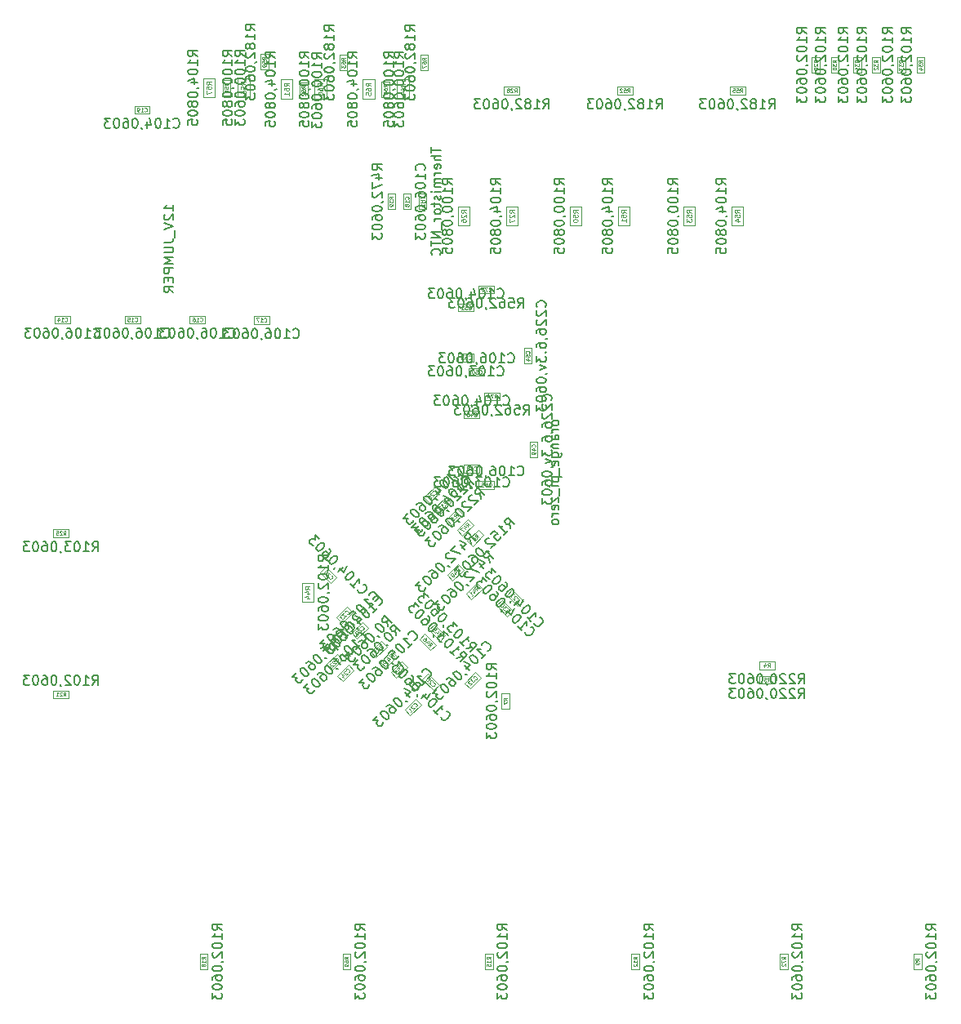
<source format=gbr>
G04 #@! TF.GenerationSoftware,KiCad,Pcbnew,5.1.2-f72e74a~84~ubuntu18.04.1*
G04 #@! TF.CreationDate,2019-05-06T19:36:47+08:00*
G04 #@! TF.ProjectId,printer-board,7072696e-7465-4722-9d62-6f6172642e6b,rev?*
G04 #@! TF.SameCoordinates,Original*
G04 #@! TF.FileFunction,Other,Fab,Bot*
%FSLAX46Y46*%
G04 Gerber Fmt 4.6, Leading zero omitted, Abs format (unit mm)*
G04 Created by KiCad (PCBNEW 5.1.2-f72e74a~84~ubuntu18.04.1) date 2019-05-06 19:36:47*
%MOMM*%
%LPD*%
G04 APERTURE LIST*
%ADD10C,0.100000*%
%ADD11C,0.150000*%
%ADD12C,0.080000*%
%ADD13C,0.060000*%
G04 APERTURE END LIST*
D10*
X37266943Y-65427972D02*
X36135572Y-66559343D01*
X37832628Y-65993657D02*
X37266943Y-65427972D01*
X36701257Y-67125028D02*
X37832628Y-65993657D01*
X36135572Y-66559343D02*
X36701257Y-67125028D01*
X37850000Y-6150000D02*
X37850000Y-8150000D01*
X39050000Y-6150000D02*
X37850000Y-6150000D01*
X39050000Y-8150000D02*
X39050000Y-6150000D01*
X37850000Y-8150000D02*
X39050000Y-8150000D01*
X29171615Y-60350000D02*
X29171615Y-58350000D01*
X27971615Y-60350000D02*
X29171615Y-60350000D01*
X27971615Y-58350000D02*
X27971615Y-60350000D01*
X29171615Y-58350000D02*
X27971615Y-58350000D01*
X45692157Y-54523528D02*
X46823528Y-53392157D01*
X45126472Y-53957843D02*
X45692157Y-54523528D01*
X46257843Y-52826472D02*
X45126472Y-53957843D01*
X46823528Y-53392157D02*
X46257843Y-52826472D01*
X46900000Y-39399999D02*
X48500000Y-39399999D01*
X46900000Y-38599999D02*
X46900000Y-39399999D01*
X48500000Y-38599999D02*
X46900000Y-38599999D01*
X48500000Y-39399999D02*
X48500000Y-38599999D01*
X52400000Y-45300000D02*
X52400000Y-43700000D01*
X51600000Y-45300000D02*
X52400000Y-45300000D01*
X51600000Y-43700000D02*
X51600000Y-45300000D01*
X52400000Y-43700000D02*
X51600000Y-43700000D01*
X44800000Y-46900000D02*
X46400000Y-46900000D01*
X44800000Y-46100000D02*
X44800000Y-46900000D01*
X46400000Y-46100000D02*
X44800000Y-46100000D01*
X46400000Y-46900000D02*
X46400000Y-46100000D01*
X46400000Y-40500000D02*
X44800000Y-40500000D01*
X46400000Y-41300000D02*
X46400000Y-40500000D01*
X44800000Y-41300000D02*
X46400000Y-41300000D01*
X44800000Y-40500000D02*
X44800000Y-41300000D01*
X47900000Y-47800000D02*
X46300000Y-47800000D01*
X47900000Y-48600000D02*
X47900000Y-47800000D01*
X46300000Y-48600000D02*
X47900000Y-48600000D01*
X46300000Y-47800000D02*
X46300000Y-48600000D01*
X46300000Y-28350000D02*
X47900000Y-28350000D01*
X46300000Y-27550000D02*
X46300000Y-28350000D01*
X47900000Y-27550000D02*
X46300000Y-27550000D01*
X47900000Y-28350000D02*
X47900000Y-27550000D01*
X51800000Y-35600000D02*
X51800000Y-34000000D01*
X51000000Y-35600000D02*
X51800000Y-35600000D01*
X51000000Y-34000000D02*
X51000000Y-35600000D01*
X51800000Y-34000000D02*
X51000000Y-34000000D01*
X44200000Y-35400000D02*
X45800000Y-35400000D01*
X44200000Y-34600000D02*
X44200000Y-35400000D01*
X45800000Y-34600000D02*
X44200000Y-34600000D01*
X45800000Y-35400000D02*
X45800000Y-34600000D01*
X45800000Y-29400001D02*
X44200000Y-29400001D01*
X45800000Y-30200001D02*
X45800000Y-29400001D01*
X44200000Y-30200001D02*
X45800000Y-30200001D01*
X44200000Y-29400001D02*
X44200000Y-30200001D01*
X46900000Y-36100001D02*
X45300000Y-36100001D01*
X46900000Y-36900001D02*
X46900000Y-36100001D01*
X45300000Y-36900001D02*
X46900000Y-36900001D01*
X45300000Y-36100001D02*
X45300000Y-36900001D01*
X42951472Y-51782843D02*
X43517157Y-52348528D01*
X43517157Y-52348528D02*
X44648528Y-51217157D01*
X44648528Y-51217157D02*
X44082843Y-50651472D01*
X44082843Y-50651472D02*
X42951472Y-51782843D01*
X44051472Y-52882843D02*
X44617157Y-53448528D01*
X44617157Y-53448528D02*
X45748528Y-52317157D01*
X45748528Y-52317157D02*
X45182843Y-51751472D01*
X45182843Y-51751472D02*
X44051472Y-52882843D01*
X41848528Y-64782843D02*
X40717157Y-63651472D01*
X41282843Y-65348528D02*
X41848528Y-64782843D01*
X40151472Y-64217157D02*
X41282843Y-65348528D01*
X40717157Y-63651472D02*
X40151472Y-64217157D01*
X41717157Y-62651472D02*
X41151472Y-63217157D01*
X41151472Y-63217157D02*
X42282843Y-64348528D01*
X42282843Y-64348528D02*
X42848528Y-63782843D01*
X42848528Y-63782843D02*
X41717157Y-62651472D01*
X35074972Y-65498743D02*
X35640657Y-66064428D01*
X35640657Y-66064428D02*
X36772028Y-64933057D01*
X36772028Y-64933057D02*
X36206343Y-64367372D01*
X36206343Y-64367372D02*
X35074972Y-65498743D01*
X44974472Y-59488343D02*
X45540157Y-60054028D01*
X45540157Y-60054028D02*
X46671528Y-58922657D01*
X46671528Y-58922657D02*
X46105843Y-58356972D01*
X46105843Y-58356972D02*
X44974472Y-59488343D01*
X44161243Y-56412372D02*
X43029872Y-57543743D01*
X44726928Y-56978057D02*
X44161243Y-56412372D01*
X43595557Y-58109428D02*
X44726928Y-56978057D01*
X43029872Y-57543743D02*
X43595557Y-58109428D01*
X34261743Y-62422772D02*
X33130372Y-63554143D01*
X34827428Y-62988457D02*
X34261743Y-62422772D01*
X33696057Y-64119828D02*
X34827428Y-62988457D01*
X33130372Y-63554143D02*
X33696057Y-64119828D01*
X41616743Y-69492828D02*
X42182428Y-68927143D01*
X42182428Y-68927143D02*
X41051057Y-67795772D01*
X41051057Y-67795772D02*
X40485372Y-68361457D01*
X40485372Y-68361457D02*
X41616743Y-69492828D01*
X31557128Y-57808943D02*
X30425757Y-56677572D01*
X30991443Y-58374628D02*
X31557128Y-57808943D01*
X29860072Y-57243257D02*
X30991443Y-58374628D01*
X30425757Y-56677572D02*
X29860072Y-57243257D01*
X50348443Y-60761128D02*
X50914128Y-60195443D01*
X50914128Y-60195443D02*
X49782757Y-59064072D01*
X49782757Y-59064072D02*
X49217072Y-59629757D01*
X49217072Y-59629757D02*
X50348443Y-60761128D01*
X41217157Y-50048528D02*
X42348528Y-48917157D01*
X40651472Y-49482843D02*
X41217157Y-50048528D01*
X41782843Y-48351472D02*
X40651472Y-49482843D01*
X42348528Y-48917157D02*
X41782843Y-48351472D01*
X49853528Y-61256043D02*
X48722157Y-60124672D01*
X49287843Y-61821728D02*
X49853528Y-61256043D01*
X48156472Y-60690357D02*
X49287843Y-61821728D01*
X48722157Y-60124672D02*
X48156472Y-60690357D01*
X41751472Y-50582843D02*
X42317157Y-51148528D01*
X42317157Y-51148528D02*
X43448528Y-50017157D01*
X43448528Y-50017157D02*
X42882843Y-49451472D01*
X42882843Y-49451472D02*
X41751472Y-50582843D01*
X45969743Y-67613472D02*
X44838372Y-68744843D01*
X46535428Y-68179157D02*
X45969743Y-67613472D01*
X45404057Y-69310528D02*
X46535428Y-68179157D01*
X44838372Y-68744843D02*
X45404057Y-69310528D01*
X32782843Y-66851472D02*
X31651472Y-67982843D01*
X33348528Y-67417157D02*
X32782843Y-66851472D01*
X32217157Y-68548528D02*
X33348528Y-67417157D01*
X31651472Y-67982843D02*
X32217157Y-68548528D01*
X33236428Y-61397457D02*
X32670743Y-60831772D01*
X32670743Y-60831772D02*
X31539372Y-61963143D01*
X31539372Y-61963143D02*
X32105057Y-62528828D01*
X32105057Y-62528828D02*
X33236428Y-61397457D01*
X31601561Y-65732754D02*
X30470190Y-66864125D01*
X32167246Y-66298439D02*
X31601561Y-65732754D01*
X31035875Y-67429810D02*
X32167246Y-66298439D01*
X30470190Y-66864125D02*
X31035875Y-67429810D01*
X38635572Y-71526843D02*
X39201257Y-72092528D01*
X39201257Y-72092528D02*
X40332628Y-70961157D01*
X40332628Y-70961157D02*
X39766943Y-70395472D01*
X39766943Y-70395472D02*
X38635572Y-71526843D01*
X37196272Y-67620043D02*
X37761957Y-68185728D01*
X37761957Y-68185728D02*
X38893328Y-67054357D01*
X38893328Y-67054357D02*
X38327643Y-66488672D01*
X38327643Y-66488672D02*
X37196272Y-67620043D01*
X75400000Y-67300000D02*
X77000000Y-67300000D01*
X75400000Y-66500000D02*
X75400000Y-67300000D01*
X77000000Y-66500000D02*
X75400000Y-66500000D01*
X77000000Y-67300000D02*
X77000000Y-66500000D01*
X77000000Y-68800000D02*
X77000000Y-68000000D01*
X77000000Y-68000000D02*
X75400000Y-68000000D01*
X75400000Y-68000000D02*
X75400000Y-68800000D01*
X75400000Y-68800000D02*
X77000000Y-68800000D01*
X48687867Y-69794975D02*
X48687867Y-71394975D01*
X49487867Y-69794975D02*
X48687867Y-69794975D01*
X49487867Y-71394975D02*
X49487867Y-69794975D01*
X48687867Y-71394975D02*
X49487867Y-71394975D01*
X92235000Y-98400000D02*
X92235000Y-96800000D01*
X91435000Y-98400000D02*
X92235000Y-98400000D01*
X91435000Y-96800000D02*
X91435000Y-98400000D01*
X92235000Y-96800000D02*
X91435000Y-96800000D01*
X78355000Y-98400000D02*
X78355000Y-96800000D01*
X77555000Y-98400000D02*
X78355000Y-98400000D01*
X77555000Y-96800000D02*
X77555000Y-98400000D01*
X78355000Y-96800000D02*
X77555000Y-96800000D01*
X62950000Y-98400000D02*
X62950000Y-96800000D01*
X62150000Y-98400000D02*
X62950000Y-98400000D01*
X62150000Y-96800000D02*
X62150000Y-98400000D01*
X62950000Y-96800000D02*
X62150000Y-96800000D01*
X47770000Y-96800000D02*
X46970000Y-96800000D01*
X46970000Y-96800000D02*
X46970000Y-98400000D01*
X46970000Y-98400000D02*
X47770000Y-98400000D01*
X47770000Y-98400000D02*
X47770000Y-96800000D01*
X33000000Y-96800000D02*
X32200000Y-96800000D01*
X32200000Y-96800000D02*
X32200000Y-98400000D01*
X32200000Y-98400000D02*
X33000000Y-98400000D01*
X33000000Y-98400000D02*
X33000000Y-96800000D01*
X18200000Y-96800000D02*
X17400000Y-96800000D01*
X17400000Y-96800000D02*
X17400000Y-98400000D01*
X17400000Y-98400000D02*
X18200000Y-98400000D01*
X18200000Y-98400000D02*
X18200000Y-96800000D01*
X2200000Y-69500000D02*
X2200000Y-70300000D01*
X2200000Y-70300000D02*
X3800000Y-70300000D01*
X3800000Y-70300000D02*
X3800000Y-69500000D01*
X3800000Y-69500000D02*
X2200000Y-69500000D01*
X2200000Y-53600000D02*
X3800000Y-53600000D01*
X2200000Y-52800000D02*
X2200000Y-53600000D01*
X3800000Y-52800000D02*
X2200000Y-52800000D01*
X3800000Y-53600000D02*
X3800000Y-52800000D01*
X48950000Y-7700000D02*
X50550000Y-7700000D01*
X48950000Y-6900000D02*
X48950000Y-7700000D01*
X50550000Y-6900000D02*
X48950000Y-6900000D01*
X50550000Y-7700000D02*
X50550000Y-6900000D01*
X49150000Y-21300000D02*
X50350000Y-21300000D01*
X50350000Y-21300000D02*
X50350000Y-19300000D01*
X50350000Y-19300000D02*
X49150000Y-19300000D01*
X49150000Y-19300000D02*
X49150000Y-21300000D01*
X44150000Y-21300000D02*
X45350000Y-21300000D01*
X45350000Y-21300000D02*
X45350000Y-19300000D01*
X45350000Y-19300000D02*
X44150000Y-19300000D01*
X44150000Y-19300000D02*
X44150000Y-21300000D01*
X62275000Y-7700000D02*
X62275000Y-6900000D01*
X62275000Y-6900000D02*
X60675000Y-6900000D01*
X60675000Y-6900000D02*
X60675000Y-7700000D01*
X60675000Y-7700000D02*
X62275000Y-7700000D01*
X60750000Y-19300000D02*
X60750000Y-21300000D01*
X61950000Y-19300000D02*
X60750000Y-19300000D01*
X61950000Y-21300000D02*
X61950000Y-19300000D01*
X60750000Y-21300000D02*
X61950000Y-21300000D01*
X55750000Y-21300000D02*
X56950000Y-21300000D01*
X56950000Y-21300000D02*
X56950000Y-19300000D01*
X56950000Y-19300000D02*
X55750000Y-19300000D01*
X55750000Y-19300000D02*
X55750000Y-21300000D01*
X72350000Y-7700000D02*
X73950000Y-7700000D01*
X72350000Y-6900000D02*
X72350000Y-7700000D01*
X73950000Y-6900000D02*
X72350000Y-6900000D01*
X73950000Y-7700000D02*
X73950000Y-6900000D01*
X72550000Y-19300000D02*
X72550000Y-21300000D01*
X73750000Y-19300000D02*
X72550000Y-19300000D01*
X73750000Y-21300000D02*
X73750000Y-19300000D01*
X72550000Y-21300000D02*
X73750000Y-21300000D01*
X67550000Y-21300000D02*
X68750000Y-21300000D01*
X68750000Y-21300000D02*
X68750000Y-19300000D01*
X68750000Y-19300000D02*
X67550000Y-19300000D01*
X67550000Y-19300000D02*
X67550000Y-21300000D01*
X9600000Y-31450000D02*
X11200000Y-31450000D01*
X9600000Y-30650000D02*
X9600000Y-31450000D01*
X11200000Y-30650000D02*
X9600000Y-30650000D01*
X11200000Y-31450000D02*
X11200000Y-30650000D01*
X24606575Y-31506638D02*
X24606575Y-30706638D01*
X24606575Y-30706638D02*
X23006575Y-30706638D01*
X23006575Y-30706638D02*
X23006575Y-31506638D01*
X23006575Y-31506638D02*
X24606575Y-31506638D01*
X39275000Y-19600000D02*
X39275000Y-18000000D01*
X38475000Y-19600000D02*
X39275000Y-19600000D01*
X38475000Y-18000000D02*
X38475000Y-19600000D01*
X39275000Y-18000000D02*
X38475000Y-18000000D01*
X2350000Y-31450000D02*
X3950000Y-31450000D01*
X2350000Y-30650000D02*
X2350000Y-31450000D01*
X3950000Y-30650000D02*
X2350000Y-30650000D01*
X3950000Y-31450000D02*
X3950000Y-30650000D01*
X17950000Y-31450000D02*
X17950000Y-30650000D01*
X17950000Y-30650000D02*
X16350000Y-30650000D01*
X16350000Y-30650000D02*
X16350000Y-31450000D01*
X16350000Y-31450000D02*
X17950000Y-31450000D01*
X36850000Y-18000000D02*
X36850000Y-19600000D01*
X37650000Y-18000000D02*
X36850000Y-18000000D01*
X37650000Y-19600000D02*
X37650000Y-18000000D01*
X36850000Y-19600000D02*
X37650000Y-19600000D01*
X40900000Y-18000000D02*
X40100000Y-18000000D01*
X40100000Y-18000000D02*
X40100000Y-19600000D01*
X40100000Y-19600000D02*
X40900000Y-19600000D01*
X40900000Y-19600000D02*
X40900000Y-18000000D01*
X23700000Y-3525000D02*
X23700000Y-5125000D01*
X24500000Y-3525000D02*
X23700000Y-3525000D01*
X24500000Y-5125000D02*
X24500000Y-3525000D01*
X23700000Y-5125000D02*
X24500000Y-5125000D01*
X20550000Y-6200000D02*
X19750000Y-6200000D01*
X19750000Y-6200000D02*
X19750000Y-7800000D01*
X19750000Y-7800000D02*
X20550000Y-7800000D01*
X20550000Y-7800000D02*
X20550000Y-6200000D01*
X17750000Y-6000000D02*
X17750000Y-8000000D01*
X18950000Y-6000000D02*
X17750000Y-6000000D01*
X18950000Y-8000000D02*
X18950000Y-6000000D01*
X17750000Y-8000000D02*
X18950000Y-8000000D01*
X21350000Y-8000000D02*
X22550000Y-8000000D01*
X22550000Y-8000000D02*
X22550000Y-6000000D01*
X22550000Y-6000000D02*
X21350000Y-6000000D01*
X21350000Y-6000000D02*
X21350000Y-8000000D01*
X31875000Y-5200000D02*
X32675000Y-5200000D01*
X32675000Y-5200000D02*
X32675000Y-3600000D01*
X32675000Y-3600000D02*
X31875000Y-3600000D01*
X31875000Y-3600000D02*
X31875000Y-5200000D01*
X28550000Y-6475000D02*
X27750000Y-6475000D01*
X27750000Y-6475000D02*
X27750000Y-8075000D01*
X27750000Y-8075000D02*
X28550000Y-8075000D01*
X28550000Y-8075000D02*
X28550000Y-6475000D01*
X29300000Y-6150000D02*
X29300000Y-8150000D01*
X30500000Y-6150000D02*
X29300000Y-6150000D01*
X30500000Y-8150000D02*
X30500000Y-6150000D01*
X29300000Y-8150000D02*
X30500000Y-8150000D01*
X25800000Y-8150000D02*
X27000000Y-8150000D01*
X27000000Y-8150000D02*
X27000000Y-6150000D01*
X27000000Y-6150000D02*
X25800000Y-6150000D01*
X25800000Y-6150000D02*
X25800000Y-8150000D01*
X37050000Y-6350000D02*
X36250000Y-6350000D01*
X36250000Y-6350000D02*
X36250000Y-7950000D01*
X36250000Y-7950000D02*
X37050000Y-7950000D01*
X37050000Y-7950000D02*
X37050000Y-6350000D01*
X40250000Y-3600000D02*
X40250000Y-5200000D01*
X41050000Y-3600000D02*
X40250000Y-3600000D01*
X41050000Y-5200000D02*
X41050000Y-3600000D01*
X40250000Y-5200000D02*
X41050000Y-5200000D01*
X34300000Y-6150000D02*
X34300000Y-8150000D01*
X35500000Y-6150000D02*
X34300000Y-6150000D01*
X35500000Y-8150000D02*
X35500000Y-6150000D01*
X34300000Y-8150000D02*
X35500000Y-8150000D01*
X12200000Y-9700000D02*
X12200000Y-8900000D01*
X12200000Y-8900000D02*
X10600000Y-8900000D01*
X10600000Y-8900000D02*
X10600000Y-9700000D01*
X10600000Y-9700000D02*
X12200000Y-9700000D01*
X91740000Y-3850000D02*
X91740000Y-5450000D01*
X92540000Y-3850000D02*
X91740000Y-3850000D01*
X92540000Y-5450000D02*
X92540000Y-3850000D01*
X91740000Y-5450000D02*
X92540000Y-5450000D01*
X89750000Y-3850000D02*
X89750000Y-5450000D01*
X90550000Y-3850000D02*
X89750000Y-3850000D01*
X90550000Y-5450000D02*
X90550000Y-3850000D01*
X89750000Y-5450000D02*
X90550000Y-5450000D01*
X87110000Y-3840000D02*
X87110000Y-5440000D01*
X87910000Y-3840000D02*
X87110000Y-3840000D01*
X87910000Y-5440000D02*
X87910000Y-3840000D01*
X87110000Y-5440000D02*
X87910000Y-5440000D01*
X85160000Y-3840000D02*
X85160000Y-5440000D01*
X85960000Y-3840000D02*
X85160000Y-3840000D01*
X85960000Y-5440000D02*
X85960000Y-3840000D01*
X85160000Y-5440000D02*
X85960000Y-5440000D01*
X82820000Y-3830000D02*
X82820000Y-5430000D01*
X83620000Y-3830000D02*
X82820000Y-3830000D01*
X83620000Y-5430000D02*
X83620000Y-3830000D01*
X82820000Y-5430000D02*
X83620000Y-5430000D01*
X80870000Y-3830000D02*
X80870000Y-5430000D01*
X81670000Y-3830000D02*
X80870000Y-3830000D01*
X81670000Y-5430000D02*
X81670000Y-3830000D01*
X80870000Y-5430000D02*
X81670000Y-5430000D01*
D11*
X37770335Y-63796575D02*
X37669320Y-63224155D01*
X38174396Y-63392514D02*
X37467289Y-62685407D01*
X37197915Y-62954781D01*
X37164244Y-63055797D01*
X37164244Y-63123140D01*
X37197915Y-63224155D01*
X37298931Y-63325171D01*
X37399946Y-63358842D01*
X37467289Y-63358842D01*
X37568305Y-63325171D01*
X37837679Y-63055797D01*
X36625496Y-63527201D02*
X36558152Y-63594545D01*
X36524480Y-63695560D01*
X36524480Y-63762903D01*
X36558152Y-63863919D01*
X36659167Y-64032277D01*
X36827526Y-64200636D01*
X36995885Y-64301651D01*
X37096900Y-64335323D01*
X37164244Y-64335323D01*
X37265259Y-64301651D01*
X37332602Y-64234308D01*
X37366274Y-64133293D01*
X37366274Y-64065949D01*
X37332602Y-63964934D01*
X37231587Y-63796575D01*
X37063228Y-63628216D01*
X36894870Y-63527201D01*
X36793854Y-63493529D01*
X36726511Y-63493529D01*
X36625496Y-63527201D01*
X36726511Y-64773056D02*
X36760183Y-64806728D01*
X36861198Y-64840399D01*
X36928541Y-64840399D01*
X35615343Y-64537354D02*
X35547999Y-64604697D01*
X35514328Y-64705712D01*
X35514328Y-64773056D01*
X35547999Y-64874071D01*
X35649015Y-65042430D01*
X35817374Y-65210789D01*
X35985732Y-65311804D01*
X36086748Y-65345476D01*
X36154091Y-65345476D01*
X36255106Y-65311804D01*
X36322450Y-65244461D01*
X36356122Y-65143445D01*
X36356122Y-65076102D01*
X36322450Y-64975086D01*
X36221435Y-64806728D01*
X36053076Y-64638369D01*
X35884717Y-64537354D01*
X35783702Y-64503682D01*
X35716358Y-64503682D01*
X35615343Y-64537354D01*
X34773549Y-65379148D02*
X34908236Y-65244461D01*
X35009251Y-65210789D01*
X35076595Y-65210789D01*
X35244954Y-65244461D01*
X35413312Y-65345476D01*
X35682686Y-65614850D01*
X35716358Y-65715865D01*
X35716358Y-65783209D01*
X35682686Y-65884224D01*
X35547999Y-66018911D01*
X35446984Y-66052583D01*
X35379641Y-66052583D01*
X35278625Y-66018911D01*
X35110267Y-65850552D01*
X35076595Y-65749537D01*
X35076595Y-65682193D01*
X35110267Y-65581178D01*
X35244954Y-65446491D01*
X35345969Y-65412819D01*
X35413312Y-65412819D01*
X35514328Y-65446491D01*
X34268473Y-65884224D02*
X34201129Y-65951567D01*
X34167458Y-66052583D01*
X34167458Y-66119926D01*
X34201129Y-66220941D01*
X34302145Y-66389300D01*
X34470503Y-66557659D01*
X34638862Y-66658674D01*
X34739877Y-66692346D01*
X34807221Y-66692346D01*
X34908236Y-66658674D01*
X34975580Y-66591331D01*
X35009251Y-66490315D01*
X35009251Y-66422972D01*
X34975580Y-66321957D01*
X34874564Y-66153598D01*
X34706206Y-65985239D01*
X34537847Y-65884224D01*
X34436832Y-65850552D01*
X34369488Y-65850552D01*
X34268473Y-65884224D01*
X33797068Y-66355628D02*
X33359336Y-66793361D01*
X33864412Y-66827033D01*
X33763397Y-66928048D01*
X33729725Y-67029063D01*
X33729725Y-67096407D01*
X33763397Y-67197422D01*
X33931755Y-67365781D01*
X34032771Y-67399453D01*
X34100114Y-67399453D01*
X34201129Y-67365781D01*
X34403160Y-67163750D01*
X34436832Y-67062735D01*
X34436832Y-66995392D01*
D12*
X37371325Y-66209156D02*
X37320817Y-65922946D01*
X37573355Y-66007125D02*
X37219802Y-65653572D01*
X37085115Y-65788259D01*
X37068279Y-65838767D01*
X37068279Y-65872438D01*
X37085115Y-65922946D01*
X37135622Y-65973454D01*
X37186130Y-65990290D01*
X37219802Y-65990290D01*
X37270309Y-65973454D01*
X37404996Y-65838767D01*
X36832577Y-66276500D02*
X37068279Y-66512202D01*
X36782069Y-66057633D02*
X37118787Y-66225992D01*
X36899920Y-66444858D01*
X36580038Y-66360679D02*
X36546367Y-66360679D01*
X36495859Y-66377515D01*
X36411680Y-66461694D01*
X36394844Y-66512202D01*
X36394844Y-66545874D01*
X36411680Y-66596381D01*
X36445351Y-66630053D01*
X36512695Y-66663725D01*
X36916756Y-66663725D01*
X36697890Y-66882591D01*
D11*
X37472380Y-3888095D02*
X36996190Y-3554761D01*
X37472380Y-3316666D02*
X36472380Y-3316666D01*
X36472380Y-3697619D01*
X36520000Y-3792857D01*
X36567619Y-3840476D01*
X36662857Y-3888095D01*
X36805714Y-3888095D01*
X36900952Y-3840476D01*
X36948571Y-3792857D01*
X36996190Y-3697619D01*
X36996190Y-3316666D01*
X37472380Y-4840476D02*
X37472380Y-4269047D01*
X37472380Y-4554761D02*
X36472380Y-4554761D01*
X36615238Y-4459523D01*
X36710476Y-4364285D01*
X36758095Y-4269047D01*
X36472380Y-5459523D02*
X36472380Y-5554761D01*
X36520000Y-5650000D01*
X36567619Y-5697619D01*
X36662857Y-5745238D01*
X36853333Y-5792857D01*
X37091428Y-5792857D01*
X37281904Y-5745238D01*
X37377142Y-5697619D01*
X37424761Y-5650000D01*
X37472380Y-5554761D01*
X37472380Y-5459523D01*
X37424761Y-5364285D01*
X37377142Y-5316666D01*
X37281904Y-5269047D01*
X37091428Y-5221428D01*
X36853333Y-5221428D01*
X36662857Y-5269047D01*
X36567619Y-5316666D01*
X36520000Y-5364285D01*
X36472380Y-5459523D01*
X36472380Y-6411904D02*
X36472380Y-6507142D01*
X36520000Y-6602380D01*
X36567619Y-6650000D01*
X36662857Y-6697619D01*
X36853333Y-6745238D01*
X37091428Y-6745238D01*
X37281904Y-6697619D01*
X37377142Y-6650000D01*
X37424761Y-6602380D01*
X37472380Y-6507142D01*
X37472380Y-6411904D01*
X37424761Y-6316666D01*
X37377142Y-6269047D01*
X37281904Y-6221428D01*
X37091428Y-6173809D01*
X36853333Y-6173809D01*
X36662857Y-6221428D01*
X36567619Y-6269047D01*
X36520000Y-6316666D01*
X36472380Y-6411904D01*
X37424761Y-7221428D02*
X37472380Y-7221428D01*
X37567619Y-7173809D01*
X37615238Y-7126190D01*
X36472380Y-7840476D02*
X36472380Y-7935714D01*
X36520000Y-8030952D01*
X36567619Y-8078571D01*
X36662857Y-8126190D01*
X36853333Y-8173809D01*
X37091428Y-8173809D01*
X37281904Y-8126190D01*
X37377142Y-8078571D01*
X37424761Y-8030952D01*
X37472380Y-7935714D01*
X37472380Y-7840476D01*
X37424761Y-7745238D01*
X37377142Y-7697619D01*
X37281904Y-7650000D01*
X37091428Y-7602380D01*
X36853333Y-7602380D01*
X36662857Y-7650000D01*
X36567619Y-7697619D01*
X36520000Y-7745238D01*
X36472380Y-7840476D01*
X36900952Y-8745238D02*
X36853333Y-8650000D01*
X36805714Y-8602380D01*
X36710476Y-8554761D01*
X36662857Y-8554761D01*
X36567619Y-8602380D01*
X36520000Y-8650000D01*
X36472380Y-8745238D01*
X36472380Y-8935714D01*
X36520000Y-9030952D01*
X36567619Y-9078571D01*
X36662857Y-9126190D01*
X36710476Y-9126190D01*
X36805714Y-9078571D01*
X36853333Y-9030952D01*
X36900952Y-8935714D01*
X36900952Y-8745238D01*
X36948571Y-8650000D01*
X36996190Y-8602380D01*
X37091428Y-8554761D01*
X37281904Y-8554761D01*
X37377142Y-8602380D01*
X37424761Y-8650000D01*
X37472380Y-8745238D01*
X37472380Y-8935714D01*
X37424761Y-9030952D01*
X37377142Y-9078571D01*
X37281904Y-9126190D01*
X37091428Y-9126190D01*
X36996190Y-9078571D01*
X36948571Y-9030952D01*
X36900952Y-8935714D01*
X36472380Y-9745238D02*
X36472380Y-9840476D01*
X36520000Y-9935714D01*
X36567619Y-9983333D01*
X36662857Y-10030952D01*
X36853333Y-10078571D01*
X37091428Y-10078571D01*
X37281904Y-10030952D01*
X37377142Y-9983333D01*
X37424761Y-9935714D01*
X37472380Y-9840476D01*
X37472380Y-9745238D01*
X37424761Y-9650000D01*
X37377142Y-9602380D01*
X37281904Y-9554761D01*
X37091428Y-9507142D01*
X36853333Y-9507142D01*
X36662857Y-9554761D01*
X36567619Y-9602380D01*
X36520000Y-9650000D01*
X36472380Y-9745238D01*
X36472380Y-10983333D02*
X36472380Y-10507142D01*
X36948571Y-10459523D01*
X36900952Y-10507142D01*
X36853333Y-10602380D01*
X36853333Y-10840476D01*
X36900952Y-10935714D01*
X36948571Y-10983333D01*
X37043809Y-11030952D01*
X37281904Y-11030952D01*
X37377142Y-10983333D01*
X37424761Y-10935714D01*
X37472380Y-10840476D01*
X37472380Y-10602380D01*
X37424761Y-10507142D01*
X37377142Y-10459523D01*
D13*
X38630952Y-6892857D02*
X38440476Y-6759523D01*
X38630952Y-6664285D02*
X38230952Y-6664285D01*
X38230952Y-6816666D01*
X38250000Y-6854761D01*
X38269047Y-6873809D01*
X38307142Y-6892857D01*
X38364285Y-6892857D01*
X38402380Y-6873809D01*
X38421428Y-6854761D01*
X38440476Y-6816666D01*
X38440476Y-6664285D01*
X38230952Y-7235714D02*
X38230952Y-7159523D01*
X38250000Y-7121428D01*
X38269047Y-7102380D01*
X38326190Y-7064285D01*
X38402380Y-7045238D01*
X38554761Y-7045238D01*
X38592857Y-7064285D01*
X38611904Y-7083333D01*
X38630952Y-7121428D01*
X38630952Y-7197619D01*
X38611904Y-7235714D01*
X38592857Y-7254761D01*
X38554761Y-7273809D01*
X38459523Y-7273809D01*
X38421428Y-7254761D01*
X38402380Y-7235714D01*
X38383333Y-7197619D01*
X38383333Y-7121428D01*
X38402380Y-7083333D01*
X38421428Y-7064285D01*
X38459523Y-7045238D01*
X38364285Y-7616666D02*
X38630952Y-7616666D01*
X38211904Y-7521428D02*
X38497619Y-7426190D01*
X38497619Y-7673809D01*
D11*
X54592380Y-41685714D02*
X54544761Y-41590476D01*
X54497142Y-41542857D01*
X54401904Y-41495238D01*
X54116190Y-41495238D01*
X54020952Y-41542857D01*
X53973333Y-41590476D01*
X53925714Y-41685714D01*
X53925714Y-41828571D01*
X53973333Y-41923809D01*
X54020952Y-41971428D01*
X54116190Y-42019047D01*
X54401904Y-42019047D01*
X54497142Y-41971428D01*
X54544761Y-41923809D01*
X54592380Y-41828571D01*
X54592380Y-41685714D01*
X54592380Y-42447619D02*
X53925714Y-42447619D01*
X54116190Y-42447619D02*
X54020952Y-42495238D01*
X53973333Y-42542857D01*
X53925714Y-42638095D01*
X53925714Y-42733333D01*
X54592380Y-43495238D02*
X54068571Y-43495238D01*
X53973333Y-43447619D01*
X53925714Y-43352380D01*
X53925714Y-43161904D01*
X53973333Y-43066666D01*
X54544761Y-43495238D02*
X54592380Y-43400000D01*
X54592380Y-43161904D01*
X54544761Y-43066666D01*
X54449523Y-43019047D01*
X54354285Y-43019047D01*
X54259047Y-43066666D01*
X54211428Y-43161904D01*
X54211428Y-43400000D01*
X54163809Y-43495238D01*
X53925714Y-43971428D02*
X54592380Y-43971428D01*
X54020952Y-43971428D02*
X53973333Y-44019047D01*
X53925714Y-44114285D01*
X53925714Y-44257142D01*
X53973333Y-44352380D01*
X54068571Y-44400000D01*
X54592380Y-44400000D01*
X53925714Y-45304761D02*
X54735238Y-45304761D01*
X54830476Y-45257142D01*
X54878095Y-45209523D01*
X54925714Y-45114285D01*
X54925714Y-44971428D01*
X54878095Y-44876190D01*
X54544761Y-45304761D02*
X54592380Y-45209523D01*
X54592380Y-45019047D01*
X54544761Y-44923809D01*
X54497142Y-44876190D01*
X54401904Y-44828571D01*
X54116190Y-44828571D01*
X54020952Y-44876190D01*
X53973333Y-44923809D01*
X53925714Y-45019047D01*
X53925714Y-45209523D01*
X53973333Y-45304761D01*
X54544761Y-46161904D02*
X54592380Y-46066666D01*
X54592380Y-45876190D01*
X54544761Y-45780952D01*
X54449523Y-45733333D01*
X54068571Y-45733333D01*
X53973333Y-45780952D01*
X53925714Y-45876190D01*
X53925714Y-46066666D01*
X53973333Y-46161904D01*
X54068571Y-46209523D01*
X54163809Y-46209523D01*
X54259047Y-45733333D01*
X54687619Y-46400000D02*
X54687619Y-47161904D01*
X53925714Y-47400000D02*
X54925714Y-47400000D01*
X53973333Y-47400000D02*
X53925714Y-47495238D01*
X53925714Y-47685714D01*
X53973333Y-47780952D01*
X54020952Y-47828571D01*
X54116190Y-47876190D01*
X54401904Y-47876190D01*
X54497142Y-47828571D01*
X54544761Y-47780952D01*
X54592380Y-47685714D01*
X54592380Y-47495238D01*
X54544761Y-47400000D01*
X54592380Y-48304761D02*
X53925714Y-48304761D01*
X53592380Y-48304761D02*
X53640000Y-48257142D01*
X53687619Y-48304761D01*
X53640000Y-48352380D01*
X53592380Y-48304761D01*
X53687619Y-48304761D01*
X54687619Y-48542857D02*
X54687619Y-49304761D01*
X53925714Y-49447619D02*
X53925714Y-49971428D01*
X54592380Y-49447619D01*
X54592380Y-49971428D01*
X54544761Y-50733333D02*
X54592380Y-50638095D01*
X54592380Y-50447619D01*
X54544761Y-50352380D01*
X54449523Y-50304761D01*
X54068571Y-50304761D01*
X53973333Y-50352380D01*
X53925714Y-50447619D01*
X53925714Y-50638095D01*
X53973333Y-50733333D01*
X54068571Y-50780952D01*
X54163809Y-50780952D01*
X54259047Y-50304761D01*
X54592380Y-51209523D02*
X53925714Y-51209523D01*
X54116190Y-51209523D02*
X54020952Y-51257142D01*
X53973333Y-51304761D01*
X53925714Y-51400000D01*
X53925714Y-51495238D01*
X54592380Y-51971428D02*
X54544761Y-51876190D01*
X54497142Y-51828571D01*
X54401904Y-51780952D01*
X54116190Y-51780952D01*
X54020952Y-51828571D01*
X53973333Y-51876190D01*
X53925714Y-51971428D01*
X53925714Y-52114285D01*
X53973333Y-52209523D01*
X54020952Y-52257142D01*
X54116190Y-52304761D01*
X54401904Y-52304761D01*
X54497142Y-52257142D01*
X54544761Y-52209523D01*
X54592380Y-52114285D01*
X54592380Y-51971428D01*
X30673995Y-56088095D02*
X30197805Y-55754761D01*
X30673995Y-55516666D02*
X29673995Y-55516666D01*
X29673995Y-55897619D01*
X29721615Y-55992857D01*
X29769234Y-56040476D01*
X29864472Y-56088095D01*
X30007329Y-56088095D01*
X30102567Y-56040476D01*
X30150186Y-55992857D01*
X30197805Y-55897619D01*
X30197805Y-55516666D01*
X30673995Y-57040476D02*
X30673995Y-56469047D01*
X30673995Y-56754761D02*
X29673995Y-56754761D01*
X29816853Y-56659523D01*
X29912091Y-56564285D01*
X29959710Y-56469047D01*
X29673995Y-57659523D02*
X29673995Y-57754761D01*
X29721615Y-57850000D01*
X29769234Y-57897619D01*
X29864472Y-57945238D01*
X30054948Y-57992857D01*
X30293043Y-57992857D01*
X30483519Y-57945238D01*
X30578757Y-57897619D01*
X30626376Y-57850000D01*
X30673995Y-57754761D01*
X30673995Y-57659523D01*
X30626376Y-57564285D01*
X30578757Y-57516666D01*
X30483519Y-57469047D01*
X30293043Y-57421428D01*
X30054948Y-57421428D01*
X29864472Y-57469047D01*
X29769234Y-57516666D01*
X29721615Y-57564285D01*
X29673995Y-57659523D01*
X29769234Y-58373809D02*
X29721615Y-58421428D01*
X29673995Y-58516666D01*
X29673995Y-58754761D01*
X29721615Y-58850000D01*
X29769234Y-58897619D01*
X29864472Y-58945238D01*
X29959710Y-58945238D01*
X30102567Y-58897619D01*
X30673995Y-58326190D01*
X30673995Y-58945238D01*
X30626376Y-59421428D02*
X30673995Y-59421428D01*
X30769234Y-59373809D01*
X30816853Y-59326190D01*
X29673995Y-60040476D02*
X29673995Y-60135714D01*
X29721615Y-60230952D01*
X29769234Y-60278571D01*
X29864472Y-60326190D01*
X30054948Y-60373809D01*
X30293043Y-60373809D01*
X30483519Y-60326190D01*
X30578757Y-60278571D01*
X30626376Y-60230952D01*
X30673995Y-60135714D01*
X30673995Y-60040476D01*
X30626376Y-59945238D01*
X30578757Y-59897619D01*
X30483519Y-59850000D01*
X30293043Y-59802380D01*
X30054948Y-59802380D01*
X29864472Y-59850000D01*
X29769234Y-59897619D01*
X29721615Y-59945238D01*
X29673995Y-60040476D01*
X29673995Y-61230952D02*
X29673995Y-61040476D01*
X29721615Y-60945238D01*
X29769234Y-60897619D01*
X29912091Y-60802380D01*
X30102567Y-60754761D01*
X30483519Y-60754761D01*
X30578757Y-60802380D01*
X30626376Y-60850000D01*
X30673995Y-60945238D01*
X30673995Y-61135714D01*
X30626376Y-61230952D01*
X30578757Y-61278571D01*
X30483519Y-61326190D01*
X30245424Y-61326190D01*
X30150186Y-61278571D01*
X30102567Y-61230952D01*
X30054948Y-61135714D01*
X30054948Y-60945238D01*
X30102567Y-60850000D01*
X30150186Y-60802380D01*
X30245424Y-60754761D01*
X29673995Y-61945238D02*
X29673995Y-62040476D01*
X29721615Y-62135714D01*
X29769234Y-62183333D01*
X29864472Y-62230952D01*
X30054948Y-62278571D01*
X30293043Y-62278571D01*
X30483519Y-62230952D01*
X30578757Y-62183333D01*
X30626376Y-62135714D01*
X30673995Y-62040476D01*
X30673995Y-61945238D01*
X30626376Y-61850000D01*
X30578757Y-61802380D01*
X30483519Y-61754761D01*
X30293043Y-61707142D01*
X30054948Y-61707142D01*
X29864472Y-61754761D01*
X29769234Y-61802380D01*
X29721615Y-61850000D01*
X29673995Y-61945238D01*
X29673995Y-62611904D02*
X29673995Y-63230952D01*
X30054948Y-62897619D01*
X30054948Y-63040476D01*
X30102567Y-63135714D01*
X30150186Y-63183333D01*
X30245424Y-63230952D01*
X30483519Y-63230952D01*
X30578757Y-63183333D01*
X30626376Y-63135714D01*
X30673995Y-63040476D01*
X30673995Y-62754761D01*
X30626376Y-62659523D01*
X30578757Y-62611904D01*
D12*
X28797805Y-59028571D02*
X28559710Y-58861904D01*
X28797805Y-58742857D02*
X28297805Y-58742857D01*
X28297805Y-58933333D01*
X28321615Y-58980952D01*
X28345424Y-59004761D01*
X28393043Y-59028571D01*
X28464472Y-59028571D01*
X28512091Y-59004761D01*
X28535900Y-58980952D01*
X28559710Y-58933333D01*
X28559710Y-58742857D01*
X28464472Y-59457142D02*
X28797805Y-59457142D01*
X28273995Y-59338095D02*
X28631138Y-59219047D01*
X28631138Y-59528571D01*
X28464472Y-59933333D02*
X28797805Y-59933333D01*
X28273995Y-59814285D02*
X28631138Y-59695238D01*
X28631138Y-60004761D01*
D11*
X49612559Y-52699529D02*
X49511544Y-52127109D01*
X50016620Y-52295468D02*
X49309513Y-51588361D01*
X49040139Y-51857735D01*
X49006468Y-51958751D01*
X49006468Y-52026094D01*
X49040139Y-52127109D01*
X49141155Y-52228125D01*
X49242170Y-52261796D01*
X49309513Y-52261796D01*
X49410529Y-52228125D01*
X49679903Y-51958751D01*
X48939124Y-53372964D02*
X49343185Y-52968903D01*
X49141155Y-53170934D02*
X48434048Y-52463827D01*
X48602407Y-52497499D01*
X48737094Y-52497499D01*
X48838109Y-52463827D01*
X47592254Y-53305621D02*
X47928972Y-52968903D01*
X48299361Y-53271949D01*
X48232017Y-53271949D01*
X48131002Y-53305621D01*
X47962643Y-53473979D01*
X47928972Y-53574995D01*
X47928972Y-53642338D01*
X47962643Y-53743353D01*
X48131002Y-53911712D01*
X48232017Y-53945384D01*
X48299361Y-53945384D01*
X48400376Y-53911712D01*
X48568735Y-53743353D01*
X48602407Y-53642338D01*
X48602407Y-53574995D01*
X47356552Y-53676010D02*
X47289208Y-53676010D01*
X47188193Y-53709682D01*
X47019834Y-53878040D01*
X46986163Y-53979056D01*
X46986162Y-54046399D01*
X47019834Y-54147414D01*
X47087178Y-54214758D01*
X47221865Y-54282101D01*
X48029987Y-54282101D01*
X47592254Y-54719834D01*
X47221865Y-55022880D02*
X47255537Y-55056552D01*
X47356552Y-55090224D01*
X47423895Y-55090224D01*
X46110697Y-54787178D02*
X46043353Y-54854521D01*
X46009682Y-54955537D01*
X46009682Y-55022880D01*
X46043353Y-55123895D01*
X46144369Y-55292254D01*
X46312727Y-55460613D01*
X46481086Y-55561628D01*
X46582101Y-55595300D01*
X46649445Y-55595300D01*
X46750460Y-55561628D01*
X46817804Y-55494285D01*
X46851475Y-55393269D01*
X46851475Y-55325926D01*
X46817804Y-55224911D01*
X46716788Y-55056552D01*
X46548430Y-54888193D01*
X46380071Y-54787178D01*
X46279056Y-54753506D01*
X46211712Y-54753506D01*
X46110697Y-54787178D01*
X45268903Y-55628972D02*
X45403590Y-55494285D01*
X45504605Y-55460613D01*
X45571949Y-55460613D01*
X45740308Y-55494285D01*
X45908666Y-55595300D01*
X46178040Y-55864674D01*
X46211712Y-55965689D01*
X46211712Y-56033033D01*
X46178040Y-56134048D01*
X46043353Y-56268735D01*
X45942338Y-56302407D01*
X45874995Y-56302407D01*
X45773979Y-56268735D01*
X45605621Y-56100376D01*
X45571949Y-55999361D01*
X45571949Y-55932017D01*
X45605621Y-55831002D01*
X45740308Y-55696315D01*
X45841323Y-55662643D01*
X45908666Y-55662643D01*
X46009682Y-55696315D01*
X44763827Y-56134048D02*
X44696483Y-56201391D01*
X44662812Y-56302407D01*
X44662812Y-56369750D01*
X44696483Y-56470765D01*
X44797499Y-56639124D01*
X44965857Y-56807483D01*
X45134216Y-56908498D01*
X45235231Y-56942170D01*
X45302575Y-56942170D01*
X45403590Y-56908498D01*
X45470934Y-56841155D01*
X45504605Y-56740139D01*
X45504605Y-56672796D01*
X45470934Y-56571781D01*
X45369918Y-56403422D01*
X45201560Y-56235063D01*
X45033201Y-56134048D01*
X44932186Y-56100376D01*
X44864842Y-56100376D01*
X44763827Y-56134048D01*
X44292422Y-56605452D02*
X43854690Y-57043185D01*
X44359766Y-57076857D01*
X44258751Y-57177872D01*
X44225079Y-57278887D01*
X44225079Y-57346231D01*
X44258751Y-57447246D01*
X44427109Y-57615605D01*
X44528125Y-57649277D01*
X44595468Y-57649277D01*
X44696483Y-57615605D01*
X44898514Y-57413574D01*
X44932186Y-57312559D01*
X44932186Y-57245216D01*
D13*
X46150093Y-53755812D02*
X46109687Y-53526844D01*
X46311717Y-53594187D02*
X46028874Y-53311345D01*
X45921125Y-53419094D01*
X45907656Y-53459500D01*
X45907656Y-53486438D01*
X45921125Y-53526844D01*
X45961531Y-53567250D01*
X46001937Y-53580719D01*
X46028874Y-53580719D01*
X46069280Y-53567250D01*
X46177030Y-53459500D01*
X45624813Y-53715406D02*
X45678688Y-53661531D01*
X45719094Y-53648062D01*
X45746032Y-53648062D01*
X45813375Y-53661531D01*
X45880719Y-53701937D01*
X45988468Y-53809687D01*
X46001937Y-53850093D01*
X46001937Y-53877030D01*
X45988468Y-53917436D01*
X45934593Y-53971311D01*
X45894187Y-53984780D01*
X45867250Y-53984780D01*
X45826844Y-53971311D01*
X45759500Y-53903967D01*
X45746032Y-53863561D01*
X45746032Y-53836624D01*
X45759500Y-53796218D01*
X45813375Y-53742343D01*
X45853781Y-53728874D01*
X45880719Y-53728874D01*
X45921125Y-53742343D01*
D11*
X50961904Y-40882379D02*
X51295238Y-40406189D01*
X51533333Y-40882379D02*
X51533333Y-39882379D01*
X51152380Y-39882379D01*
X51057142Y-39929999D01*
X51009523Y-39977618D01*
X50961904Y-40072856D01*
X50961904Y-40215713D01*
X51009523Y-40310951D01*
X51057142Y-40358570D01*
X51152380Y-40406189D01*
X51533333Y-40406189D01*
X50057142Y-39882379D02*
X50533333Y-39882379D01*
X50580952Y-40358570D01*
X50533333Y-40310951D01*
X50438095Y-40263332D01*
X50200000Y-40263332D01*
X50104761Y-40310951D01*
X50057142Y-40358570D01*
X50009523Y-40453808D01*
X50009523Y-40691903D01*
X50057142Y-40787141D01*
X50104761Y-40834760D01*
X50200000Y-40882379D01*
X50438095Y-40882379D01*
X50533333Y-40834760D01*
X50580952Y-40787141D01*
X49152380Y-39882379D02*
X49342857Y-39882379D01*
X49438095Y-39929999D01*
X49485714Y-39977618D01*
X49580952Y-40120475D01*
X49628571Y-40310951D01*
X49628571Y-40691903D01*
X49580952Y-40787141D01*
X49533333Y-40834760D01*
X49438095Y-40882379D01*
X49247619Y-40882379D01*
X49152380Y-40834760D01*
X49104761Y-40787141D01*
X49057142Y-40691903D01*
X49057142Y-40453808D01*
X49104761Y-40358570D01*
X49152380Y-40310951D01*
X49247619Y-40263332D01*
X49438095Y-40263332D01*
X49533333Y-40310951D01*
X49580952Y-40358570D01*
X49628571Y-40453808D01*
X48676190Y-39977618D02*
X48628571Y-39929999D01*
X48533333Y-39882379D01*
X48295238Y-39882379D01*
X48200000Y-39929999D01*
X48152380Y-39977618D01*
X48104761Y-40072856D01*
X48104761Y-40168094D01*
X48152380Y-40310951D01*
X48723809Y-40882379D01*
X48104761Y-40882379D01*
X47628571Y-40834760D02*
X47628571Y-40882379D01*
X47676190Y-40977618D01*
X47723809Y-41025237D01*
X47009523Y-39882379D02*
X46914285Y-39882379D01*
X46819047Y-39929999D01*
X46771428Y-39977618D01*
X46723809Y-40072856D01*
X46676190Y-40263332D01*
X46676190Y-40501427D01*
X46723809Y-40691903D01*
X46771428Y-40787141D01*
X46819047Y-40834760D01*
X46914285Y-40882379D01*
X47009523Y-40882379D01*
X47104761Y-40834760D01*
X47152380Y-40787141D01*
X47200000Y-40691903D01*
X47247619Y-40501427D01*
X47247619Y-40263332D01*
X47200000Y-40072856D01*
X47152380Y-39977618D01*
X47104761Y-39929999D01*
X47009523Y-39882379D01*
X45819047Y-39882379D02*
X46009523Y-39882379D01*
X46104761Y-39929999D01*
X46152380Y-39977618D01*
X46247619Y-40120475D01*
X46295238Y-40310951D01*
X46295238Y-40691903D01*
X46247619Y-40787141D01*
X46200000Y-40834760D01*
X46104761Y-40882379D01*
X45914285Y-40882379D01*
X45819047Y-40834760D01*
X45771428Y-40787141D01*
X45723809Y-40691903D01*
X45723809Y-40453808D01*
X45771428Y-40358570D01*
X45819047Y-40310951D01*
X45914285Y-40263332D01*
X46104761Y-40263332D01*
X46200000Y-40310951D01*
X46247619Y-40358570D01*
X46295238Y-40453808D01*
X45104761Y-39882379D02*
X45009523Y-39882379D01*
X44914285Y-39929999D01*
X44866666Y-39977618D01*
X44819047Y-40072856D01*
X44771428Y-40263332D01*
X44771428Y-40501427D01*
X44819047Y-40691903D01*
X44866666Y-40787141D01*
X44914285Y-40834760D01*
X45009523Y-40882379D01*
X45104761Y-40882379D01*
X45200000Y-40834760D01*
X45247619Y-40787141D01*
X45295238Y-40691903D01*
X45342857Y-40501427D01*
X45342857Y-40263332D01*
X45295238Y-40072856D01*
X45247619Y-39977618D01*
X45200000Y-39929999D01*
X45104761Y-39882379D01*
X44438095Y-39882379D02*
X43819047Y-39882379D01*
X44152380Y-40263332D01*
X44009523Y-40263332D01*
X43914285Y-40310951D01*
X43866666Y-40358570D01*
X43819047Y-40453808D01*
X43819047Y-40691903D01*
X43866666Y-40787141D01*
X43914285Y-40834760D01*
X44009523Y-40882379D01*
X44295238Y-40882379D01*
X44390476Y-40834760D01*
X44438095Y-40787141D01*
D13*
X47957142Y-39180951D02*
X48090476Y-38990475D01*
X48185714Y-39180951D02*
X48185714Y-38780951D01*
X48033333Y-38780951D01*
X47995238Y-38799999D01*
X47976190Y-38819046D01*
X47957142Y-38857141D01*
X47957142Y-38914284D01*
X47976190Y-38952379D01*
X47995238Y-38971427D01*
X48033333Y-38990475D01*
X48185714Y-38990475D01*
X47823809Y-38780951D02*
X47557142Y-38780951D01*
X47728571Y-39180951D01*
X47233333Y-38914284D02*
X47233333Y-39180951D01*
X47328571Y-38761903D02*
X47423809Y-39047618D01*
X47176190Y-39047618D01*
D11*
X53787142Y-39428571D02*
X53834761Y-39380952D01*
X53882380Y-39238095D01*
X53882380Y-39142857D01*
X53834761Y-39000000D01*
X53739523Y-38904761D01*
X53644285Y-38857142D01*
X53453809Y-38809523D01*
X53310952Y-38809523D01*
X53120476Y-38857142D01*
X53025238Y-38904761D01*
X52930000Y-39000000D01*
X52882380Y-39142857D01*
X52882380Y-39238095D01*
X52930000Y-39380952D01*
X52977619Y-39428571D01*
X52977619Y-39809523D02*
X52930000Y-39857142D01*
X52882380Y-39952380D01*
X52882380Y-40190476D01*
X52930000Y-40285714D01*
X52977619Y-40333333D01*
X53072857Y-40380952D01*
X53168095Y-40380952D01*
X53310952Y-40333333D01*
X53882380Y-39761904D01*
X53882380Y-40380952D01*
X52977619Y-40761904D02*
X52930000Y-40809523D01*
X52882380Y-40904761D01*
X52882380Y-41142857D01*
X52930000Y-41238095D01*
X52977619Y-41285714D01*
X53072857Y-41333333D01*
X53168095Y-41333333D01*
X53310952Y-41285714D01*
X53882380Y-40714285D01*
X53882380Y-41333333D01*
X52882380Y-42190476D02*
X52882380Y-42000000D01*
X52930000Y-41904761D01*
X52977619Y-41857142D01*
X53120476Y-41761904D01*
X53310952Y-41714285D01*
X53691904Y-41714285D01*
X53787142Y-41761904D01*
X53834761Y-41809523D01*
X53882380Y-41904761D01*
X53882380Y-42095238D01*
X53834761Y-42190476D01*
X53787142Y-42238095D01*
X53691904Y-42285714D01*
X53453809Y-42285714D01*
X53358571Y-42238095D01*
X53310952Y-42190476D01*
X53263333Y-42095238D01*
X53263333Y-41904761D01*
X53310952Y-41809523D01*
X53358571Y-41761904D01*
X53453809Y-41714285D01*
X53834761Y-42761904D02*
X53882380Y-42761904D01*
X53977619Y-42714285D01*
X54025238Y-42666666D01*
X52882380Y-43619047D02*
X52882380Y-43428571D01*
X52930000Y-43333333D01*
X52977619Y-43285714D01*
X53120476Y-43190476D01*
X53310952Y-43142857D01*
X53691904Y-43142857D01*
X53787142Y-43190476D01*
X53834761Y-43238095D01*
X53882380Y-43333333D01*
X53882380Y-43523809D01*
X53834761Y-43619047D01*
X53787142Y-43666666D01*
X53691904Y-43714285D01*
X53453809Y-43714285D01*
X53358571Y-43666666D01*
X53310952Y-43619047D01*
X53263333Y-43523809D01*
X53263333Y-43333333D01*
X53310952Y-43238095D01*
X53358571Y-43190476D01*
X53453809Y-43142857D01*
X53787142Y-44142857D02*
X53834761Y-44190476D01*
X53882380Y-44142857D01*
X53834761Y-44095238D01*
X53787142Y-44142857D01*
X53882380Y-44142857D01*
X52882380Y-44523809D02*
X52882380Y-45142857D01*
X53263333Y-44809523D01*
X53263333Y-44952380D01*
X53310952Y-45047619D01*
X53358571Y-45095238D01*
X53453809Y-45142857D01*
X53691904Y-45142857D01*
X53787142Y-45095238D01*
X53834761Y-45047619D01*
X53882380Y-44952380D01*
X53882380Y-44666666D01*
X53834761Y-44571428D01*
X53787142Y-44523809D01*
X53215714Y-45476190D02*
X53882380Y-45714285D01*
X53215714Y-45952380D01*
X53834761Y-46380952D02*
X53882380Y-46380952D01*
X53977619Y-46333333D01*
X54025238Y-46285714D01*
X52882380Y-47000000D02*
X52882380Y-47095238D01*
X52930000Y-47190476D01*
X52977619Y-47238095D01*
X53072857Y-47285714D01*
X53263333Y-47333333D01*
X53501428Y-47333333D01*
X53691904Y-47285714D01*
X53787142Y-47238095D01*
X53834761Y-47190476D01*
X53882380Y-47095238D01*
X53882380Y-47000000D01*
X53834761Y-46904761D01*
X53787142Y-46857142D01*
X53691904Y-46809523D01*
X53501428Y-46761904D01*
X53263333Y-46761904D01*
X53072857Y-46809523D01*
X52977619Y-46857142D01*
X52930000Y-46904761D01*
X52882380Y-47000000D01*
X52882380Y-48190476D02*
X52882380Y-48000000D01*
X52930000Y-47904761D01*
X52977619Y-47857142D01*
X53120476Y-47761904D01*
X53310952Y-47714285D01*
X53691904Y-47714285D01*
X53787142Y-47761904D01*
X53834761Y-47809523D01*
X53882380Y-47904761D01*
X53882380Y-48095238D01*
X53834761Y-48190476D01*
X53787142Y-48238095D01*
X53691904Y-48285714D01*
X53453809Y-48285714D01*
X53358571Y-48238095D01*
X53310952Y-48190476D01*
X53263333Y-48095238D01*
X53263333Y-47904761D01*
X53310952Y-47809523D01*
X53358571Y-47761904D01*
X53453809Y-47714285D01*
X52882380Y-48904761D02*
X52882380Y-49000000D01*
X52930000Y-49095238D01*
X52977619Y-49142857D01*
X53072857Y-49190476D01*
X53263333Y-49238095D01*
X53501428Y-49238095D01*
X53691904Y-49190476D01*
X53787142Y-49142857D01*
X53834761Y-49095238D01*
X53882380Y-49000000D01*
X53882380Y-48904761D01*
X53834761Y-48809523D01*
X53787142Y-48761904D01*
X53691904Y-48714285D01*
X53501428Y-48666666D01*
X53263333Y-48666666D01*
X53072857Y-48714285D01*
X52977619Y-48761904D01*
X52930000Y-48809523D01*
X52882380Y-48904761D01*
X52882380Y-49571428D02*
X52882380Y-50190476D01*
X53263333Y-49857142D01*
X53263333Y-49999999D01*
X53310952Y-50095238D01*
X53358571Y-50142857D01*
X53453809Y-50190476D01*
X53691904Y-50190476D01*
X53787142Y-50142857D01*
X53834761Y-50095238D01*
X53882380Y-49999999D01*
X53882380Y-49714285D01*
X53834761Y-49619047D01*
X53787142Y-49571428D01*
D13*
X52142857Y-44242857D02*
X52161904Y-44223809D01*
X52180952Y-44166666D01*
X52180952Y-44128571D01*
X52161904Y-44071428D01*
X52123809Y-44033333D01*
X52085714Y-44014285D01*
X52009523Y-43995238D01*
X51952380Y-43995238D01*
X51876190Y-44014285D01*
X51838095Y-44033333D01*
X51800000Y-44071428D01*
X51780952Y-44128571D01*
X51780952Y-44166666D01*
X51800000Y-44223809D01*
X51819047Y-44242857D01*
X51914285Y-44585714D02*
X52180952Y-44585714D01*
X51761904Y-44490476D02*
X52047619Y-44395238D01*
X52047619Y-44642857D01*
X52180952Y-44814285D02*
X52180952Y-44890476D01*
X52161904Y-44928571D01*
X52142857Y-44947619D01*
X52085714Y-44985714D01*
X52009523Y-45004761D01*
X51857142Y-45004761D01*
X51819047Y-44985714D01*
X51800000Y-44966666D01*
X51780952Y-44928571D01*
X51780952Y-44852380D01*
X51800000Y-44814285D01*
X51819047Y-44795238D01*
X51857142Y-44776190D01*
X51952380Y-44776190D01*
X51990476Y-44795238D01*
X52009523Y-44814285D01*
X52028571Y-44852380D01*
X52028571Y-44928571D01*
X52009523Y-44966666D01*
X51990476Y-44985714D01*
X51952380Y-45004761D01*
D11*
X48861904Y-48287142D02*
X48909523Y-48334761D01*
X49052380Y-48382380D01*
X49147619Y-48382380D01*
X49290476Y-48334761D01*
X49385714Y-48239523D01*
X49433333Y-48144285D01*
X49480952Y-47953809D01*
X49480952Y-47810952D01*
X49433333Y-47620476D01*
X49385714Y-47525238D01*
X49290476Y-47430000D01*
X49147619Y-47382380D01*
X49052380Y-47382380D01*
X48909523Y-47430000D01*
X48861904Y-47477619D01*
X47909523Y-48382380D02*
X48480952Y-48382380D01*
X48195238Y-48382380D02*
X48195238Y-47382380D01*
X48290476Y-47525238D01*
X48385714Y-47620476D01*
X48480952Y-47668095D01*
X47290476Y-47382380D02*
X47195238Y-47382380D01*
X47100000Y-47430000D01*
X47052380Y-47477619D01*
X47004761Y-47572857D01*
X46957142Y-47763333D01*
X46957142Y-48001428D01*
X47004761Y-48191904D01*
X47052380Y-48287142D01*
X47100000Y-48334761D01*
X47195238Y-48382380D01*
X47290476Y-48382380D01*
X47385714Y-48334761D01*
X47433333Y-48287142D01*
X47480952Y-48191904D01*
X47528571Y-48001428D01*
X47528571Y-47763333D01*
X47480952Y-47572857D01*
X47433333Y-47477619D01*
X47385714Y-47430000D01*
X47290476Y-47382380D01*
X46623809Y-47382380D02*
X46004761Y-47382380D01*
X46338095Y-47763333D01*
X46195238Y-47763333D01*
X46100000Y-47810952D01*
X46052380Y-47858571D01*
X46004761Y-47953809D01*
X46004761Y-48191904D01*
X46052380Y-48287142D01*
X46100000Y-48334761D01*
X46195238Y-48382380D01*
X46480952Y-48382380D01*
X46576190Y-48334761D01*
X46623809Y-48287142D01*
X45528571Y-48334761D02*
X45528571Y-48382380D01*
X45576190Y-48477619D01*
X45623809Y-48525238D01*
X44909523Y-47382380D02*
X44814285Y-47382380D01*
X44719047Y-47430000D01*
X44671428Y-47477619D01*
X44623809Y-47572857D01*
X44576190Y-47763333D01*
X44576190Y-48001428D01*
X44623809Y-48191904D01*
X44671428Y-48287142D01*
X44719047Y-48334761D01*
X44814285Y-48382380D01*
X44909523Y-48382380D01*
X45004761Y-48334761D01*
X45052380Y-48287142D01*
X45100000Y-48191904D01*
X45147619Y-48001428D01*
X45147619Y-47763333D01*
X45100000Y-47572857D01*
X45052380Y-47477619D01*
X45004761Y-47430000D01*
X44909523Y-47382380D01*
X43719047Y-47382380D02*
X43909523Y-47382380D01*
X44004761Y-47430000D01*
X44052380Y-47477619D01*
X44147619Y-47620476D01*
X44195238Y-47810952D01*
X44195238Y-48191904D01*
X44147619Y-48287142D01*
X44100000Y-48334761D01*
X44004761Y-48382380D01*
X43814285Y-48382380D01*
X43719047Y-48334761D01*
X43671428Y-48287142D01*
X43623809Y-48191904D01*
X43623809Y-47953809D01*
X43671428Y-47858571D01*
X43719047Y-47810952D01*
X43814285Y-47763333D01*
X44004761Y-47763333D01*
X44100000Y-47810952D01*
X44147619Y-47858571D01*
X44195238Y-47953809D01*
X43004761Y-47382380D02*
X42909523Y-47382380D01*
X42814285Y-47430000D01*
X42766666Y-47477619D01*
X42719047Y-47572857D01*
X42671428Y-47763333D01*
X42671428Y-48001428D01*
X42719047Y-48191904D01*
X42766666Y-48287142D01*
X42814285Y-48334761D01*
X42909523Y-48382380D01*
X43004761Y-48382380D01*
X43100000Y-48334761D01*
X43147619Y-48287142D01*
X43195238Y-48191904D01*
X43242857Y-48001428D01*
X43242857Y-47763333D01*
X43195238Y-47572857D01*
X43147619Y-47477619D01*
X43100000Y-47430000D01*
X43004761Y-47382380D01*
X42338095Y-47382380D02*
X41719047Y-47382380D01*
X42052380Y-47763333D01*
X41909523Y-47763333D01*
X41814285Y-47810952D01*
X41766666Y-47858571D01*
X41719047Y-47953809D01*
X41719047Y-48191904D01*
X41766666Y-48287142D01*
X41814285Y-48334761D01*
X41909523Y-48382380D01*
X42195238Y-48382380D01*
X42290476Y-48334761D01*
X42338095Y-48287142D01*
D13*
X45857142Y-46642857D02*
X45876190Y-46661904D01*
X45933333Y-46680952D01*
X45971428Y-46680952D01*
X46028571Y-46661904D01*
X46066666Y-46623809D01*
X46085714Y-46585714D01*
X46104761Y-46509523D01*
X46104761Y-46452380D01*
X46085714Y-46376190D01*
X46066666Y-46338095D01*
X46028571Y-46300000D01*
X45971428Y-46280952D01*
X45933333Y-46280952D01*
X45876190Y-46300000D01*
X45857142Y-46319047D01*
X45514285Y-46414285D02*
X45514285Y-46680952D01*
X45609523Y-46261904D02*
X45704761Y-46547619D01*
X45457142Y-46547619D01*
X45247619Y-46452380D02*
X45285714Y-46433333D01*
X45304761Y-46414285D01*
X45323809Y-46376190D01*
X45323809Y-46357142D01*
X45304761Y-46319047D01*
X45285714Y-46300000D01*
X45247619Y-46280952D01*
X45171428Y-46280952D01*
X45133333Y-46300000D01*
X45114285Y-46319047D01*
X45095238Y-46357142D01*
X45095238Y-46376190D01*
X45114285Y-46414285D01*
X45133333Y-46433333D01*
X45171428Y-46452380D01*
X45247619Y-46452380D01*
X45285714Y-46471428D01*
X45304761Y-46490476D01*
X45323809Y-46528571D01*
X45323809Y-46604761D01*
X45304761Y-46642857D01*
X45285714Y-46661904D01*
X45247619Y-46680952D01*
X45171428Y-46680952D01*
X45133333Y-46661904D01*
X45114285Y-46642857D01*
X45095238Y-46604761D01*
X45095238Y-46528571D01*
X45114285Y-46490476D01*
X45133333Y-46471428D01*
X45171428Y-46452380D01*
D11*
X48861904Y-39827142D02*
X48909523Y-39874761D01*
X49052380Y-39922380D01*
X49147619Y-39922380D01*
X49290476Y-39874761D01*
X49385714Y-39779523D01*
X49433333Y-39684285D01*
X49480952Y-39493809D01*
X49480952Y-39350952D01*
X49433333Y-39160476D01*
X49385714Y-39065238D01*
X49290476Y-38970000D01*
X49147619Y-38922380D01*
X49052380Y-38922380D01*
X48909523Y-38970000D01*
X48861904Y-39017619D01*
X47909523Y-39922380D02*
X48480952Y-39922380D01*
X48195238Y-39922380D02*
X48195238Y-38922380D01*
X48290476Y-39065238D01*
X48385714Y-39160476D01*
X48480952Y-39208095D01*
X47290476Y-38922380D02*
X47195238Y-38922380D01*
X47100000Y-38970000D01*
X47052380Y-39017619D01*
X47004761Y-39112857D01*
X46957142Y-39303333D01*
X46957142Y-39541428D01*
X47004761Y-39731904D01*
X47052380Y-39827142D01*
X47100000Y-39874761D01*
X47195238Y-39922380D01*
X47290476Y-39922380D01*
X47385714Y-39874761D01*
X47433333Y-39827142D01*
X47480952Y-39731904D01*
X47528571Y-39541428D01*
X47528571Y-39303333D01*
X47480952Y-39112857D01*
X47433333Y-39017619D01*
X47385714Y-38970000D01*
X47290476Y-38922380D01*
X46100000Y-39255714D02*
X46100000Y-39922380D01*
X46338095Y-38874761D02*
X46576190Y-39589047D01*
X45957142Y-39589047D01*
X45528571Y-39874761D02*
X45528571Y-39922380D01*
X45576190Y-40017619D01*
X45623809Y-40065238D01*
X44909523Y-38922380D02*
X44814285Y-38922380D01*
X44719047Y-38970000D01*
X44671428Y-39017619D01*
X44623809Y-39112857D01*
X44576190Y-39303333D01*
X44576190Y-39541428D01*
X44623809Y-39731904D01*
X44671428Y-39827142D01*
X44719047Y-39874761D01*
X44814285Y-39922380D01*
X44909523Y-39922380D01*
X45004761Y-39874761D01*
X45052380Y-39827142D01*
X45100000Y-39731904D01*
X45147619Y-39541428D01*
X45147619Y-39303333D01*
X45100000Y-39112857D01*
X45052380Y-39017619D01*
X45004761Y-38970000D01*
X44909523Y-38922380D01*
X43719047Y-38922380D02*
X43909523Y-38922380D01*
X44004761Y-38970000D01*
X44052380Y-39017619D01*
X44147619Y-39160476D01*
X44195238Y-39350952D01*
X44195238Y-39731904D01*
X44147619Y-39827142D01*
X44100000Y-39874761D01*
X44004761Y-39922380D01*
X43814285Y-39922380D01*
X43719047Y-39874761D01*
X43671428Y-39827142D01*
X43623809Y-39731904D01*
X43623809Y-39493809D01*
X43671428Y-39398571D01*
X43719047Y-39350952D01*
X43814285Y-39303333D01*
X44004761Y-39303333D01*
X44100000Y-39350952D01*
X44147619Y-39398571D01*
X44195238Y-39493809D01*
X43004761Y-38922380D02*
X42909523Y-38922380D01*
X42814285Y-38970000D01*
X42766666Y-39017619D01*
X42719047Y-39112857D01*
X42671428Y-39303333D01*
X42671428Y-39541428D01*
X42719047Y-39731904D01*
X42766666Y-39827142D01*
X42814285Y-39874761D01*
X42909523Y-39922380D01*
X43004761Y-39922380D01*
X43100000Y-39874761D01*
X43147619Y-39827142D01*
X43195238Y-39731904D01*
X43242857Y-39541428D01*
X43242857Y-39303333D01*
X43195238Y-39112857D01*
X43147619Y-39017619D01*
X43100000Y-38970000D01*
X43004761Y-38922380D01*
X42338095Y-38922380D02*
X41719047Y-38922380D01*
X42052380Y-39303333D01*
X41909523Y-39303333D01*
X41814285Y-39350952D01*
X41766666Y-39398571D01*
X41719047Y-39493809D01*
X41719047Y-39731904D01*
X41766666Y-39827142D01*
X41814285Y-39874761D01*
X41909523Y-39922380D01*
X42195238Y-39922380D01*
X42290476Y-39874761D01*
X42338095Y-39827142D01*
D13*
X45857142Y-41042857D02*
X45876190Y-41061904D01*
X45933333Y-41080952D01*
X45971428Y-41080952D01*
X46028571Y-41061904D01*
X46066666Y-41023809D01*
X46085714Y-40985714D01*
X46104761Y-40909523D01*
X46104761Y-40852380D01*
X46085714Y-40776190D01*
X46066666Y-40738095D01*
X46028571Y-40700000D01*
X45971428Y-40680952D01*
X45933333Y-40680952D01*
X45876190Y-40700000D01*
X45857142Y-40719047D01*
X45514285Y-40814285D02*
X45514285Y-41080952D01*
X45609523Y-40661904D02*
X45704761Y-40947619D01*
X45457142Y-40947619D01*
X45133333Y-40680952D02*
X45209523Y-40680952D01*
X45247619Y-40700000D01*
X45266666Y-40719047D01*
X45304761Y-40776190D01*
X45323809Y-40852380D01*
X45323809Y-41004761D01*
X45304761Y-41042857D01*
X45285714Y-41061904D01*
X45247619Y-41080952D01*
X45171428Y-41080952D01*
X45133333Y-41061904D01*
X45114285Y-41042857D01*
X45095238Y-41004761D01*
X45095238Y-40909523D01*
X45114285Y-40871428D01*
X45133333Y-40852380D01*
X45171428Y-40833333D01*
X45247619Y-40833333D01*
X45285714Y-40852380D01*
X45304761Y-40871428D01*
X45323809Y-40909523D01*
D11*
X50361904Y-47127142D02*
X50409523Y-47174761D01*
X50552380Y-47222380D01*
X50647619Y-47222380D01*
X50790476Y-47174761D01*
X50885714Y-47079523D01*
X50933333Y-46984285D01*
X50980952Y-46793809D01*
X50980952Y-46650952D01*
X50933333Y-46460476D01*
X50885714Y-46365238D01*
X50790476Y-46270000D01*
X50647619Y-46222380D01*
X50552380Y-46222380D01*
X50409523Y-46270000D01*
X50361904Y-46317619D01*
X49409523Y-47222380D02*
X49980952Y-47222380D01*
X49695238Y-47222380D02*
X49695238Y-46222380D01*
X49790476Y-46365238D01*
X49885714Y-46460476D01*
X49980952Y-46508095D01*
X48790476Y-46222380D02*
X48695238Y-46222380D01*
X48600000Y-46270000D01*
X48552380Y-46317619D01*
X48504761Y-46412857D01*
X48457142Y-46603333D01*
X48457142Y-46841428D01*
X48504761Y-47031904D01*
X48552380Y-47127142D01*
X48600000Y-47174761D01*
X48695238Y-47222380D01*
X48790476Y-47222380D01*
X48885714Y-47174761D01*
X48933333Y-47127142D01*
X48980952Y-47031904D01*
X49028571Y-46841428D01*
X49028571Y-46603333D01*
X48980952Y-46412857D01*
X48933333Y-46317619D01*
X48885714Y-46270000D01*
X48790476Y-46222380D01*
X47600000Y-46222380D02*
X47790476Y-46222380D01*
X47885714Y-46270000D01*
X47933333Y-46317619D01*
X48028571Y-46460476D01*
X48076190Y-46650952D01*
X48076190Y-47031904D01*
X48028571Y-47127142D01*
X47980952Y-47174761D01*
X47885714Y-47222380D01*
X47695238Y-47222380D01*
X47600000Y-47174761D01*
X47552380Y-47127142D01*
X47504761Y-47031904D01*
X47504761Y-46793809D01*
X47552380Y-46698571D01*
X47600000Y-46650952D01*
X47695238Y-46603333D01*
X47885714Y-46603333D01*
X47980952Y-46650952D01*
X48028571Y-46698571D01*
X48076190Y-46793809D01*
X47028571Y-47174761D02*
X47028571Y-47222380D01*
X47076190Y-47317619D01*
X47123809Y-47365238D01*
X46409523Y-46222380D02*
X46314285Y-46222380D01*
X46219047Y-46270000D01*
X46171428Y-46317619D01*
X46123809Y-46412857D01*
X46076190Y-46603333D01*
X46076190Y-46841428D01*
X46123809Y-47031904D01*
X46171428Y-47127142D01*
X46219047Y-47174761D01*
X46314285Y-47222380D01*
X46409523Y-47222380D01*
X46504761Y-47174761D01*
X46552380Y-47127142D01*
X46600000Y-47031904D01*
X46647619Y-46841428D01*
X46647619Y-46603333D01*
X46600000Y-46412857D01*
X46552380Y-46317619D01*
X46504761Y-46270000D01*
X46409523Y-46222380D01*
X45219047Y-46222380D02*
X45409523Y-46222380D01*
X45504761Y-46270000D01*
X45552380Y-46317619D01*
X45647619Y-46460476D01*
X45695238Y-46650952D01*
X45695238Y-47031904D01*
X45647619Y-47127142D01*
X45600000Y-47174761D01*
X45504761Y-47222380D01*
X45314285Y-47222380D01*
X45219047Y-47174761D01*
X45171428Y-47127142D01*
X45123809Y-47031904D01*
X45123809Y-46793809D01*
X45171428Y-46698571D01*
X45219047Y-46650952D01*
X45314285Y-46603333D01*
X45504761Y-46603333D01*
X45600000Y-46650952D01*
X45647619Y-46698571D01*
X45695238Y-46793809D01*
X44504761Y-46222380D02*
X44409523Y-46222380D01*
X44314285Y-46270000D01*
X44266666Y-46317619D01*
X44219047Y-46412857D01*
X44171428Y-46603333D01*
X44171428Y-46841428D01*
X44219047Y-47031904D01*
X44266666Y-47127142D01*
X44314285Y-47174761D01*
X44409523Y-47222380D01*
X44504761Y-47222380D01*
X44600000Y-47174761D01*
X44647619Y-47127142D01*
X44695238Y-47031904D01*
X44742857Y-46841428D01*
X44742857Y-46603333D01*
X44695238Y-46412857D01*
X44647619Y-46317619D01*
X44600000Y-46270000D01*
X44504761Y-46222380D01*
X43838095Y-46222380D02*
X43219047Y-46222380D01*
X43552380Y-46603333D01*
X43409523Y-46603333D01*
X43314285Y-46650952D01*
X43266666Y-46698571D01*
X43219047Y-46793809D01*
X43219047Y-47031904D01*
X43266666Y-47127142D01*
X43314285Y-47174761D01*
X43409523Y-47222380D01*
X43695238Y-47222380D01*
X43790476Y-47174761D01*
X43838095Y-47127142D01*
D13*
X47357142Y-48342857D02*
X47376190Y-48361904D01*
X47433333Y-48380952D01*
X47471428Y-48380952D01*
X47528571Y-48361904D01*
X47566666Y-48323809D01*
X47585714Y-48285714D01*
X47604761Y-48209523D01*
X47604761Y-48152380D01*
X47585714Y-48076190D01*
X47566666Y-48038095D01*
X47528571Y-48000000D01*
X47471428Y-47980952D01*
X47433333Y-47980952D01*
X47376190Y-48000000D01*
X47357142Y-48019047D01*
X47014285Y-48114285D02*
X47014285Y-48380952D01*
X47109523Y-47961904D02*
X47204761Y-48247619D01*
X46957142Y-48247619D01*
X46614285Y-47980952D02*
X46804761Y-47980952D01*
X46823809Y-48171428D01*
X46804761Y-48152380D01*
X46766666Y-48133333D01*
X46671428Y-48133333D01*
X46633333Y-48152380D01*
X46614285Y-48171428D01*
X46595238Y-48209523D01*
X46595238Y-48304761D01*
X46614285Y-48342857D01*
X46633333Y-48361904D01*
X46671428Y-48380952D01*
X46766666Y-48380952D01*
X46804761Y-48361904D01*
X46823809Y-48342857D01*
D11*
X50361904Y-29832380D02*
X50695238Y-29356190D01*
X50933333Y-29832380D02*
X50933333Y-28832380D01*
X50552380Y-28832380D01*
X50457142Y-28880000D01*
X50409523Y-28927619D01*
X50361904Y-29022857D01*
X50361904Y-29165714D01*
X50409523Y-29260952D01*
X50457142Y-29308571D01*
X50552380Y-29356190D01*
X50933333Y-29356190D01*
X49457142Y-28832380D02*
X49933333Y-28832380D01*
X49980952Y-29308571D01*
X49933333Y-29260952D01*
X49838095Y-29213333D01*
X49600000Y-29213333D01*
X49504761Y-29260952D01*
X49457142Y-29308571D01*
X49409523Y-29403809D01*
X49409523Y-29641904D01*
X49457142Y-29737142D01*
X49504761Y-29784761D01*
X49600000Y-29832380D01*
X49838095Y-29832380D01*
X49933333Y-29784761D01*
X49980952Y-29737142D01*
X48552380Y-28832380D02*
X48742857Y-28832380D01*
X48838095Y-28880000D01*
X48885714Y-28927619D01*
X48980952Y-29070476D01*
X49028571Y-29260952D01*
X49028571Y-29641904D01*
X48980952Y-29737142D01*
X48933333Y-29784761D01*
X48838095Y-29832380D01*
X48647619Y-29832380D01*
X48552380Y-29784761D01*
X48504761Y-29737142D01*
X48457142Y-29641904D01*
X48457142Y-29403809D01*
X48504761Y-29308571D01*
X48552380Y-29260952D01*
X48647619Y-29213333D01*
X48838095Y-29213333D01*
X48933333Y-29260952D01*
X48980952Y-29308571D01*
X49028571Y-29403809D01*
X48076190Y-28927619D02*
X48028571Y-28880000D01*
X47933333Y-28832380D01*
X47695238Y-28832380D01*
X47600000Y-28880000D01*
X47552380Y-28927619D01*
X47504761Y-29022857D01*
X47504761Y-29118095D01*
X47552380Y-29260952D01*
X48123809Y-29832380D01*
X47504761Y-29832380D01*
X47028571Y-29784761D02*
X47028571Y-29832380D01*
X47076190Y-29927619D01*
X47123809Y-29975238D01*
X46409523Y-28832380D02*
X46314285Y-28832380D01*
X46219047Y-28880000D01*
X46171428Y-28927619D01*
X46123809Y-29022857D01*
X46076190Y-29213333D01*
X46076190Y-29451428D01*
X46123809Y-29641904D01*
X46171428Y-29737142D01*
X46219047Y-29784761D01*
X46314285Y-29832380D01*
X46409523Y-29832380D01*
X46504761Y-29784761D01*
X46552380Y-29737142D01*
X46600000Y-29641904D01*
X46647619Y-29451428D01*
X46647619Y-29213333D01*
X46600000Y-29022857D01*
X46552380Y-28927619D01*
X46504761Y-28880000D01*
X46409523Y-28832380D01*
X45219047Y-28832380D02*
X45409523Y-28832380D01*
X45504761Y-28880000D01*
X45552380Y-28927619D01*
X45647619Y-29070476D01*
X45695238Y-29260952D01*
X45695238Y-29641904D01*
X45647619Y-29737142D01*
X45600000Y-29784761D01*
X45504761Y-29832380D01*
X45314285Y-29832380D01*
X45219047Y-29784761D01*
X45171428Y-29737142D01*
X45123809Y-29641904D01*
X45123809Y-29403809D01*
X45171428Y-29308571D01*
X45219047Y-29260952D01*
X45314285Y-29213333D01*
X45504761Y-29213333D01*
X45600000Y-29260952D01*
X45647619Y-29308571D01*
X45695238Y-29403809D01*
X44504761Y-28832380D02*
X44409523Y-28832380D01*
X44314285Y-28880000D01*
X44266666Y-28927619D01*
X44219047Y-29022857D01*
X44171428Y-29213333D01*
X44171428Y-29451428D01*
X44219047Y-29641904D01*
X44266666Y-29737142D01*
X44314285Y-29784761D01*
X44409523Y-29832380D01*
X44504761Y-29832380D01*
X44600000Y-29784761D01*
X44647619Y-29737142D01*
X44695238Y-29641904D01*
X44742857Y-29451428D01*
X44742857Y-29213333D01*
X44695238Y-29022857D01*
X44647619Y-28927619D01*
X44600000Y-28880000D01*
X44504761Y-28832380D01*
X43838095Y-28832380D02*
X43219047Y-28832380D01*
X43552380Y-29213333D01*
X43409523Y-29213333D01*
X43314285Y-29260952D01*
X43266666Y-29308571D01*
X43219047Y-29403809D01*
X43219047Y-29641904D01*
X43266666Y-29737142D01*
X43314285Y-29784761D01*
X43409523Y-29832380D01*
X43695238Y-29832380D01*
X43790476Y-29784761D01*
X43838095Y-29737142D01*
D13*
X47357142Y-28130952D02*
X47490476Y-27940476D01*
X47585714Y-28130952D02*
X47585714Y-27730952D01*
X47433333Y-27730952D01*
X47395238Y-27750000D01*
X47376190Y-27769047D01*
X47357142Y-27807142D01*
X47357142Y-27864285D01*
X47376190Y-27902380D01*
X47395238Y-27921428D01*
X47433333Y-27940476D01*
X47585714Y-27940476D01*
X47223809Y-27730952D02*
X46957142Y-27730952D01*
X47128571Y-28130952D01*
X46842857Y-27730952D02*
X46576190Y-27730952D01*
X46747619Y-28130952D01*
D11*
X53187142Y-29728571D02*
X53234761Y-29680952D01*
X53282380Y-29538095D01*
X53282380Y-29442857D01*
X53234761Y-29300000D01*
X53139523Y-29204761D01*
X53044285Y-29157142D01*
X52853809Y-29109523D01*
X52710952Y-29109523D01*
X52520476Y-29157142D01*
X52425238Y-29204761D01*
X52330000Y-29300000D01*
X52282380Y-29442857D01*
X52282380Y-29538095D01*
X52330000Y-29680952D01*
X52377619Y-29728571D01*
X52377619Y-30109523D02*
X52330000Y-30157142D01*
X52282380Y-30252380D01*
X52282380Y-30490476D01*
X52330000Y-30585714D01*
X52377619Y-30633333D01*
X52472857Y-30680952D01*
X52568095Y-30680952D01*
X52710952Y-30633333D01*
X53282380Y-30061904D01*
X53282380Y-30680952D01*
X52377619Y-31061904D02*
X52330000Y-31109523D01*
X52282380Y-31204761D01*
X52282380Y-31442857D01*
X52330000Y-31538095D01*
X52377619Y-31585714D01*
X52472857Y-31633333D01*
X52568095Y-31633333D01*
X52710952Y-31585714D01*
X53282380Y-31014285D01*
X53282380Y-31633333D01*
X52282380Y-32490476D02*
X52282380Y-32300000D01*
X52330000Y-32204761D01*
X52377619Y-32157142D01*
X52520476Y-32061904D01*
X52710952Y-32014285D01*
X53091904Y-32014285D01*
X53187142Y-32061904D01*
X53234761Y-32109523D01*
X53282380Y-32204761D01*
X53282380Y-32395238D01*
X53234761Y-32490476D01*
X53187142Y-32538095D01*
X53091904Y-32585714D01*
X52853809Y-32585714D01*
X52758571Y-32538095D01*
X52710952Y-32490476D01*
X52663333Y-32395238D01*
X52663333Y-32204761D01*
X52710952Y-32109523D01*
X52758571Y-32061904D01*
X52853809Y-32014285D01*
X53234761Y-33061904D02*
X53282380Y-33061904D01*
X53377619Y-33014285D01*
X53425238Y-32966666D01*
X52282380Y-33919047D02*
X52282380Y-33728571D01*
X52330000Y-33633333D01*
X52377619Y-33585714D01*
X52520476Y-33490476D01*
X52710952Y-33442857D01*
X53091904Y-33442857D01*
X53187142Y-33490476D01*
X53234761Y-33538095D01*
X53282380Y-33633333D01*
X53282380Y-33823809D01*
X53234761Y-33919047D01*
X53187142Y-33966666D01*
X53091904Y-34014285D01*
X52853809Y-34014285D01*
X52758571Y-33966666D01*
X52710952Y-33919047D01*
X52663333Y-33823809D01*
X52663333Y-33633333D01*
X52710952Y-33538095D01*
X52758571Y-33490476D01*
X52853809Y-33442857D01*
X53187142Y-34442857D02*
X53234761Y-34490476D01*
X53282380Y-34442857D01*
X53234761Y-34395238D01*
X53187142Y-34442857D01*
X53282380Y-34442857D01*
X52282380Y-34823809D02*
X52282380Y-35442857D01*
X52663333Y-35109523D01*
X52663333Y-35252380D01*
X52710952Y-35347619D01*
X52758571Y-35395238D01*
X52853809Y-35442857D01*
X53091904Y-35442857D01*
X53187142Y-35395238D01*
X53234761Y-35347619D01*
X53282380Y-35252380D01*
X53282380Y-34966666D01*
X53234761Y-34871428D01*
X53187142Y-34823809D01*
X52615714Y-35776190D02*
X53282380Y-36014285D01*
X52615714Y-36252380D01*
X53234761Y-36680952D02*
X53282380Y-36680952D01*
X53377619Y-36633333D01*
X53425238Y-36585714D01*
X52282380Y-37300000D02*
X52282380Y-37395238D01*
X52330000Y-37490476D01*
X52377619Y-37538095D01*
X52472857Y-37585714D01*
X52663333Y-37633333D01*
X52901428Y-37633333D01*
X53091904Y-37585714D01*
X53187142Y-37538095D01*
X53234761Y-37490476D01*
X53282380Y-37395238D01*
X53282380Y-37300000D01*
X53234761Y-37204761D01*
X53187142Y-37157142D01*
X53091904Y-37109523D01*
X52901428Y-37061904D01*
X52663333Y-37061904D01*
X52472857Y-37109523D01*
X52377619Y-37157142D01*
X52330000Y-37204761D01*
X52282380Y-37300000D01*
X52282380Y-38490476D02*
X52282380Y-38300000D01*
X52330000Y-38204761D01*
X52377619Y-38157142D01*
X52520476Y-38061904D01*
X52710952Y-38014285D01*
X53091904Y-38014285D01*
X53187142Y-38061904D01*
X53234761Y-38109523D01*
X53282380Y-38204761D01*
X53282380Y-38395238D01*
X53234761Y-38490476D01*
X53187142Y-38538095D01*
X53091904Y-38585714D01*
X52853809Y-38585714D01*
X52758571Y-38538095D01*
X52710952Y-38490476D01*
X52663333Y-38395238D01*
X52663333Y-38204761D01*
X52710952Y-38109523D01*
X52758571Y-38061904D01*
X52853809Y-38014285D01*
X52282380Y-39204761D02*
X52282380Y-39300000D01*
X52330000Y-39395238D01*
X52377619Y-39442857D01*
X52472857Y-39490476D01*
X52663333Y-39538095D01*
X52901428Y-39538095D01*
X53091904Y-39490476D01*
X53187142Y-39442857D01*
X53234761Y-39395238D01*
X53282380Y-39300000D01*
X53282380Y-39204761D01*
X53234761Y-39109523D01*
X53187142Y-39061904D01*
X53091904Y-39014285D01*
X52901428Y-38966666D01*
X52663333Y-38966666D01*
X52472857Y-39014285D01*
X52377619Y-39061904D01*
X52330000Y-39109523D01*
X52282380Y-39204761D01*
X52282380Y-39871428D02*
X52282380Y-40490476D01*
X52663333Y-40157142D01*
X52663333Y-40299999D01*
X52710952Y-40395238D01*
X52758571Y-40442857D01*
X52853809Y-40490476D01*
X53091904Y-40490476D01*
X53187142Y-40442857D01*
X53234761Y-40395238D01*
X53282380Y-40299999D01*
X53282380Y-40014285D01*
X53234761Y-39919047D01*
X53187142Y-39871428D01*
D13*
X51542857Y-34542857D02*
X51561904Y-34523809D01*
X51580952Y-34466666D01*
X51580952Y-34428571D01*
X51561904Y-34371428D01*
X51523809Y-34333333D01*
X51485714Y-34314285D01*
X51409523Y-34295238D01*
X51352380Y-34295238D01*
X51276190Y-34314285D01*
X51238095Y-34333333D01*
X51200000Y-34371428D01*
X51180952Y-34428571D01*
X51180952Y-34466666D01*
X51200000Y-34523809D01*
X51219047Y-34542857D01*
X51180952Y-34904761D02*
X51180952Y-34714285D01*
X51371428Y-34695238D01*
X51352380Y-34714285D01*
X51333333Y-34752380D01*
X51333333Y-34847619D01*
X51352380Y-34885714D01*
X51371428Y-34904761D01*
X51409523Y-34923809D01*
X51504761Y-34923809D01*
X51542857Y-34904761D01*
X51561904Y-34885714D01*
X51580952Y-34847619D01*
X51580952Y-34752380D01*
X51561904Y-34714285D01*
X51542857Y-34695238D01*
X51314285Y-35266666D02*
X51580952Y-35266666D01*
X51161904Y-35171428D02*
X51447619Y-35076190D01*
X51447619Y-35323809D01*
D11*
X48261904Y-36787142D02*
X48309523Y-36834761D01*
X48452380Y-36882380D01*
X48547619Y-36882380D01*
X48690476Y-36834761D01*
X48785714Y-36739523D01*
X48833333Y-36644285D01*
X48880952Y-36453809D01*
X48880952Y-36310952D01*
X48833333Y-36120476D01*
X48785714Y-36025238D01*
X48690476Y-35930000D01*
X48547619Y-35882380D01*
X48452380Y-35882380D01*
X48309523Y-35930000D01*
X48261904Y-35977619D01*
X47309523Y-36882380D02*
X47880952Y-36882380D01*
X47595238Y-36882380D02*
X47595238Y-35882380D01*
X47690476Y-36025238D01*
X47785714Y-36120476D01*
X47880952Y-36168095D01*
X46690476Y-35882380D02*
X46595238Y-35882380D01*
X46500000Y-35930000D01*
X46452380Y-35977619D01*
X46404761Y-36072857D01*
X46357142Y-36263333D01*
X46357142Y-36501428D01*
X46404761Y-36691904D01*
X46452380Y-36787142D01*
X46500000Y-36834761D01*
X46595238Y-36882380D01*
X46690476Y-36882380D01*
X46785714Y-36834761D01*
X46833333Y-36787142D01*
X46880952Y-36691904D01*
X46928571Y-36501428D01*
X46928571Y-36263333D01*
X46880952Y-36072857D01*
X46833333Y-35977619D01*
X46785714Y-35930000D01*
X46690476Y-35882380D01*
X46023809Y-35882380D02*
X45404761Y-35882380D01*
X45738095Y-36263333D01*
X45595238Y-36263333D01*
X45500000Y-36310952D01*
X45452380Y-36358571D01*
X45404761Y-36453809D01*
X45404761Y-36691904D01*
X45452380Y-36787142D01*
X45500000Y-36834761D01*
X45595238Y-36882380D01*
X45880952Y-36882380D01*
X45976190Y-36834761D01*
X46023809Y-36787142D01*
X44928571Y-36834761D02*
X44928571Y-36882380D01*
X44976190Y-36977619D01*
X45023809Y-37025238D01*
X44309523Y-35882380D02*
X44214285Y-35882380D01*
X44119047Y-35930000D01*
X44071428Y-35977619D01*
X44023809Y-36072857D01*
X43976190Y-36263333D01*
X43976190Y-36501428D01*
X44023809Y-36691904D01*
X44071428Y-36787142D01*
X44119047Y-36834761D01*
X44214285Y-36882380D01*
X44309523Y-36882380D01*
X44404761Y-36834761D01*
X44452380Y-36787142D01*
X44500000Y-36691904D01*
X44547619Y-36501428D01*
X44547619Y-36263333D01*
X44500000Y-36072857D01*
X44452380Y-35977619D01*
X44404761Y-35930000D01*
X44309523Y-35882380D01*
X43119047Y-35882380D02*
X43309523Y-35882380D01*
X43404761Y-35930000D01*
X43452380Y-35977619D01*
X43547619Y-36120476D01*
X43595238Y-36310952D01*
X43595238Y-36691904D01*
X43547619Y-36787142D01*
X43500000Y-36834761D01*
X43404761Y-36882380D01*
X43214285Y-36882380D01*
X43119047Y-36834761D01*
X43071428Y-36787142D01*
X43023809Y-36691904D01*
X43023809Y-36453809D01*
X43071428Y-36358571D01*
X43119047Y-36310952D01*
X43214285Y-36263333D01*
X43404761Y-36263333D01*
X43500000Y-36310952D01*
X43547619Y-36358571D01*
X43595238Y-36453809D01*
X42404761Y-35882380D02*
X42309523Y-35882380D01*
X42214285Y-35930000D01*
X42166666Y-35977619D01*
X42119047Y-36072857D01*
X42071428Y-36263333D01*
X42071428Y-36501428D01*
X42119047Y-36691904D01*
X42166666Y-36787142D01*
X42214285Y-36834761D01*
X42309523Y-36882380D01*
X42404761Y-36882380D01*
X42500000Y-36834761D01*
X42547619Y-36787142D01*
X42595238Y-36691904D01*
X42642857Y-36501428D01*
X42642857Y-36263333D01*
X42595238Y-36072857D01*
X42547619Y-35977619D01*
X42500000Y-35930000D01*
X42404761Y-35882380D01*
X41738095Y-35882380D02*
X41119047Y-35882380D01*
X41452380Y-36263333D01*
X41309523Y-36263333D01*
X41214285Y-36310952D01*
X41166666Y-36358571D01*
X41119047Y-36453809D01*
X41119047Y-36691904D01*
X41166666Y-36787142D01*
X41214285Y-36834761D01*
X41309523Y-36882380D01*
X41595238Y-36882380D01*
X41690476Y-36834761D01*
X41738095Y-36787142D01*
D13*
X45257142Y-35142857D02*
X45276190Y-35161904D01*
X45333333Y-35180952D01*
X45371428Y-35180952D01*
X45428571Y-35161904D01*
X45466666Y-35123809D01*
X45485714Y-35085714D01*
X45504761Y-35009523D01*
X45504761Y-34952380D01*
X45485714Y-34876190D01*
X45466666Y-34838095D01*
X45428571Y-34800000D01*
X45371428Y-34780952D01*
X45333333Y-34780952D01*
X45276190Y-34800000D01*
X45257142Y-34819047D01*
X44895238Y-34780952D02*
X45085714Y-34780952D01*
X45104761Y-34971428D01*
X45085714Y-34952380D01*
X45047619Y-34933333D01*
X44952380Y-34933333D01*
X44914285Y-34952380D01*
X44895238Y-34971428D01*
X44876190Y-35009523D01*
X44876190Y-35104761D01*
X44895238Y-35142857D01*
X44914285Y-35161904D01*
X44952380Y-35180952D01*
X45047619Y-35180952D01*
X45085714Y-35161904D01*
X45104761Y-35142857D01*
X44742857Y-34780952D02*
X44495238Y-34780952D01*
X44628571Y-34933333D01*
X44571428Y-34933333D01*
X44533333Y-34952380D01*
X44514285Y-34971428D01*
X44495238Y-35009523D01*
X44495238Y-35104761D01*
X44514285Y-35142857D01*
X44533333Y-35161904D01*
X44571428Y-35180952D01*
X44685714Y-35180952D01*
X44723809Y-35161904D01*
X44742857Y-35142857D01*
D11*
X48261904Y-28727143D02*
X48309523Y-28774762D01*
X48452380Y-28822381D01*
X48547619Y-28822381D01*
X48690476Y-28774762D01*
X48785714Y-28679524D01*
X48833333Y-28584286D01*
X48880952Y-28393810D01*
X48880952Y-28250953D01*
X48833333Y-28060477D01*
X48785714Y-27965239D01*
X48690476Y-27870001D01*
X48547619Y-27822381D01*
X48452380Y-27822381D01*
X48309523Y-27870001D01*
X48261904Y-27917620D01*
X47309523Y-28822381D02*
X47880952Y-28822381D01*
X47595238Y-28822381D02*
X47595238Y-27822381D01*
X47690476Y-27965239D01*
X47785714Y-28060477D01*
X47880952Y-28108096D01*
X46690476Y-27822381D02*
X46595238Y-27822381D01*
X46500000Y-27870001D01*
X46452380Y-27917620D01*
X46404761Y-28012858D01*
X46357142Y-28203334D01*
X46357142Y-28441429D01*
X46404761Y-28631905D01*
X46452380Y-28727143D01*
X46500000Y-28774762D01*
X46595238Y-28822381D01*
X46690476Y-28822381D01*
X46785714Y-28774762D01*
X46833333Y-28727143D01*
X46880952Y-28631905D01*
X46928571Y-28441429D01*
X46928571Y-28203334D01*
X46880952Y-28012858D01*
X46833333Y-27917620D01*
X46785714Y-27870001D01*
X46690476Y-27822381D01*
X45500000Y-28155715D02*
X45500000Y-28822381D01*
X45738095Y-27774762D02*
X45976190Y-28489048D01*
X45357142Y-28489048D01*
X44928571Y-28774762D02*
X44928571Y-28822381D01*
X44976190Y-28917620D01*
X45023809Y-28965239D01*
X44309523Y-27822381D02*
X44214285Y-27822381D01*
X44119047Y-27870001D01*
X44071428Y-27917620D01*
X44023809Y-28012858D01*
X43976190Y-28203334D01*
X43976190Y-28441429D01*
X44023809Y-28631905D01*
X44071428Y-28727143D01*
X44119047Y-28774762D01*
X44214285Y-28822381D01*
X44309523Y-28822381D01*
X44404761Y-28774762D01*
X44452380Y-28727143D01*
X44500000Y-28631905D01*
X44547619Y-28441429D01*
X44547619Y-28203334D01*
X44500000Y-28012858D01*
X44452380Y-27917620D01*
X44404761Y-27870001D01*
X44309523Y-27822381D01*
X43119047Y-27822381D02*
X43309523Y-27822381D01*
X43404761Y-27870001D01*
X43452380Y-27917620D01*
X43547619Y-28060477D01*
X43595238Y-28250953D01*
X43595238Y-28631905D01*
X43547619Y-28727143D01*
X43500000Y-28774762D01*
X43404761Y-28822381D01*
X43214285Y-28822381D01*
X43119047Y-28774762D01*
X43071428Y-28727143D01*
X43023809Y-28631905D01*
X43023809Y-28393810D01*
X43071428Y-28298572D01*
X43119047Y-28250953D01*
X43214285Y-28203334D01*
X43404761Y-28203334D01*
X43500000Y-28250953D01*
X43547619Y-28298572D01*
X43595238Y-28393810D01*
X42404761Y-27822381D02*
X42309523Y-27822381D01*
X42214285Y-27870001D01*
X42166666Y-27917620D01*
X42119047Y-28012858D01*
X42071428Y-28203334D01*
X42071428Y-28441429D01*
X42119047Y-28631905D01*
X42166666Y-28727143D01*
X42214285Y-28774762D01*
X42309523Y-28822381D01*
X42404761Y-28822381D01*
X42500000Y-28774762D01*
X42547619Y-28727143D01*
X42595238Y-28631905D01*
X42642857Y-28441429D01*
X42642857Y-28203334D01*
X42595238Y-28012858D01*
X42547619Y-27917620D01*
X42500000Y-27870001D01*
X42404761Y-27822381D01*
X41738095Y-27822381D02*
X41119047Y-27822381D01*
X41452380Y-28203334D01*
X41309523Y-28203334D01*
X41214285Y-28250953D01*
X41166666Y-28298572D01*
X41119047Y-28393810D01*
X41119047Y-28631905D01*
X41166666Y-28727143D01*
X41214285Y-28774762D01*
X41309523Y-28822381D01*
X41595238Y-28822381D01*
X41690476Y-28774762D01*
X41738095Y-28727143D01*
D13*
X45257142Y-29942858D02*
X45276190Y-29961905D01*
X45333333Y-29980953D01*
X45371428Y-29980953D01*
X45428571Y-29961905D01*
X45466666Y-29923810D01*
X45485714Y-29885715D01*
X45504761Y-29809524D01*
X45504761Y-29752381D01*
X45485714Y-29676191D01*
X45466666Y-29638096D01*
X45428571Y-29600001D01*
X45371428Y-29580953D01*
X45333333Y-29580953D01*
X45276190Y-29600001D01*
X45257142Y-29619048D01*
X44895238Y-29580953D02*
X45085714Y-29580953D01*
X45104761Y-29771429D01*
X45085714Y-29752381D01*
X45047619Y-29733334D01*
X44952380Y-29733334D01*
X44914285Y-29752381D01*
X44895238Y-29771429D01*
X44876190Y-29809524D01*
X44876190Y-29904762D01*
X44895238Y-29942858D01*
X44914285Y-29961905D01*
X44952380Y-29980953D01*
X45047619Y-29980953D01*
X45085714Y-29961905D01*
X45104761Y-29942858D01*
X44495238Y-29980953D02*
X44723809Y-29980953D01*
X44609523Y-29980953D02*
X44609523Y-29580953D01*
X44647619Y-29638096D01*
X44685714Y-29676191D01*
X44723809Y-29695239D01*
D11*
X49361904Y-35427143D02*
X49409523Y-35474762D01*
X49552380Y-35522381D01*
X49647619Y-35522381D01*
X49790476Y-35474762D01*
X49885714Y-35379524D01*
X49933333Y-35284286D01*
X49980952Y-35093810D01*
X49980952Y-34950953D01*
X49933333Y-34760477D01*
X49885714Y-34665239D01*
X49790476Y-34570001D01*
X49647619Y-34522381D01*
X49552380Y-34522381D01*
X49409523Y-34570001D01*
X49361904Y-34617620D01*
X48409523Y-35522381D02*
X48980952Y-35522381D01*
X48695238Y-35522381D02*
X48695238Y-34522381D01*
X48790476Y-34665239D01*
X48885714Y-34760477D01*
X48980952Y-34808096D01*
X47790476Y-34522381D02*
X47695238Y-34522381D01*
X47600000Y-34570001D01*
X47552380Y-34617620D01*
X47504761Y-34712858D01*
X47457142Y-34903334D01*
X47457142Y-35141429D01*
X47504761Y-35331905D01*
X47552380Y-35427143D01*
X47600000Y-35474762D01*
X47695238Y-35522381D01*
X47790476Y-35522381D01*
X47885714Y-35474762D01*
X47933333Y-35427143D01*
X47980952Y-35331905D01*
X48028571Y-35141429D01*
X48028571Y-34903334D01*
X47980952Y-34712858D01*
X47933333Y-34617620D01*
X47885714Y-34570001D01*
X47790476Y-34522381D01*
X46600000Y-34522381D02*
X46790476Y-34522381D01*
X46885714Y-34570001D01*
X46933333Y-34617620D01*
X47028571Y-34760477D01*
X47076190Y-34950953D01*
X47076190Y-35331905D01*
X47028571Y-35427143D01*
X46980952Y-35474762D01*
X46885714Y-35522381D01*
X46695238Y-35522381D01*
X46600000Y-35474762D01*
X46552380Y-35427143D01*
X46504761Y-35331905D01*
X46504761Y-35093810D01*
X46552380Y-34998572D01*
X46600000Y-34950953D01*
X46695238Y-34903334D01*
X46885714Y-34903334D01*
X46980952Y-34950953D01*
X47028571Y-34998572D01*
X47076190Y-35093810D01*
X46028571Y-35474762D02*
X46028571Y-35522381D01*
X46076190Y-35617620D01*
X46123809Y-35665239D01*
X45409523Y-34522381D02*
X45314285Y-34522381D01*
X45219047Y-34570001D01*
X45171428Y-34617620D01*
X45123809Y-34712858D01*
X45076190Y-34903334D01*
X45076190Y-35141429D01*
X45123809Y-35331905D01*
X45171428Y-35427143D01*
X45219047Y-35474762D01*
X45314285Y-35522381D01*
X45409523Y-35522381D01*
X45504761Y-35474762D01*
X45552380Y-35427143D01*
X45600000Y-35331905D01*
X45647619Y-35141429D01*
X45647619Y-34903334D01*
X45600000Y-34712858D01*
X45552380Y-34617620D01*
X45504761Y-34570001D01*
X45409523Y-34522381D01*
X44219047Y-34522381D02*
X44409523Y-34522381D01*
X44504761Y-34570001D01*
X44552380Y-34617620D01*
X44647619Y-34760477D01*
X44695238Y-34950953D01*
X44695238Y-35331905D01*
X44647619Y-35427143D01*
X44600000Y-35474762D01*
X44504761Y-35522381D01*
X44314285Y-35522381D01*
X44219047Y-35474762D01*
X44171428Y-35427143D01*
X44123809Y-35331905D01*
X44123809Y-35093810D01*
X44171428Y-34998572D01*
X44219047Y-34950953D01*
X44314285Y-34903334D01*
X44504761Y-34903334D01*
X44600000Y-34950953D01*
X44647619Y-34998572D01*
X44695238Y-35093810D01*
X43504761Y-34522381D02*
X43409523Y-34522381D01*
X43314285Y-34570001D01*
X43266666Y-34617620D01*
X43219047Y-34712858D01*
X43171428Y-34903334D01*
X43171428Y-35141429D01*
X43219047Y-35331905D01*
X43266666Y-35427143D01*
X43314285Y-35474762D01*
X43409523Y-35522381D01*
X43504761Y-35522381D01*
X43600000Y-35474762D01*
X43647619Y-35427143D01*
X43695238Y-35331905D01*
X43742857Y-35141429D01*
X43742857Y-34903334D01*
X43695238Y-34712858D01*
X43647619Y-34617620D01*
X43600000Y-34570001D01*
X43504761Y-34522381D01*
X42838095Y-34522381D02*
X42219047Y-34522381D01*
X42552380Y-34903334D01*
X42409523Y-34903334D01*
X42314285Y-34950953D01*
X42266666Y-34998572D01*
X42219047Y-35093810D01*
X42219047Y-35331905D01*
X42266666Y-35427143D01*
X42314285Y-35474762D01*
X42409523Y-35522381D01*
X42695238Y-35522381D01*
X42790476Y-35474762D01*
X42838095Y-35427143D01*
D13*
X46357142Y-36642858D02*
X46376190Y-36661905D01*
X46433333Y-36680953D01*
X46471428Y-36680953D01*
X46528571Y-36661905D01*
X46566666Y-36623810D01*
X46585714Y-36585715D01*
X46604761Y-36509524D01*
X46604761Y-36452381D01*
X46585714Y-36376191D01*
X46566666Y-36338096D01*
X46528571Y-36300001D01*
X46471428Y-36280953D01*
X46433333Y-36280953D01*
X46376190Y-36300001D01*
X46357142Y-36319048D01*
X45995238Y-36280953D02*
X46185714Y-36280953D01*
X46204761Y-36471429D01*
X46185714Y-36452381D01*
X46147619Y-36433334D01*
X46052380Y-36433334D01*
X46014285Y-36452381D01*
X45995238Y-36471429D01*
X45976190Y-36509524D01*
X45976190Y-36604762D01*
X45995238Y-36642858D01*
X46014285Y-36661905D01*
X46052380Y-36680953D01*
X46147619Y-36680953D01*
X46185714Y-36661905D01*
X46204761Y-36642858D01*
X45728571Y-36280953D02*
X45690476Y-36280953D01*
X45652380Y-36300001D01*
X45633333Y-36319048D01*
X45614285Y-36357143D01*
X45595238Y-36433334D01*
X45595238Y-36528572D01*
X45614285Y-36604762D01*
X45633333Y-36642858D01*
X45652380Y-36661905D01*
X45690476Y-36680953D01*
X45728571Y-36680953D01*
X45766666Y-36661905D01*
X45785714Y-36642858D01*
X45804761Y-36604762D01*
X45823809Y-36528572D01*
X45823809Y-36433334D01*
X45804761Y-36357143D01*
X45785714Y-36319048D01*
X45766666Y-36300001D01*
X45728571Y-36280953D01*
D11*
X45415233Y-48502203D02*
X45314218Y-47929783D01*
X45819294Y-48098142D02*
X45112187Y-47391035D01*
X44842813Y-47660409D01*
X44809142Y-47761425D01*
X44809142Y-47828768D01*
X44842813Y-47929783D01*
X44943829Y-48030799D01*
X45044844Y-48064470D01*
X45112187Y-48064470D01*
X45213203Y-48030799D01*
X45482577Y-47761425D01*
X44506096Y-48131814D02*
X44438752Y-48131814D01*
X44337737Y-48165486D01*
X44169378Y-48333844D01*
X44135707Y-48434860D01*
X44135707Y-48502203D01*
X44169378Y-48603218D01*
X44236722Y-48670562D01*
X44371409Y-48737905D01*
X45179531Y-48737905D01*
X44741798Y-49175638D01*
X43832661Y-48805249D02*
X43765317Y-48805249D01*
X43664302Y-48838921D01*
X43495943Y-49007279D01*
X43462272Y-49108295D01*
X43462272Y-49175638D01*
X43495943Y-49276653D01*
X43563287Y-49343997D01*
X43697974Y-49411340D01*
X44506096Y-49411340D01*
X44068363Y-49849073D01*
X42923524Y-49579699D02*
X42856180Y-49647043D01*
X42822508Y-49748058D01*
X42822508Y-49815401D01*
X42856180Y-49916417D01*
X42957195Y-50084775D01*
X43125554Y-50253134D01*
X43293913Y-50354149D01*
X43394928Y-50387821D01*
X43462272Y-50387821D01*
X43563287Y-50354149D01*
X43630630Y-50286806D01*
X43664302Y-50185791D01*
X43664302Y-50118447D01*
X43630630Y-50017432D01*
X43529615Y-49849073D01*
X43361256Y-49680714D01*
X43192898Y-49579699D01*
X43091882Y-49546027D01*
X43024539Y-49546027D01*
X42923524Y-49579699D01*
X43024539Y-50825554D02*
X43058211Y-50859226D01*
X43159226Y-50892898D01*
X43226569Y-50892898D01*
X41913371Y-50589852D02*
X41846027Y-50657195D01*
X41812356Y-50758211D01*
X41812356Y-50825554D01*
X41846027Y-50926569D01*
X41947043Y-51094928D01*
X42115401Y-51263287D01*
X42283760Y-51364302D01*
X42384775Y-51397974D01*
X42452119Y-51397974D01*
X42553134Y-51364302D01*
X42620478Y-51296959D01*
X42654149Y-51195943D01*
X42654149Y-51128600D01*
X42620478Y-51027585D01*
X42519462Y-50859226D01*
X42351104Y-50690867D01*
X42182745Y-50589852D01*
X42081730Y-50556180D01*
X42014386Y-50556180D01*
X41913371Y-50589852D01*
X41071577Y-51431646D02*
X41206264Y-51296959D01*
X41307279Y-51263287D01*
X41374623Y-51263287D01*
X41542982Y-51296959D01*
X41711340Y-51397974D01*
X41980714Y-51667348D01*
X42014386Y-51768363D01*
X42014386Y-51835707D01*
X41980714Y-51936722D01*
X41846027Y-52071409D01*
X41745012Y-52105081D01*
X41677669Y-52105081D01*
X41576653Y-52071409D01*
X41408295Y-51903050D01*
X41374623Y-51802035D01*
X41374623Y-51734691D01*
X41408295Y-51633676D01*
X41542982Y-51498989D01*
X41643997Y-51465317D01*
X41711340Y-51465317D01*
X41812356Y-51498989D01*
X40566501Y-51936722D02*
X40499157Y-52004065D01*
X40465486Y-52105081D01*
X40465486Y-52172424D01*
X40499157Y-52273439D01*
X40600173Y-52441798D01*
X40768531Y-52610157D01*
X40936890Y-52711172D01*
X41037905Y-52744844D01*
X41105249Y-52744844D01*
X41206264Y-52711172D01*
X41273608Y-52643829D01*
X41307279Y-52542813D01*
X41307279Y-52475470D01*
X41273608Y-52374455D01*
X41172592Y-52206096D01*
X41004234Y-52037737D01*
X40835875Y-51936722D01*
X40734860Y-51903050D01*
X40667516Y-51903050D01*
X40566501Y-51936722D01*
X40095096Y-52408126D02*
X39657364Y-52845859D01*
X40162440Y-52879531D01*
X40061425Y-52980546D01*
X40027753Y-53081561D01*
X40027753Y-53148905D01*
X40061425Y-53249920D01*
X40229783Y-53418279D01*
X40330799Y-53451951D01*
X40398142Y-53451951D01*
X40499157Y-53418279D01*
X40701188Y-53216248D01*
X40734860Y-53115233D01*
X40734860Y-53047890D01*
D13*
X43975093Y-51580812D02*
X43934687Y-51351844D01*
X44136717Y-51419187D02*
X43853874Y-51136345D01*
X43746125Y-51244094D01*
X43732656Y-51284500D01*
X43732656Y-51311438D01*
X43746125Y-51351844D01*
X43786531Y-51392250D01*
X43826937Y-51405719D01*
X43853874Y-51405719D01*
X43894280Y-51392250D01*
X44002030Y-51284500D01*
X43597969Y-51392250D02*
X43422876Y-51567343D01*
X43624906Y-51580812D01*
X43584500Y-51621218D01*
X43571032Y-51661624D01*
X43571032Y-51688561D01*
X43584500Y-51728967D01*
X43651844Y-51796311D01*
X43692250Y-51809780D01*
X43719187Y-51809780D01*
X43759593Y-51796311D01*
X43840406Y-51715499D01*
X43853874Y-51675093D01*
X43853874Y-51648155D01*
D11*
X46515233Y-49602203D02*
X46414218Y-49029783D01*
X46919294Y-49198142D02*
X46212187Y-48491035D01*
X45942813Y-48760409D01*
X45909142Y-48861425D01*
X45909142Y-48928768D01*
X45942813Y-49029783D01*
X46043829Y-49130799D01*
X46144844Y-49164470D01*
X46212187Y-49164470D01*
X46313203Y-49130799D01*
X46582577Y-48861425D01*
X45606096Y-49231814D02*
X45538752Y-49231814D01*
X45437737Y-49265486D01*
X45269378Y-49433844D01*
X45235707Y-49534860D01*
X45235707Y-49602203D01*
X45269378Y-49703218D01*
X45336722Y-49770562D01*
X45471409Y-49837905D01*
X46279531Y-49837905D01*
X45841798Y-50275638D01*
X44932661Y-49905249D02*
X44865317Y-49905249D01*
X44764302Y-49938921D01*
X44595943Y-50107279D01*
X44562272Y-50208295D01*
X44562272Y-50275638D01*
X44595943Y-50376653D01*
X44663287Y-50443997D01*
X44797974Y-50511340D01*
X45606096Y-50511340D01*
X45168363Y-50949073D01*
X44023524Y-50679699D02*
X43956180Y-50747043D01*
X43922508Y-50848058D01*
X43922508Y-50915401D01*
X43956180Y-51016417D01*
X44057195Y-51184775D01*
X44225554Y-51353134D01*
X44393913Y-51454149D01*
X44494928Y-51487821D01*
X44562272Y-51487821D01*
X44663287Y-51454149D01*
X44730630Y-51386806D01*
X44764302Y-51285791D01*
X44764302Y-51218447D01*
X44730630Y-51117432D01*
X44629615Y-50949073D01*
X44461256Y-50780714D01*
X44292898Y-50679699D01*
X44191882Y-50646027D01*
X44124539Y-50646027D01*
X44023524Y-50679699D01*
X44124539Y-51925554D02*
X44158211Y-51959226D01*
X44259226Y-51992898D01*
X44326569Y-51992898D01*
X43013371Y-51689852D02*
X42946027Y-51757195D01*
X42912356Y-51858211D01*
X42912356Y-51925554D01*
X42946027Y-52026569D01*
X43047043Y-52194928D01*
X43215401Y-52363287D01*
X43383760Y-52464302D01*
X43484775Y-52497974D01*
X43552119Y-52497974D01*
X43653134Y-52464302D01*
X43720478Y-52396959D01*
X43754149Y-52295943D01*
X43754149Y-52228600D01*
X43720478Y-52127585D01*
X43619462Y-51959226D01*
X43451104Y-51790867D01*
X43282745Y-51689852D01*
X43181730Y-51656180D01*
X43114386Y-51656180D01*
X43013371Y-51689852D01*
X42171577Y-52531646D02*
X42306264Y-52396959D01*
X42407279Y-52363287D01*
X42474623Y-52363287D01*
X42642982Y-52396959D01*
X42811340Y-52497974D01*
X43080714Y-52767348D01*
X43114386Y-52868363D01*
X43114386Y-52935707D01*
X43080714Y-53036722D01*
X42946027Y-53171409D01*
X42845012Y-53205081D01*
X42777669Y-53205081D01*
X42676653Y-53171409D01*
X42508295Y-53003050D01*
X42474623Y-52902035D01*
X42474623Y-52834691D01*
X42508295Y-52733676D01*
X42642982Y-52598989D01*
X42743997Y-52565317D01*
X42811340Y-52565317D01*
X42912356Y-52598989D01*
X41666501Y-53036722D02*
X41599157Y-53104065D01*
X41565486Y-53205081D01*
X41565486Y-53272424D01*
X41599157Y-53373439D01*
X41700173Y-53541798D01*
X41868531Y-53710157D01*
X42036890Y-53811172D01*
X42137905Y-53844844D01*
X42205249Y-53844844D01*
X42306264Y-53811172D01*
X42373608Y-53743829D01*
X42407279Y-53642813D01*
X42407279Y-53575470D01*
X42373608Y-53474455D01*
X42272592Y-53306096D01*
X42104234Y-53137737D01*
X41935875Y-53036722D01*
X41834860Y-53003050D01*
X41767516Y-53003050D01*
X41666501Y-53036722D01*
X41195096Y-53508126D02*
X40757364Y-53945859D01*
X41262440Y-53979531D01*
X41161425Y-54080546D01*
X41127753Y-54181561D01*
X41127753Y-54248905D01*
X41161425Y-54349920D01*
X41329783Y-54518279D01*
X41430799Y-54551951D01*
X41498142Y-54551951D01*
X41599157Y-54518279D01*
X41801188Y-54316248D01*
X41834860Y-54215233D01*
X41834860Y-54147890D01*
D13*
X45209780Y-52546125D02*
X45169374Y-52317157D01*
X45371404Y-52384500D02*
X45088561Y-52101658D01*
X44980812Y-52209407D01*
X44967343Y-52249813D01*
X44967343Y-52276751D01*
X44980812Y-52317157D01*
X45021218Y-52357563D01*
X45061624Y-52371032D01*
X45088561Y-52371032D01*
X45128967Y-52357563D01*
X45236717Y-52249813D01*
X44778781Y-52600000D02*
X44967343Y-52788561D01*
X44738375Y-52424906D02*
X45007749Y-52559593D01*
X44832656Y-52734687D01*
X44563282Y-52626937D02*
X44374720Y-52815499D01*
X44778781Y-52977123D01*
D11*
X43997796Y-66115233D02*
X44570216Y-66014218D01*
X44401857Y-66519294D02*
X45108964Y-65812187D01*
X44839590Y-65542813D01*
X44738574Y-65509142D01*
X44671231Y-65509142D01*
X44570216Y-65542813D01*
X44469200Y-65643829D01*
X44435529Y-65744844D01*
X44435529Y-65812187D01*
X44469200Y-65913203D01*
X44738574Y-66182577D01*
X43324361Y-65441798D02*
X43728422Y-65845859D01*
X43526391Y-65643829D02*
X44233498Y-64936722D01*
X44199826Y-65105081D01*
X44199826Y-65239768D01*
X44233498Y-65340783D01*
X43593735Y-64296959D02*
X43526391Y-64229615D01*
X43425376Y-64195943D01*
X43358033Y-64195943D01*
X43257017Y-64229615D01*
X43088659Y-64330630D01*
X42920300Y-64498989D01*
X42819285Y-64667348D01*
X42785613Y-64768363D01*
X42785613Y-64835707D01*
X42819285Y-64936722D01*
X42886628Y-65004065D01*
X42987643Y-65037737D01*
X43054987Y-65037737D01*
X43156002Y-65004065D01*
X43324361Y-64903050D01*
X43492720Y-64734691D01*
X43593735Y-64566333D01*
X43627407Y-64465317D01*
X43627407Y-64397974D01*
X43593735Y-64296959D01*
X43122330Y-63825554D02*
X42684598Y-63387821D01*
X42650926Y-63892898D01*
X42549911Y-63791882D01*
X42448895Y-63758211D01*
X42381552Y-63758211D01*
X42280537Y-63791882D01*
X42112178Y-63960241D01*
X42078506Y-64061256D01*
X42078506Y-64128600D01*
X42112178Y-64229615D01*
X42314208Y-64431646D01*
X42415224Y-64465317D01*
X42482567Y-64465317D01*
X41674445Y-63724539D02*
X41640773Y-63758211D01*
X41607101Y-63859226D01*
X41607101Y-63926569D01*
X41910147Y-62613371D02*
X41842804Y-62546027D01*
X41741788Y-62512356D01*
X41674445Y-62512356D01*
X41573430Y-62546027D01*
X41405071Y-62647043D01*
X41236712Y-62815401D01*
X41135697Y-62983760D01*
X41102025Y-63084775D01*
X41102025Y-63152119D01*
X41135697Y-63253134D01*
X41203040Y-63320478D01*
X41304056Y-63354149D01*
X41371399Y-63354149D01*
X41472414Y-63320478D01*
X41640773Y-63219462D01*
X41809132Y-63051104D01*
X41910147Y-62882745D01*
X41943819Y-62781730D01*
X41943819Y-62714386D01*
X41910147Y-62613371D01*
X41068353Y-61771577D02*
X41203040Y-61906264D01*
X41236712Y-62007279D01*
X41236712Y-62074623D01*
X41203040Y-62242982D01*
X41102025Y-62411340D01*
X40832651Y-62680714D01*
X40731636Y-62714386D01*
X40664292Y-62714386D01*
X40563277Y-62680714D01*
X40428590Y-62546027D01*
X40394918Y-62445012D01*
X40394918Y-62377669D01*
X40428590Y-62276653D01*
X40596949Y-62108295D01*
X40697964Y-62074623D01*
X40765308Y-62074623D01*
X40866323Y-62108295D01*
X41001010Y-62242982D01*
X41034682Y-62343997D01*
X41034682Y-62411340D01*
X41001010Y-62512356D01*
X40563277Y-61266501D02*
X40495934Y-61199157D01*
X40394918Y-61165486D01*
X40327575Y-61165486D01*
X40226560Y-61199157D01*
X40058201Y-61300173D01*
X39889842Y-61468531D01*
X39788827Y-61636890D01*
X39755155Y-61737905D01*
X39755155Y-61805249D01*
X39788827Y-61906264D01*
X39856170Y-61973608D01*
X39957186Y-62007279D01*
X40024529Y-62007279D01*
X40125544Y-61973608D01*
X40293903Y-61872592D01*
X40462262Y-61704234D01*
X40563277Y-61535875D01*
X40596949Y-61434860D01*
X40596949Y-61367516D01*
X40563277Y-61266501D01*
X40091873Y-60795096D02*
X39654140Y-60357364D01*
X39620468Y-60862440D01*
X39519453Y-60761425D01*
X39418438Y-60727753D01*
X39351094Y-60727753D01*
X39250079Y-60761425D01*
X39081720Y-60929783D01*
X39048048Y-61030799D01*
X39048048Y-61098142D01*
X39081720Y-61199157D01*
X39283751Y-61401188D01*
X39384766Y-61434860D01*
X39452109Y-61434860D01*
D13*
X41053874Y-64809780D02*
X41282842Y-64769374D01*
X41215499Y-64971404D02*
X41498341Y-64688561D01*
X41390592Y-64580812D01*
X41350186Y-64567343D01*
X41323248Y-64567343D01*
X41282842Y-64580812D01*
X41242436Y-64621218D01*
X41228967Y-64661624D01*
X41228967Y-64688561D01*
X41242436Y-64728967D01*
X41350186Y-64836717D01*
X41000000Y-64378781D02*
X40811438Y-64567343D01*
X41175093Y-64338375D02*
X41040406Y-64607749D01*
X40865312Y-64432656D01*
X40824906Y-64015126D02*
X40878781Y-64069001D01*
X40892250Y-64109407D01*
X40892250Y-64136345D01*
X40878781Y-64203688D01*
X40838375Y-64271032D01*
X40730625Y-64378781D01*
X40690219Y-64392250D01*
X40663282Y-64392250D01*
X40622876Y-64378781D01*
X40569001Y-64324906D01*
X40555532Y-64284500D01*
X40555532Y-64257563D01*
X40569001Y-64217157D01*
X40636345Y-64149813D01*
X40676751Y-64136345D01*
X40703688Y-64136345D01*
X40744094Y-64149813D01*
X40797969Y-64203688D01*
X40811438Y-64244094D01*
X40811438Y-64271032D01*
X40797969Y-64311438D01*
D11*
X44997796Y-65115233D02*
X45570216Y-65014218D01*
X45401857Y-65519294D02*
X46108964Y-64812187D01*
X45839590Y-64542813D01*
X45738574Y-64509142D01*
X45671231Y-64509142D01*
X45570216Y-64542813D01*
X45469200Y-64643829D01*
X45435529Y-64744844D01*
X45435529Y-64812187D01*
X45469200Y-64913203D01*
X45738574Y-65182577D01*
X44324361Y-64441798D02*
X44728422Y-64845859D01*
X44526391Y-64643829D02*
X45233498Y-63936722D01*
X45199826Y-64105081D01*
X45199826Y-64239768D01*
X45233498Y-64340783D01*
X44593735Y-63296959D02*
X44526391Y-63229615D01*
X44425376Y-63195943D01*
X44358033Y-63195943D01*
X44257017Y-63229615D01*
X44088659Y-63330630D01*
X43920300Y-63498989D01*
X43819285Y-63667348D01*
X43785613Y-63768363D01*
X43785613Y-63835707D01*
X43819285Y-63936722D01*
X43886628Y-64004065D01*
X43987643Y-64037737D01*
X44054987Y-64037737D01*
X44156002Y-64004065D01*
X44324361Y-63903050D01*
X44492720Y-63734691D01*
X44593735Y-63566333D01*
X44627407Y-63465317D01*
X44627407Y-63397974D01*
X44593735Y-63296959D01*
X44122330Y-62825554D02*
X43684598Y-62387821D01*
X43650926Y-62892898D01*
X43549911Y-62791882D01*
X43448895Y-62758211D01*
X43381552Y-62758211D01*
X43280537Y-62791882D01*
X43112178Y-62960241D01*
X43078506Y-63061256D01*
X43078506Y-63128600D01*
X43112178Y-63229615D01*
X43314208Y-63431646D01*
X43415224Y-63465317D01*
X43482567Y-63465317D01*
X42674445Y-62724539D02*
X42640773Y-62758211D01*
X42607101Y-62859226D01*
X42607101Y-62926569D01*
X42910147Y-61613371D02*
X42842804Y-61546027D01*
X42741788Y-61512356D01*
X42674445Y-61512356D01*
X42573430Y-61546027D01*
X42405071Y-61647043D01*
X42236712Y-61815401D01*
X42135697Y-61983760D01*
X42102025Y-62084775D01*
X42102025Y-62152119D01*
X42135697Y-62253134D01*
X42203040Y-62320478D01*
X42304056Y-62354149D01*
X42371399Y-62354149D01*
X42472414Y-62320478D01*
X42640773Y-62219462D01*
X42809132Y-62051104D01*
X42910147Y-61882745D01*
X42943819Y-61781730D01*
X42943819Y-61714386D01*
X42910147Y-61613371D01*
X42068353Y-60771577D02*
X42203040Y-60906264D01*
X42236712Y-61007279D01*
X42236712Y-61074623D01*
X42203040Y-61242982D01*
X42102025Y-61411340D01*
X41832651Y-61680714D01*
X41731636Y-61714386D01*
X41664292Y-61714386D01*
X41563277Y-61680714D01*
X41428590Y-61546027D01*
X41394918Y-61445012D01*
X41394918Y-61377669D01*
X41428590Y-61276653D01*
X41596949Y-61108295D01*
X41697964Y-61074623D01*
X41765308Y-61074623D01*
X41866323Y-61108295D01*
X42001010Y-61242982D01*
X42034682Y-61343997D01*
X42034682Y-61411340D01*
X42001010Y-61512356D01*
X41563277Y-60266501D02*
X41495934Y-60199157D01*
X41394918Y-60165486D01*
X41327575Y-60165486D01*
X41226560Y-60199157D01*
X41058201Y-60300173D01*
X40889842Y-60468531D01*
X40788827Y-60636890D01*
X40755155Y-60737905D01*
X40755155Y-60805249D01*
X40788827Y-60906264D01*
X40856170Y-60973608D01*
X40957186Y-61007279D01*
X41024529Y-61007279D01*
X41125544Y-60973608D01*
X41293903Y-60872592D01*
X41462262Y-60704234D01*
X41563277Y-60535875D01*
X41596949Y-60434860D01*
X41596949Y-60367516D01*
X41563277Y-60266501D01*
X41091873Y-59795096D02*
X40654140Y-59357364D01*
X40620468Y-59862440D01*
X40519453Y-59761425D01*
X40418438Y-59727753D01*
X40351094Y-59727753D01*
X40250079Y-59761425D01*
X40081720Y-59929783D01*
X40048048Y-60030799D01*
X40048048Y-60098142D01*
X40081720Y-60199157D01*
X40283751Y-60401188D01*
X40384766Y-60434860D01*
X40452109Y-60434860D01*
D13*
X42053874Y-63809780D02*
X42282842Y-63769374D01*
X42215499Y-63971404D02*
X42498341Y-63688561D01*
X42390592Y-63580812D01*
X42350186Y-63567343D01*
X42323248Y-63567343D01*
X42282842Y-63580812D01*
X42242436Y-63621218D01*
X42228967Y-63661624D01*
X42228967Y-63688561D01*
X42242436Y-63728967D01*
X42350186Y-63836717D01*
X42000000Y-63378781D02*
X41811438Y-63567343D01*
X42175093Y-63338375D02*
X42040406Y-63607749D01*
X41865312Y-63432656D01*
X41811438Y-63001658D02*
X41946125Y-63136345D01*
X41824906Y-63284500D01*
X41824906Y-63257563D01*
X41811438Y-63217157D01*
X41744094Y-63149813D01*
X41703688Y-63136345D01*
X41676751Y-63136345D01*
X41636345Y-63149813D01*
X41569001Y-63217157D01*
X41555532Y-63257563D01*
X41555532Y-63284500D01*
X41569001Y-63324906D01*
X41636345Y-63392250D01*
X41676751Y-63405719D01*
X41703688Y-63405719D01*
D11*
X36865298Y-62891538D02*
X36764283Y-62319118D01*
X37269359Y-62487477D02*
X36562252Y-61780370D01*
X36292878Y-62049744D01*
X36259207Y-62150760D01*
X36259207Y-62218103D01*
X36292878Y-62319118D01*
X36393894Y-62420134D01*
X36494909Y-62453805D01*
X36562252Y-62453805D01*
X36663268Y-62420134D01*
X36932642Y-62150760D01*
X35720459Y-62622164D02*
X35653115Y-62689508D01*
X35619443Y-62790523D01*
X35619443Y-62857866D01*
X35653115Y-62958882D01*
X35754130Y-63127240D01*
X35922489Y-63295599D01*
X36090848Y-63396614D01*
X36191863Y-63430286D01*
X36259207Y-63430286D01*
X36360222Y-63396614D01*
X36427565Y-63329271D01*
X36461237Y-63228256D01*
X36461237Y-63160912D01*
X36427565Y-63059897D01*
X36326550Y-62891538D01*
X36158191Y-62723179D01*
X35989833Y-62622164D01*
X35888817Y-62588492D01*
X35821474Y-62588492D01*
X35720459Y-62622164D01*
X35821474Y-63868019D02*
X35855146Y-63901691D01*
X35956161Y-63935362D01*
X36023504Y-63935362D01*
X34710306Y-63632317D02*
X34642962Y-63699660D01*
X34609291Y-63800675D01*
X34609291Y-63868019D01*
X34642962Y-63969034D01*
X34743978Y-64137393D01*
X34912337Y-64305752D01*
X35080695Y-64406767D01*
X35181711Y-64440439D01*
X35249054Y-64440439D01*
X35350069Y-64406767D01*
X35417413Y-64339424D01*
X35451085Y-64238408D01*
X35451085Y-64171065D01*
X35417413Y-64070049D01*
X35316398Y-63901691D01*
X35148039Y-63733332D01*
X34979680Y-63632317D01*
X34878665Y-63598645D01*
X34811321Y-63598645D01*
X34710306Y-63632317D01*
X33868512Y-64474111D02*
X34003199Y-64339424D01*
X34104214Y-64305752D01*
X34171558Y-64305752D01*
X34339917Y-64339424D01*
X34508275Y-64440439D01*
X34777649Y-64709813D01*
X34811321Y-64810828D01*
X34811321Y-64878172D01*
X34777649Y-64979187D01*
X34642962Y-65113874D01*
X34541947Y-65147546D01*
X34474604Y-65147546D01*
X34373588Y-65113874D01*
X34205230Y-64945515D01*
X34171558Y-64844500D01*
X34171558Y-64777156D01*
X34205230Y-64676141D01*
X34339917Y-64541454D01*
X34440932Y-64507782D01*
X34508275Y-64507782D01*
X34609291Y-64541454D01*
X33363436Y-64979187D02*
X33296092Y-65046530D01*
X33262421Y-65147546D01*
X33262421Y-65214889D01*
X33296092Y-65315904D01*
X33397108Y-65484263D01*
X33565466Y-65652622D01*
X33733825Y-65753637D01*
X33834840Y-65787309D01*
X33902184Y-65787309D01*
X34003199Y-65753637D01*
X34070543Y-65686294D01*
X34104214Y-65585278D01*
X34104214Y-65517935D01*
X34070543Y-65416920D01*
X33969527Y-65248561D01*
X33801169Y-65080202D01*
X33632810Y-64979187D01*
X33531795Y-64945515D01*
X33464451Y-64945515D01*
X33363436Y-64979187D01*
X32892031Y-65450591D02*
X32454299Y-65888324D01*
X32959375Y-65921996D01*
X32858360Y-66023011D01*
X32824688Y-66124026D01*
X32824688Y-66191370D01*
X32858360Y-66292385D01*
X33026718Y-66460744D01*
X33127734Y-66494416D01*
X33195077Y-66494416D01*
X33296092Y-66460744D01*
X33498123Y-66258713D01*
X33531795Y-66157698D01*
X33531795Y-66090355D01*
D13*
X36233280Y-65162025D02*
X36192874Y-64933057D01*
X36394904Y-65000400D02*
X36112061Y-64717558D01*
X36004312Y-64825307D01*
X35990843Y-64865713D01*
X35990843Y-64892651D01*
X36004312Y-64933057D01*
X36044718Y-64973463D01*
X36085124Y-64986932D01*
X36112061Y-64986932D01*
X36152467Y-64973463D01*
X36260217Y-64865713D01*
X35802281Y-65215900D02*
X35990843Y-65404461D01*
X35761875Y-65040806D02*
X36031249Y-65175493D01*
X35856156Y-65350587D01*
X35586782Y-65242837D02*
X35411689Y-65417930D01*
X35613719Y-65431399D01*
X35573313Y-65471805D01*
X35559845Y-65512211D01*
X35559845Y-65539148D01*
X35573313Y-65579554D01*
X35640657Y-65646898D01*
X35681063Y-65660367D01*
X35708000Y-65660367D01*
X35748406Y-65646898D01*
X35829219Y-65566086D01*
X35842687Y-65525680D01*
X35842687Y-65498742D01*
D11*
X47438233Y-56207703D02*
X47337218Y-55635283D01*
X47842294Y-55803642D02*
X47135187Y-55096535D01*
X46865813Y-55365909D01*
X46832142Y-55466925D01*
X46832142Y-55534268D01*
X46865813Y-55635283D01*
X46966829Y-55736299D01*
X47067844Y-55769970D01*
X47135187Y-55769970D01*
X47236203Y-55736299D01*
X47505577Y-55466925D01*
X46360737Y-56342390D02*
X46832142Y-56813795D01*
X46259722Y-55904657D02*
X46933157Y-56241375D01*
X46495424Y-56679108D01*
X45821989Y-56409734D02*
X45350585Y-56881138D01*
X46360737Y-57285199D01*
X45182226Y-57184184D02*
X45114882Y-57184184D01*
X45013867Y-57217856D01*
X44845508Y-57386214D01*
X44811837Y-57487230D01*
X44811836Y-57554573D01*
X44845508Y-57655588D01*
X44912852Y-57722932D01*
X45047539Y-57790275D01*
X45855661Y-57790275D01*
X45417928Y-58228008D01*
X45047539Y-58531054D02*
X45081211Y-58564726D01*
X45182226Y-58598398D01*
X45249569Y-58598398D01*
X43936371Y-58295352D02*
X43869027Y-58362695D01*
X43835356Y-58463711D01*
X43835356Y-58531054D01*
X43869027Y-58632069D01*
X43970043Y-58800428D01*
X44138401Y-58968787D01*
X44306760Y-59069802D01*
X44407775Y-59103474D01*
X44475119Y-59103474D01*
X44576134Y-59069802D01*
X44643478Y-59002459D01*
X44677149Y-58901443D01*
X44677149Y-58834100D01*
X44643478Y-58733085D01*
X44542462Y-58564726D01*
X44374104Y-58396367D01*
X44205745Y-58295352D01*
X44104730Y-58261680D01*
X44037386Y-58261680D01*
X43936371Y-58295352D01*
X43094577Y-59137146D02*
X43229264Y-59002459D01*
X43330279Y-58968787D01*
X43397623Y-58968787D01*
X43565982Y-59002459D01*
X43734340Y-59103474D01*
X44003714Y-59372848D01*
X44037386Y-59473863D01*
X44037386Y-59541207D01*
X44003714Y-59642222D01*
X43869027Y-59776909D01*
X43768012Y-59810581D01*
X43700669Y-59810581D01*
X43599653Y-59776909D01*
X43431295Y-59608550D01*
X43397623Y-59507535D01*
X43397623Y-59440191D01*
X43431295Y-59339176D01*
X43565982Y-59204489D01*
X43666997Y-59170817D01*
X43734340Y-59170817D01*
X43835356Y-59204489D01*
X42589501Y-59642222D02*
X42522157Y-59709565D01*
X42488486Y-59810581D01*
X42488486Y-59877924D01*
X42522157Y-59978939D01*
X42623173Y-60147298D01*
X42791531Y-60315657D01*
X42959890Y-60416672D01*
X43060905Y-60450344D01*
X43128249Y-60450344D01*
X43229264Y-60416672D01*
X43296608Y-60349329D01*
X43330279Y-60248313D01*
X43330279Y-60180970D01*
X43296608Y-60079955D01*
X43195592Y-59911596D01*
X43027234Y-59743237D01*
X42858875Y-59642222D01*
X42757860Y-59608550D01*
X42690516Y-59608550D01*
X42589501Y-59642222D01*
X42118096Y-60113626D02*
X41680364Y-60551359D01*
X42185440Y-60585031D01*
X42084425Y-60686046D01*
X42050753Y-60787061D01*
X42050753Y-60854405D01*
X42084425Y-60955420D01*
X42252783Y-61123779D01*
X42353799Y-61157451D01*
X42421142Y-61157451D01*
X42522157Y-61123779D01*
X42724188Y-60921748D01*
X42757860Y-60820733D01*
X42757860Y-60753390D01*
D13*
X46132780Y-59151625D02*
X46092374Y-58922657D01*
X46294404Y-58990000D02*
X46011561Y-58707158D01*
X45903812Y-58814907D01*
X45890343Y-58855313D01*
X45890343Y-58882251D01*
X45903812Y-58922657D01*
X45944218Y-58963063D01*
X45984624Y-58976532D01*
X46011561Y-58976532D01*
X46051967Y-58963063D01*
X46159717Y-58855313D01*
X45701781Y-59205500D02*
X45890343Y-59394061D01*
X45661375Y-59030406D02*
X45930749Y-59165093D01*
X45755656Y-59340187D01*
X45594032Y-59690373D02*
X45755656Y-59528748D01*
X45674844Y-59609561D02*
X45392001Y-59326718D01*
X45459345Y-59340187D01*
X45513219Y-59340187D01*
X45553625Y-59326718D01*
D11*
X45493633Y-54263103D02*
X45392618Y-53690683D01*
X45897694Y-53859042D02*
X45190587Y-53151935D01*
X44921213Y-53421309D01*
X44887542Y-53522325D01*
X44887542Y-53589668D01*
X44921213Y-53690683D01*
X45022229Y-53791699D01*
X45123244Y-53825370D01*
X45190587Y-53825370D01*
X45291603Y-53791699D01*
X45560977Y-53522325D01*
X44416137Y-54397790D02*
X44887542Y-54869195D01*
X44315122Y-53960057D02*
X44988557Y-54296775D01*
X44550824Y-54734508D01*
X43877389Y-54465134D02*
X43405985Y-54936538D01*
X44416137Y-55340599D01*
X43237626Y-55239584D02*
X43170282Y-55239584D01*
X43069267Y-55273256D01*
X42900908Y-55441614D01*
X42867237Y-55542630D01*
X42867236Y-55609973D01*
X42900908Y-55710988D01*
X42968252Y-55778332D01*
X43102939Y-55845675D01*
X43911061Y-55845675D01*
X43473328Y-56283408D01*
X43102939Y-56586454D02*
X43136611Y-56620126D01*
X43237626Y-56653798D01*
X43304969Y-56653798D01*
X41991771Y-56350752D02*
X41924427Y-56418095D01*
X41890756Y-56519111D01*
X41890756Y-56586454D01*
X41924427Y-56687469D01*
X42025443Y-56855828D01*
X42193801Y-57024187D01*
X42362160Y-57125202D01*
X42463175Y-57158874D01*
X42530519Y-57158874D01*
X42631534Y-57125202D01*
X42698878Y-57057859D01*
X42732549Y-56956843D01*
X42732549Y-56889500D01*
X42698878Y-56788485D01*
X42597862Y-56620126D01*
X42429504Y-56451767D01*
X42261145Y-56350752D01*
X42160130Y-56317080D01*
X42092786Y-56317080D01*
X41991771Y-56350752D01*
X41149977Y-57192546D02*
X41284664Y-57057859D01*
X41385679Y-57024187D01*
X41453023Y-57024187D01*
X41621382Y-57057859D01*
X41789740Y-57158874D01*
X42059114Y-57428248D01*
X42092786Y-57529263D01*
X42092786Y-57596607D01*
X42059114Y-57697622D01*
X41924427Y-57832309D01*
X41823412Y-57865981D01*
X41756069Y-57865981D01*
X41655053Y-57832309D01*
X41486695Y-57663950D01*
X41453023Y-57562935D01*
X41453023Y-57495591D01*
X41486695Y-57394576D01*
X41621382Y-57259889D01*
X41722397Y-57226217D01*
X41789740Y-57226217D01*
X41890756Y-57259889D01*
X40644901Y-57697622D02*
X40577557Y-57764965D01*
X40543886Y-57865981D01*
X40543886Y-57933324D01*
X40577557Y-58034339D01*
X40678573Y-58202698D01*
X40846931Y-58371057D01*
X41015290Y-58472072D01*
X41116305Y-58505744D01*
X41183649Y-58505744D01*
X41284664Y-58472072D01*
X41352008Y-58404729D01*
X41385679Y-58303713D01*
X41385679Y-58236370D01*
X41352008Y-58135355D01*
X41250992Y-57966996D01*
X41082634Y-57798637D01*
X40914275Y-57697622D01*
X40813260Y-57663950D01*
X40745916Y-57663950D01*
X40644901Y-57697622D01*
X40173496Y-58169026D02*
X39735764Y-58606759D01*
X40240840Y-58640431D01*
X40139825Y-58741446D01*
X40106153Y-58842461D01*
X40106153Y-58909805D01*
X40139825Y-59010820D01*
X40308183Y-59179179D01*
X40409199Y-59212851D01*
X40476542Y-59212851D01*
X40577557Y-59179179D01*
X40779588Y-58977148D01*
X40813260Y-58876133D01*
X40813260Y-58808790D01*
D13*
X44188180Y-57207025D02*
X44147774Y-56978057D01*
X44349804Y-57045400D02*
X44066961Y-56762558D01*
X43959212Y-56870307D01*
X43945743Y-56910713D01*
X43945743Y-56937651D01*
X43959212Y-56978057D01*
X43999618Y-57018463D01*
X44040024Y-57031932D01*
X44066961Y-57031932D01*
X44107367Y-57018463D01*
X44215117Y-56910713D01*
X43757181Y-57260900D02*
X43945743Y-57449461D01*
X43716775Y-57085806D02*
X43986149Y-57220493D01*
X43811056Y-57395587D01*
X43460870Y-57368649D02*
X43433932Y-57395587D01*
X43420464Y-57435993D01*
X43420464Y-57462930D01*
X43433932Y-57503336D01*
X43474338Y-57570680D01*
X43541682Y-57638023D01*
X43609025Y-57678429D01*
X43649432Y-57691898D01*
X43676369Y-57691898D01*
X43716775Y-57678429D01*
X43743712Y-57651492D01*
X43757181Y-57611086D01*
X43757181Y-57584148D01*
X43743712Y-57543742D01*
X43703306Y-57476399D01*
X43635963Y-57409055D01*
X43568619Y-57368649D01*
X43528213Y-57355180D01*
X43501276Y-57355180D01*
X43460870Y-57368649D01*
D11*
X35526790Y-60206160D02*
X35594133Y-60206160D01*
X35728820Y-60138816D01*
X35796164Y-60071473D01*
X35863507Y-59936786D01*
X35863507Y-59802099D01*
X35829835Y-59701083D01*
X35728820Y-59532725D01*
X35627805Y-59431709D01*
X35459446Y-59330694D01*
X35358431Y-59297022D01*
X35223744Y-59297022D01*
X35089057Y-59364366D01*
X35021713Y-59431709D01*
X34954370Y-59566396D01*
X34954370Y-59633740D01*
X34920698Y-60946938D02*
X35324759Y-60542877D01*
X35122729Y-60744908D02*
X34415622Y-60037801D01*
X34583981Y-60071473D01*
X34718668Y-60071473D01*
X34819683Y-60037801D01*
X33775859Y-60677564D02*
X33708515Y-60744908D01*
X33674843Y-60845923D01*
X33674843Y-60913266D01*
X33708515Y-61014282D01*
X33809530Y-61182640D01*
X33977889Y-61350999D01*
X34146248Y-61452014D01*
X34247263Y-61485686D01*
X34314607Y-61485686D01*
X34415622Y-61452014D01*
X34482965Y-61384671D01*
X34516637Y-61283656D01*
X34516637Y-61216312D01*
X34482965Y-61115297D01*
X34381950Y-60946938D01*
X34213591Y-60778579D01*
X34045233Y-60677564D01*
X33944217Y-60643892D01*
X33876874Y-60643892D01*
X33775859Y-60677564D01*
X32900393Y-61553030D02*
X33237111Y-61216312D01*
X33607500Y-61519358D01*
X33540156Y-61519358D01*
X33439141Y-61553030D01*
X33270782Y-61721388D01*
X33237111Y-61822404D01*
X33237111Y-61889747D01*
X33270782Y-61990762D01*
X33439141Y-62159121D01*
X33540156Y-62192793D01*
X33607500Y-62192793D01*
X33708515Y-62159121D01*
X33876874Y-61990762D01*
X33910546Y-61889747D01*
X33910546Y-61822404D01*
X33203439Y-62596854D02*
X33237111Y-62630526D01*
X33338126Y-62664198D01*
X33405469Y-62664198D01*
X32092271Y-62361152D02*
X32024927Y-62428495D01*
X31991256Y-62529511D01*
X31991256Y-62596854D01*
X32024927Y-62697869D01*
X32125943Y-62866228D01*
X32294301Y-63034587D01*
X32462660Y-63135602D01*
X32563675Y-63169274D01*
X32631019Y-63169274D01*
X32732034Y-63135602D01*
X32799378Y-63068259D01*
X32833049Y-62967243D01*
X32833049Y-62899900D01*
X32799378Y-62798885D01*
X32698362Y-62630526D01*
X32530004Y-62462167D01*
X32361645Y-62361152D01*
X32260630Y-62327480D01*
X32193286Y-62327480D01*
X32092271Y-62361152D01*
X31250477Y-63202946D02*
X31385164Y-63068259D01*
X31486179Y-63034587D01*
X31553523Y-63034587D01*
X31721882Y-63068259D01*
X31890240Y-63169274D01*
X32159614Y-63438648D01*
X32193286Y-63539663D01*
X32193286Y-63607007D01*
X32159614Y-63708022D01*
X32024927Y-63842709D01*
X31923912Y-63876381D01*
X31856569Y-63876381D01*
X31755553Y-63842709D01*
X31587195Y-63674350D01*
X31553523Y-63573335D01*
X31553523Y-63505991D01*
X31587195Y-63404976D01*
X31721882Y-63270289D01*
X31822897Y-63236617D01*
X31890240Y-63236617D01*
X31991256Y-63270289D01*
X30745401Y-63708022D02*
X30678057Y-63775365D01*
X30644386Y-63876381D01*
X30644386Y-63943724D01*
X30678057Y-64044739D01*
X30779073Y-64213098D01*
X30947431Y-64381457D01*
X31115790Y-64482472D01*
X31216805Y-64516144D01*
X31284149Y-64516144D01*
X31385164Y-64482472D01*
X31452508Y-64415129D01*
X31486179Y-64314113D01*
X31486179Y-64246770D01*
X31452508Y-64145755D01*
X31351492Y-63977396D01*
X31183134Y-63809037D01*
X31014775Y-63708022D01*
X30913760Y-63674350D01*
X30846416Y-63674350D01*
X30745401Y-63708022D01*
X30273996Y-64179426D02*
X29836264Y-64617159D01*
X30341340Y-64650831D01*
X30240325Y-64751846D01*
X30206653Y-64852861D01*
X30206653Y-64920205D01*
X30240325Y-65021220D01*
X30408683Y-65189579D01*
X30509699Y-65223251D01*
X30577042Y-65223251D01*
X30678057Y-65189579D01*
X30880088Y-64987548D01*
X30913760Y-64886533D01*
X30913760Y-64819190D01*
D13*
X34261742Y-63190487D02*
X34288680Y-63190487D01*
X34342554Y-63163550D01*
X34369492Y-63136612D01*
X34396429Y-63082738D01*
X34396429Y-63028863D01*
X34382961Y-62988457D01*
X34342554Y-62921113D01*
X34302148Y-62880707D01*
X34234805Y-62840301D01*
X34194399Y-62826832D01*
X34140524Y-62826832D01*
X34086649Y-62853770D01*
X34059712Y-62880707D01*
X34032774Y-62934582D01*
X34032774Y-62961519D01*
X33925025Y-63069269D02*
X33898087Y-63069269D01*
X33857681Y-63082738D01*
X33790338Y-63150081D01*
X33776869Y-63190487D01*
X33776869Y-63217425D01*
X33790338Y-63257831D01*
X33817275Y-63284768D01*
X33871150Y-63311706D01*
X34194399Y-63311706D01*
X34019306Y-63486799D01*
X33884619Y-63621486D02*
X33830744Y-63675361D01*
X33790338Y-63688829D01*
X33763400Y-63688829D01*
X33696057Y-63675361D01*
X33628713Y-63634954D01*
X33520964Y-63527205D01*
X33507495Y-63486799D01*
X33507495Y-63459861D01*
X33520964Y-63419455D01*
X33574838Y-63365580D01*
X33615245Y-63352112D01*
X33642182Y-63352112D01*
X33682588Y-63365580D01*
X33749932Y-63432924D01*
X33763400Y-63473330D01*
X33763400Y-63500267D01*
X33749932Y-63540674D01*
X33696057Y-63594548D01*
X33655651Y-63608017D01*
X33628713Y-63608017D01*
X33588307Y-63594548D01*
D11*
X42376713Y-72214516D02*
X42376713Y-72281859D01*
X42444057Y-72416546D01*
X42511400Y-72483890D01*
X42646087Y-72551233D01*
X42780774Y-72551233D01*
X42881790Y-72517561D01*
X43050148Y-72416546D01*
X43151164Y-72315531D01*
X43252179Y-72147172D01*
X43285851Y-72046157D01*
X43285851Y-71911470D01*
X43218507Y-71776783D01*
X43151164Y-71709439D01*
X43016477Y-71642096D01*
X42949133Y-71642096D01*
X41635935Y-71608424D02*
X42039996Y-72012485D01*
X41837965Y-71810455D02*
X42545072Y-71103348D01*
X42511400Y-71271707D01*
X42511400Y-71406394D01*
X42545072Y-71507409D01*
X41905309Y-70463585D02*
X41837965Y-70396241D01*
X41736950Y-70362569D01*
X41669607Y-70362569D01*
X41568591Y-70396241D01*
X41400233Y-70497256D01*
X41231874Y-70665615D01*
X41130859Y-70833974D01*
X41097187Y-70934989D01*
X41097187Y-71002333D01*
X41130859Y-71103348D01*
X41198202Y-71170691D01*
X41299217Y-71204363D01*
X41366561Y-71204363D01*
X41467576Y-71170691D01*
X41635935Y-71069676D01*
X41804294Y-70901317D01*
X41905309Y-70732959D01*
X41938981Y-70631943D01*
X41938981Y-70564600D01*
X41905309Y-70463585D01*
X40827813Y-69857493D02*
X40356408Y-70328898D01*
X41265546Y-69756478D02*
X40928828Y-70429913D01*
X40491095Y-69992180D01*
X39986019Y-69891165D02*
X39952347Y-69924837D01*
X39918675Y-70025852D01*
X39918675Y-70093195D01*
X40221721Y-68779997D02*
X40154378Y-68712653D01*
X40053362Y-68678982D01*
X39986019Y-68678982D01*
X39885004Y-68712653D01*
X39716645Y-68813669D01*
X39548286Y-68982027D01*
X39447271Y-69150386D01*
X39413599Y-69251401D01*
X39413599Y-69318745D01*
X39447271Y-69419760D01*
X39514614Y-69487104D01*
X39615630Y-69520775D01*
X39682973Y-69520775D01*
X39783988Y-69487104D01*
X39952347Y-69386088D01*
X40120706Y-69217730D01*
X40221721Y-69049371D01*
X40255393Y-68948356D01*
X40255393Y-68881012D01*
X40221721Y-68779997D01*
X39379927Y-67938203D02*
X39514614Y-68072890D01*
X39548286Y-68173905D01*
X39548286Y-68241249D01*
X39514614Y-68409608D01*
X39413599Y-68577966D01*
X39144225Y-68847340D01*
X39043210Y-68881012D01*
X38975866Y-68881012D01*
X38874851Y-68847340D01*
X38740164Y-68712653D01*
X38706492Y-68611638D01*
X38706492Y-68544295D01*
X38740164Y-68443279D01*
X38908523Y-68274921D01*
X39009538Y-68241249D01*
X39076882Y-68241249D01*
X39177897Y-68274921D01*
X39312584Y-68409608D01*
X39346256Y-68510623D01*
X39346256Y-68577966D01*
X39312584Y-68678982D01*
X38874851Y-67433127D02*
X38807508Y-67365783D01*
X38706492Y-67332112D01*
X38639149Y-67332112D01*
X38538134Y-67365783D01*
X38369775Y-67466799D01*
X38201416Y-67635157D01*
X38100401Y-67803516D01*
X38066729Y-67904531D01*
X38066729Y-67971875D01*
X38100401Y-68072890D01*
X38167744Y-68140234D01*
X38268760Y-68173905D01*
X38336103Y-68173905D01*
X38437118Y-68140234D01*
X38605477Y-68039218D01*
X38773836Y-67870860D01*
X38874851Y-67702501D01*
X38908523Y-67601486D01*
X38908523Y-67534142D01*
X38874851Y-67433127D01*
X38403447Y-66961722D02*
X37965714Y-66523990D01*
X37932042Y-67029066D01*
X37831027Y-66928051D01*
X37730012Y-66894379D01*
X37662668Y-66894379D01*
X37561653Y-66928051D01*
X37393294Y-67096409D01*
X37359622Y-67197425D01*
X37359622Y-67264768D01*
X37393294Y-67365783D01*
X37595325Y-67567814D01*
X37696340Y-67601486D01*
X37763683Y-67601486D01*
D13*
X41414712Y-68927142D02*
X41414712Y-68954080D01*
X41441649Y-69007954D01*
X41468587Y-69034892D01*
X41522461Y-69061829D01*
X41576336Y-69061829D01*
X41616742Y-69048361D01*
X41684086Y-69007954D01*
X41724492Y-68967548D01*
X41764898Y-68900205D01*
X41778367Y-68859799D01*
X41778367Y-68805924D01*
X41751429Y-68752049D01*
X41724492Y-68725112D01*
X41670617Y-68698174D01*
X41643680Y-68698174D01*
X41535930Y-68590425D02*
X41535930Y-68563487D01*
X41522461Y-68523081D01*
X41455118Y-68455738D01*
X41414712Y-68442269D01*
X41387774Y-68442269D01*
X41347368Y-68455738D01*
X41320431Y-68482675D01*
X41293493Y-68536550D01*
X41293493Y-68859799D01*
X41118400Y-68684706D01*
X41118400Y-68361457D02*
X41158806Y-68374925D01*
X41185744Y-68374925D01*
X41226150Y-68361457D01*
X41239619Y-68347988D01*
X41253087Y-68307582D01*
X41253087Y-68280645D01*
X41239619Y-68240238D01*
X41185744Y-68186364D01*
X41145338Y-68172895D01*
X41118400Y-68172895D01*
X41077994Y-68186364D01*
X41064525Y-68199832D01*
X41051057Y-68240238D01*
X41051057Y-68267176D01*
X41064525Y-68307582D01*
X41118400Y-68361457D01*
X41131869Y-68401863D01*
X41131869Y-68428800D01*
X41118400Y-68469206D01*
X41064525Y-68523081D01*
X41024119Y-68536550D01*
X40997182Y-68536550D01*
X40956776Y-68523081D01*
X40902901Y-68469206D01*
X40889432Y-68428800D01*
X40889432Y-68401863D01*
X40902901Y-68361457D01*
X40956776Y-68307582D01*
X40997182Y-68294113D01*
X41024119Y-68294113D01*
X41064525Y-68307582D01*
D11*
X33773739Y-59073990D02*
X33773739Y-59141333D01*
X33841083Y-59276020D01*
X33908426Y-59343364D01*
X34043113Y-59410707D01*
X34177800Y-59410707D01*
X34278816Y-59377035D01*
X34447174Y-59276020D01*
X34548190Y-59175005D01*
X34649205Y-59006646D01*
X34682877Y-58905631D01*
X34682877Y-58770944D01*
X34615533Y-58636257D01*
X34548190Y-58568913D01*
X34413503Y-58501570D01*
X34346159Y-58501570D01*
X33032961Y-58467898D02*
X33437022Y-58871959D01*
X33234991Y-58669929D02*
X33942098Y-57962822D01*
X33908426Y-58131181D01*
X33908426Y-58265868D01*
X33942098Y-58366883D01*
X33302335Y-57323059D02*
X33234991Y-57255715D01*
X33133976Y-57222043D01*
X33066633Y-57222043D01*
X32965617Y-57255715D01*
X32797259Y-57356730D01*
X32628900Y-57525089D01*
X32527885Y-57693448D01*
X32494213Y-57794463D01*
X32494213Y-57861807D01*
X32527885Y-57962822D01*
X32595228Y-58030165D01*
X32696243Y-58063837D01*
X32763587Y-58063837D01*
X32864602Y-58030165D01*
X33032961Y-57929150D01*
X33201320Y-57760791D01*
X33302335Y-57592433D01*
X33336007Y-57491417D01*
X33336007Y-57424074D01*
X33302335Y-57323059D01*
X32224839Y-56716967D02*
X31753434Y-57188372D01*
X32662572Y-56615952D02*
X32325854Y-57289387D01*
X31888121Y-56851654D01*
X31383045Y-56750639D02*
X31349373Y-56784311D01*
X31315701Y-56885326D01*
X31315701Y-56952669D01*
X31618747Y-55639471D02*
X31551404Y-55572127D01*
X31450388Y-55538456D01*
X31383045Y-55538456D01*
X31282030Y-55572127D01*
X31113671Y-55673143D01*
X30945312Y-55841501D01*
X30844297Y-56009860D01*
X30810625Y-56110875D01*
X30810625Y-56178219D01*
X30844297Y-56279234D01*
X30911640Y-56346578D01*
X31012656Y-56380249D01*
X31079999Y-56380249D01*
X31181014Y-56346578D01*
X31349373Y-56245562D01*
X31517732Y-56077204D01*
X31618747Y-55908845D01*
X31652419Y-55807830D01*
X31652419Y-55740486D01*
X31618747Y-55639471D01*
X30776953Y-54797677D02*
X30911640Y-54932364D01*
X30945312Y-55033379D01*
X30945312Y-55100723D01*
X30911640Y-55269082D01*
X30810625Y-55437440D01*
X30541251Y-55706814D01*
X30440236Y-55740486D01*
X30372892Y-55740486D01*
X30271877Y-55706814D01*
X30137190Y-55572127D01*
X30103518Y-55471112D01*
X30103518Y-55403769D01*
X30137190Y-55302753D01*
X30305549Y-55134395D01*
X30406564Y-55100723D01*
X30473908Y-55100723D01*
X30574923Y-55134395D01*
X30709610Y-55269082D01*
X30743282Y-55370097D01*
X30743282Y-55437440D01*
X30709610Y-55538456D01*
X30271877Y-54292601D02*
X30204534Y-54225257D01*
X30103518Y-54191586D01*
X30036175Y-54191586D01*
X29935160Y-54225257D01*
X29766801Y-54326273D01*
X29598442Y-54494631D01*
X29497427Y-54662990D01*
X29463755Y-54764005D01*
X29463755Y-54831349D01*
X29497427Y-54932364D01*
X29564770Y-54999708D01*
X29665786Y-55033379D01*
X29733129Y-55033379D01*
X29834144Y-54999708D01*
X30002503Y-54898692D01*
X30170862Y-54730334D01*
X30271877Y-54561975D01*
X30305549Y-54460960D01*
X30305549Y-54393616D01*
X30271877Y-54292601D01*
X29800473Y-53821196D02*
X29362740Y-53383464D01*
X29329068Y-53888540D01*
X29228053Y-53787525D01*
X29127038Y-53753853D01*
X29059694Y-53753853D01*
X28958679Y-53787525D01*
X28790320Y-53955883D01*
X28756648Y-54056899D01*
X28756648Y-54124242D01*
X28790320Y-54225257D01*
X28992351Y-54427288D01*
X29093366Y-54460960D01*
X29160709Y-54460960D01*
D13*
X30789412Y-57808942D02*
X30789412Y-57835880D01*
X30816349Y-57889754D01*
X30843287Y-57916692D01*
X30897161Y-57943629D01*
X30951036Y-57943629D01*
X30991442Y-57930161D01*
X31058786Y-57889754D01*
X31099192Y-57849348D01*
X31139598Y-57782005D01*
X31153067Y-57741599D01*
X31153067Y-57687724D01*
X31126129Y-57633849D01*
X31099192Y-57606912D01*
X31045317Y-57579974D01*
X31018380Y-57579974D01*
X30910630Y-57472225D02*
X30910630Y-57445287D01*
X30897161Y-57404881D01*
X30829818Y-57337538D01*
X30789412Y-57324069D01*
X30762474Y-57324069D01*
X30722068Y-57337538D01*
X30695131Y-57364475D01*
X30668193Y-57418350D01*
X30668193Y-57741599D01*
X30493100Y-57566506D01*
X30520038Y-57027758D02*
X30654725Y-57162445D01*
X30533506Y-57310600D01*
X30533506Y-57283663D01*
X30520038Y-57243257D01*
X30452694Y-57175913D01*
X30412288Y-57162445D01*
X30385351Y-57162445D01*
X30344945Y-57175913D01*
X30277601Y-57243257D01*
X30264132Y-57283663D01*
X30264132Y-57310600D01*
X30277601Y-57351006D01*
X30344945Y-57418350D01*
X30385351Y-57431819D01*
X30412288Y-57431819D01*
D11*
X51108413Y-63482816D02*
X51108413Y-63550159D01*
X51175757Y-63684846D01*
X51243100Y-63752190D01*
X51377787Y-63819533D01*
X51512474Y-63819533D01*
X51613490Y-63785861D01*
X51781848Y-63684846D01*
X51882864Y-63583831D01*
X51983879Y-63415472D01*
X52017551Y-63314457D01*
X52017551Y-63179770D01*
X51950207Y-63045083D01*
X51882864Y-62977739D01*
X51748177Y-62910396D01*
X51680833Y-62910396D01*
X50367635Y-62876724D02*
X50771696Y-63280785D01*
X50569665Y-63078755D02*
X51276772Y-62371648D01*
X51243100Y-62540007D01*
X51243100Y-62674694D01*
X51276772Y-62775709D01*
X50637009Y-61731885D02*
X50569665Y-61664541D01*
X50468650Y-61630869D01*
X50401307Y-61630869D01*
X50300291Y-61664541D01*
X50131933Y-61765556D01*
X49963574Y-61933915D01*
X49862559Y-62102274D01*
X49828887Y-62203289D01*
X49828887Y-62270633D01*
X49862559Y-62371648D01*
X49929902Y-62438991D01*
X50030917Y-62472663D01*
X50098261Y-62472663D01*
X50199276Y-62438991D01*
X50367635Y-62337976D01*
X50535994Y-62169617D01*
X50637009Y-62001259D01*
X50670681Y-61900243D01*
X50670681Y-61832900D01*
X50637009Y-61731885D01*
X49559513Y-61125793D02*
X49088108Y-61597198D01*
X49997246Y-61024778D02*
X49660528Y-61698213D01*
X49222795Y-61260480D01*
X48717719Y-61159465D02*
X48684047Y-61193137D01*
X48650375Y-61294152D01*
X48650375Y-61361495D01*
X48953421Y-60048297D02*
X48886078Y-59980953D01*
X48785062Y-59947282D01*
X48717719Y-59947282D01*
X48616704Y-59980953D01*
X48448345Y-60081969D01*
X48279986Y-60250327D01*
X48178971Y-60418686D01*
X48145299Y-60519701D01*
X48145299Y-60587045D01*
X48178971Y-60688060D01*
X48246314Y-60755404D01*
X48347330Y-60789075D01*
X48414673Y-60789075D01*
X48515688Y-60755404D01*
X48684047Y-60654388D01*
X48852406Y-60486030D01*
X48953421Y-60317671D01*
X48987093Y-60216656D01*
X48987093Y-60149312D01*
X48953421Y-60048297D01*
X48111627Y-59206503D02*
X48246314Y-59341190D01*
X48279986Y-59442205D01*
X48279986Y-59509549D01*
X48246314Y-59677908D01*
X48145299Y-59846266D01*
X47875925Y-60115640D01*
X47774910Y-60149312D01*
X47707566Y-60149312D01*
X47606551Y-60115640D01*
X47471864Y-59980953D01*
X47438192Y-59879938D01*
X47438192Y-59812595D01*
X47471864Y-59711579D01*
X47640223Y-59543221D01*
X47741238Y-59509549D01*
X47808582Y-59509549D01*
X47909597Y-59543221D01*
X48044284Y-59677908D01*
X48077956Y-59778923D01*
X48077956Y-59846266D01*
X48044284Y-59947282D01*
X47606551Y-58701427D02*
X47539208Y-58634083D01*
X47438192Y-58600412D01*
X47370849Y-58600412D01*
X47269834Y-58634083D01*
X47101475Y-58735099D01*
X46933116Y-58903457D01*
X46832101Y-59071816D01*
X46798429Y-59172831D01*
X46798429Y-59240175D01*
X46832101Y-59341190D01*
X46899444Y-59408534D01*
X47000460Y-59442205D01*
X47067803Y-59442205D01*
X47168818Y-59408534D01*
X47337177Y-59307518D01*
X47505536Y-59139160D01*
X47606551Y-58970801D01*
X47640223Y-58869786D01*
X47640223Y-58802442D01*
X47606551Y-58701427D01*
X47135147Y-58230022D02*
X46697414Y-57792290D01*
X46663742Y-58297366D01*
X46562727Y-58196351D01*
X46461712Y-58162679D01*
X46394368Y-58162679D01*
X46293353Y-58196351D01*
X46124994Y-58364709D01*
X46091322Y-58465725D01*
X46091322Y-58533068D01*
X46124994Y-58634083D01*
X46327025Y-58836114D01*
X46428040Y-58869786D01*
X46495383Y-58869786D01*
D13*
X50146412Y-60195442D02*
X50146412Y-60222380D01*
X50173349Y-60276254D01*
X50200287Y-60303192D01*
X50254161Y-60330129D01*
X50308036Y-60330129D01*
X50348442Y-60316661D01*
X50415786Y-60276254D01*
X50456192Y-60235848D01*
X50496598Y-60168505D01*
X50510067Y-60128099D01*
X50510067Y-60074224D01*
X50483129Y-60020349D01*
X50456192Y-59993412D01*
X50402317Y-59966474D01*
X50375380Y-59966474D01*
X50267630Y-59858725D02*
X50267630Y-59831787D01*
X50254161Y-59791381D01*
X50186818Y-59724038D01*
X50146412Y-59710569D01*
X50119474Y-59710569D01*
X50079068Y-59724038D01*
X50052131Y-59750975D01*
X50025193Y-59804850D01*
X50025193Y-60128099D01*
X49850100Y-59953006D01*
X50038662Y-59575882D02*
X49850100Y-59387320D01*
X49688476Y-59791381D01*
D11*
X45070216Y-48157186D02*
X45137559Y-48157186D01*
X45272246Y-48089842D01*
X45339590Y-48022499D01*
X45406933Y-47887812D01*
X45406933Y-47753125D01*
X45373261Y-47652109D01*
X45272246Y-47483751D01*
X45171231Y-47382735D01*
X45002872Y-47281720D01*
X44901857Y-47248048D01*
X44767170Y-47248048D01*
X44632483Y-47315392D01*
X44565139Y-47382735D01*
X44497796Y-47517422D01*
X44497796Y-47584766D01*
X44464124Y-48897964D02*
X44868185Y-48493903D01*
X44666155Y-48695934D02*
X43959048Y-47988827D01*
X44127407Y-48022499D01*
X44262094Y-48022499D01*
X44363109Y-47988827D01*
X43319285Y-48628590D02*
X43251941Y-48695934D01*
X43218269Y-48796949D01*
X43218269Y-48864292D01*
X43251941Y-48965308D01*
X43352956Y-49133666D01*
X43521315Y-49302025D01*
X43689674Y-49403040D01*
X43790689Y-49436712D01*
X43858033Y-49436712D01*
X43959048Y-49403040D01*
X44026391Y-49335697D01*
X44060063Y-49234682D01*
X44060063Y-49167338D01*
X44026391Y-49066323D01*
X43925376Y-48897964D01*
X43757017Y-48729605D01*
X43588659Y-48628590D01*
X43487643Y-48594918D01*
X43420300Y-48594918D01*
X43319285Y-48628590D01*
X42713193Y-49706086D02*
X43184598Y-50177491D01*
X42612178Y-49268353D02*
X43285613Y-49605071D01*
X42847880Y-50042804D01*
X42746865Y-50547880D02*
X42780537Y-50581552D01*
X42881552Y-50615224D01*
X42948895Y-50615224D01*
X41635697Y-50312178D02*
X41568353Y-50379521D01*
X41534682Y-50480537D01*
X41534682Y-50547880D01*
X41568353Y-50648895D01*
X41669369Y-50817254D01*
X41837727Y-50985613D01*
X42006086Y-51086628D01*
X42107101Y-51120300D01*
X42174445Y-51120300D01*
X42275460Y-51086628D01*
X42342804Y-51019285D01*
X42376475Y-50918269D01*
X42376475Y-50850926D01*
X42342804Y-50749911D01*
X42241788Y-50581552D01*
X42073430Y-50413193D01*
X41905071Y-50312178D01*
X41804056Y-50278506D01*
X41736712Y-50278506D01*
X41635697Y-50312178D01*
X40793903Y-51153972D02*
X40928590Y-51019285D01*
X41029605Y-50985613D01*
X41096949Y-50985613D01*
X41265308Y-51019285D01*
X41433666Y-51120300D01*
X41703040Y-51389674D01*
X41736712Y-51490689D01*
X41736712Y-51558033D01*
X41703040Y-51659048D01*
X41568353Y-51793735D01*
X41467338Y-51827407D01*
X41399995Y-51827407D01*
X41298979Y-51793735D01*
X41130621Y-51625376D01*
X41096949Y-51524361D01*
X41096949Y-51457017D01*
X41130621Y-51356002D01*
X41265308Y-51221315D01*
X41366323Y-51187643D01*
X41433666Y-51187643D01*
X41534682Y-51221315D01*
X40288827Y-51659048D02*
X40221483Y-51726391D01*
X40187812Y-51827407D01*
X40187812Y-51894750D01*
X40221483Y-51995765D01*
X40322499Y-52164124D01*
X40490857Y-52332483D01*
X40659216Y-52433498D01*
X40760231Y-52467170D01*
X40827575Y-52467170D01*
X40928590Y-52433498D01*
X40995934Y-52366155D01*
X41029605Y-52265139D01*
X41029605Y-52197796D01*
X40995934Y-52096781D01*
X40894918Y-51928422D01*
X40726560Y-51760063D01*
X40558201Y-51659048D01*
X40457186Y-51625376D01*
X40389842Y-51625376D01*
X40288827Y-51659048D01*
X39817422Y-52130452D02*
X39379690Y-52568185D01*
X39884766Y-52601857D01*
X39783751Y-52702872D01*
X39750079Y-52803887D01*
X39750079Y-52871231D01*
X39783751Y-52972246D01*
X39952109Y-53140605D01*
X40053125Y-53174277D01*
X40120468Y-53174277D01*
X40221483Y-53140605D01*
X40423514Y-52938574D01*
X40457186Y-52837559D01*
X40457186Y-52770216D01*
D13*
X41782842Y-49119187D02*
X41809780Y-49119187D01*
X41863654Y-49092250D01*
X41890592Y-49065312D01*
X41917529Y-49011438D01*
X41917529Y-48957563D01*
X41904061Y-48917157D01*
X41863654Y-48849813D01*
X41823248Y-48809407D01*
X41755905Y-48769001D01*
X41715499Y-48755532D01*
X41661624Y-48755532D01*
X41607749Y-48782470D01*
X41580812Y-48809407D01*
X41553874Y-48863282D01*
X41553874Y-48890219D01*
X41446125Y-48997969D02*
X41419187Y-48997969D01*
X41378781Y-49011438D01*
X41311438Y-49078781D01*
X41297969Y-49119187D01*
X41297969Y-49146125D01*
X41311438Y-49186531D01*
X41338375Y-49213468D01*
X41392250Y-49240406D01*
X41715499Y-49240406D01*
X41540406Y-49415499D01*
X41015126Y-49375093D02*
X41069001Y-49321218D01*
X41109407Y-49307749D01*
X41136345Y-49307749D01*
X41203688Y-49321218D01*
X41271032Y-49361624D01*
X41378781Y-49469374D01*
X41392250Y-49509780D01*
X41392250Y-49536717D01*
X41378781Y-49577123D01*
X41324906Y-49630998D01*
X41284500Y-49644467D01*
X41257563Y-49644467D01*
X41217157Y-49630998D01*
X41149813Y-49563654D01*
X41136345Y-49523248D01*
X41136345Y-49496311D01*
X41149813Y-49455905D01*
X41203688Y-49402030D01*
X41244094Y-49388561D01*
X41271032Y-49388561D01*
X41311438Y-49402030D01*
D11*
X52070139Y-62521090D02*
X52070139Y-62588433D01*
X52137483Y-62723120D01*
X52204826Y-62790464D01*
X52339513Y-62857807D01*
X52474200Y-62857807D01*
X52575216Y-62824135D01*
X52743574Y-62723120D01*
X52844590Y-62622105D01*
X52945605Y-62453746D01*
X52979277Y-62352731D01*
X52979277Y-62218044D01*
X52911933Y-62083357D01*
X52844590Y-62016013D01*
X52709903Y-61948670D01*
X52642559Y-61948670D01*
X51329361Y-61914998D02*
X51733422Y-62319059D01*
X51531391Y-62117029D02*
X52238498Y-61409922D01*
X52204826Y-61578281D01*
X52204826Y-61712968D01*
X52238498Y-61813983D01*
X51598735Y-60770159D02*
X51531391Y-60702815D01*
X51430376Y-60669143D01*
X51363033Y-60669143D01*
X51262017Y-60702815D01*
X51093659Y-60803830D01*
X50925300Y-60972189D01*
X50824285Y-61140548D01*
X50790613Y-61241563D01*
X50790613Y-61308907D01*
X50824285Y-61409922D01*
X50891628Y-61477265D01*
X50992643Y-61510937D01*
X51059987Y-61510937D01*
X51161002Y-61477265D01*
X51329361Y-61376250D01*
X51497720Y-61207891D01*
X51598735Y-61039533D01*
X51632407Y-60938517D01*
X51632407Y-60871174D01*
X51598735Y-60770159D01*
X50521239Y-60164067D02*
X50049834Y-60635472D01*
X50958972Y-60063052D02*
X50622254Y-60736487D01*
X50184521Y-60298754D01*
X49679445Y-60197739D02*
X49645773Y-60231411D01*
X49612101Y-60332426D01*
X49612101Y-60399769D01*
X49915147Y-59086571D02*
X49847804Y-59019227D01*
X49746788Y-58985556D01*
X49679445Y-58985556D01*
X49578430Y-59019227D01*
X49410071Y-59120243D01*
X49241712Y-59288601D01*
X49140697Y-59456960D01*
X49107025Y-59557975D01*
X49107025Y-59625319D01*
X49140697Y-59726334D01*
X49208040Y-59793678D01*
X49309056Y-59827349D01*
X49376399Y-59827349D01*
X49477414Y-59793678D01*
X49645773Y-59692662D01*
X49814132Y-59524304D01*
X49915147Y-59355945D01*
X49948819Y-59254930D01*
X49948819Y-59187586D01*
X49915147Y-59086571D01*
X49073353Y-58244777D02*
X49208040Y-58379464D01*
X49241712Y-58480479D01*
X49241712Y-58547823D01*
X49208040Y-58716182D01*
X49107025Y-58884540D01*
X48837651Y-59153914D01*
X48736636Y-59187586D01*
X48669292Y-59187586D01*
X48568277Y-59153914D01*
X48433590Y-59019227D01*
X48399918Y-58918212D01*
X48399918Y-58850869D01*
X48433590Y-58749853D01*
X48601949Y-58581495D01*
X48702964Y-58547823D01*
X48770308Y-58547823D01*
X48871323Y-58581495D01*
X49006010Y-58716182D01*
X49039682Y-58817197D01*
X49039682Y-58884540D01*
X49006010Y-58985556D01*
X48568277Y-57739701D02*
X48500934Y-57672357D01*
X48399918Y-57638686D01*
X48332575Y-57638686D01*
X48231560Y-57672357D01*
X48063201Y-57773373D01*
X47894842Y-57941731D01*
X47793827Y-58110090D01*
X47760155Y-58211105D01*
X47760155Y-58278449D01*
X47793827Y-58379464D01*
X47861170Y-58446808D01*
X47962186Y-58480479D01*
X48029529Y-58480479D01*
X48130544Y-58446808D01*
X48298903Y-58345792D01*
X48467262Y-58177434D01*
X48568277Y-58009075D01*
X48601949Y-57908060D01*
X48601949Y-57840716D01*
X48568277Y-57739701D01*
X48096873Y-57268296D02*
X47659140Y-56830564D01*
X47625468Y-57335640D01*
X47524453Y-57234625D01*
X47423438Y-57200953D01*
X47356094Y-57200953D01*
X47255079Y-57234625D01*
X47086720Y-57402983D01*
X47053048Y-57503999D01*
X47053048Y-57571342D01*
X47086720Y-57672357D01*
X47288751Y-57874388D01*
X47389766Y-57908060D01*
X47457109Y-57908060D01*
D13*
X49085812Y-61256042D02*
X49085812Y-61282980D01*
X49112749Y-61336854D01*
X49139687Y-61363792D01*
X49193561Y-61390729D01*
X49247436Y-61390729D01*
X49287842Y-61377261D01*
X49355186Y-61336854D01*
X49395592Y-61296448D01*
X49435998Y-61229105D01*
X49449467Y-61188699D01*
X49449467Y-61134824D01*
X49422529Y-61080949D01*
X49395592Y-61054012D01*
X49341717Y-61027074D01*
X49314780Y-61027074D01*
X49247436Y-60905856D02*
X49072343Y-60730763D01*
X49058874Y-60932793D01*
X49018468Y-60892387D01*
X48978062Y-60878919D01*
X48951125Y-60878919D01*
X48910719Y-60892387D01*
X48843375Y-60959731D01*
X48829906Y-61000137D01*
X48829906Y-61027074D01*
X48843375Y-61067480D01*
X48924187Y-61148293D01*
X48964593Y-61161761D01*
X48991531Y-61161761D01*
X48897250Y-60555670D02*
X48870312Y-60528732D01*
X48829906Y-60515264D01*
X48802969Y-60515264D01*
X48762563Y-60528732D01*
X48695219Y-60569138D01*
X48627876Y-60636482D01*
X48587470Y-60703825D01*
X48574001Y-60744232D01*
X48574001Y-60771169D01*
X48587470Y-60811575D01*
X48614407Y-60838512D01*
X48654813Y-60851981D01*
X48681751Y-60851981D01*
X48722157Y-60838512D01*
X48789500Y-60798106D01*
X48856844Y-60730763D01*
X48897250Y-60663419D01*
X48910719Y-60623013D01*
X48910719Y-60596076D01*
X48897250Y-60555670D01*
D11*
X44147890Y-47234860D02*
X44215233Y-47234860D01*
X44349920Y-47167516D01*
X44417264Y-47100173D01*
X44484607Y-46965486D01*
X44484607Y-46830799D01*
X44450935Y-46729783D01*
X44349920Y-46561425D01*
X44248905Y-46460409D01*
X44080546Y-46359394D01*
X43979531Y-46325722D01*
X43844844Y-46325722D01*
X43710157Y-46393066D01*
X43642813Y-46460409D01*
X43575470Y-46595096D01*
X43575470Y-46662440D01*
X43541798Y-47975638D02*
X43945859Y-47571577D01*
X43743829Y-47773608D02*
X43036722Y-47066501D01*
X43205081Y-47100173D01*
X43339768Y-47100173D01*
X43440783Y-47066501D01*
X42396959Y-47706264D02*
X42329615Y-47773608D01*
X42295943Y-47874623D01*
X42295943Y-47941966D01*
X42329615Y-48042982D01*
X42430630Y-48211340D01*
X42598989Y-48379699D01*
X42767348Y-48480714D01*
X42868363Y-48514386D01*
X42935707Y-48514386D01*
X43036722Y-48480714D01*
X43104065Y-48413371D01*
X43137737Y-48312356D01*
X43137737Y-48245012D01*
X43104065Y-48143997D01*
X43003050Y-47975638D01*
X42834691Y-47807279D01*
X42666333Y-47706264D01*
X42565317Y-47672592D01*
X42497974Y-47672592D01*
X42396959Y-47706264D01*
X41790867Y-48783760D02*
X42262272Y-49255165D01*
X41689852Y-48346027D02*
X42363287Y-48682745D01*
X41925554Y-49120478D01*
X41824539Y-49625554D02*
X41858211Y-49659226D01*
X41959226Y-49692898D01*
X42026569Y-49692898D01*
X40713371Y-49389852D02*
X40646027Y-49457195D01*
X40612356Y-49558211D01*
X40612356Y-49625554D01*
X40646027Y-49726569D01*
X40747043Y-49894928D01*
X40915401Y-50063287D01*
X41083760Y-50164302D01*
X41184775Y-50197974D01*
X41252119Y-50197974D01*
X41353134Y-50164302D01*
X41420478Y-50096959D01*
X41454149Y-49995943D01*
X41454149Y-49928600D01*
X41420478Y-49827585D01*
X41319462Y-49659226D01*
X41151104Y-49490867D01*
X40982745Y-49389852D01*
X40881730Y-49356180D01*
X40814386Y-49356180D01*
X40713371Y-49389852D01*
X39871577Y-50231646D02*
X40006264Y-50096959D01*
X40107279Y-50063287D01*
X40174623Y-50063287D01*
X40342982Y-50096959D01*
X40511340Y-50197974D01*
X40780714Y-50467348D01*
X40814386Y-50568363D01*
X40814386Y-50635707D01*
X40780714Y-50736722D01*
X40646027Y-50871409D01*
X40545012Y-50905081D01*
X40477669Y-50905081D01*
X40376653Y-50871409D01*
X40208295Y-50703050D01*
X40174623Y-50602035D01*
X40174623Y-50534691D01*
X40208295Y-50433676D01*
X40342982Y-50298989D01*
X40443997Y-50265317D01*
X40511340Y-50265317D01*
X40612356Y-50298989D01*
X39366501Y-50736722D02*
X39299157Y-50804065D01*
X39265486Y-50905081D01*
X39265486Y-50972424D01*
X39299157Y-51073439D01*
X39400173Y-51241798D01*
X39568531Y-51410157D01*
X39736890Y-51511172D01*
X39837905Y-51544844D01*
X39905249Y-51544844D01*
X40006264Y-51511172D01*
X40073608Y-51443829D01*
X40107279Y-51342813D01*
X40107279Y-51275470D01*
X40073608Y-51174455D01*
X39972592Y-51006096D01*
X39804234Y-50837737D01*
X39635875Y-50736722D01*
X39534860Y-50703050D01*
X39467516Y-50703050D01*
X39366501Y-50736722D01*
X38895096Y-51208126D02*
X38457364Y-51645859D01*
X38962440Y-51679531D01*
X38861425Y-51780546D01*
X38827753Y-51881561D01*
X38827753Y-51948905D01*
X38861425Y-52049920D01*
X39029783Y-52218279D01*
X39130799Y-52251951D01*
X39198142Y-52251951D01*
X39299157Y-52218279D01*
X39501188Y-52016248D01*
X39534860Y-51915233D01*
X39534860Y-51847890D01*
D13*
X42882842Y-50219187D02*
X42909780Y-50219187D01*
X42963654Y-50192250D01*
X42990592Y-50165312D01*
X43017529Y-50111438D01*
X43017529Y-50057563D01*
X43004061Y-50017157D01*
X42963654Y-49949813D01*
X42923248Y-49909407D01*
X42855905Y-49869001D01*
X42815499Y-49855532D01*
X42761624Y-49855532D01*
X42707749Y-49882470D01*
X42680812Y-49909407D01*
X42653874Y-49963282D01*
X42653874Y-49990219D01*
X42532656Y-50057563D02*
X42357563Y-50232656D01*
X42559593Y-50246125D01*
X42519187Y-50286531D01*
X42505719Y-50326937D01*
X42505719Y-50353874D01*
X42519187Y-50394280D01*
X42586531Y-50461624D01*
X42626937Y-50475093D01*
X42653874Y-50475093D01*
X42694280Y-50461624D01*
X42775093Y-50380812D01*
X42788561Y-50340406D01*
X42788561Y-50313468D01*
X42371032Y-50784873D02*
X42532656Y-50623248D01*
X42451844Y-50704061D02*
X42169001Y-50421218D01*
X42236345Y-50434687D01*
X42290219Y-50434687D01*
X42330625Y-50421218D01*
D11*
X47234790Y-65396860D02*
X47302133Y-65396860D01*
X47436820Y-65329516D01*
X47504164Y-65262173D01*
X47571507Y-65127486D01*
X47571507Y-64992799D01*
X47537835Y-64891783D01*
X47436820Y-64723425D01*
X47335805Y-64622409D01*
X47167446Y-64521394D01*
X47066431Y-64487722D01*
X46931744Y-64487722D01*
X46797057Y-64555066D01*
X46729713Y-64622409D01*
X46662370Y-64757096D01*
X46662370Y-64824440D01*
X46628698Y-66137638D02*
X47032759Y-65733577D01*
X46830729Y-65935608D02*
X46123622Y-65228501D01*
X46291981Y-65262173D01*
X46426668Y-65262173D01*
X46527683Y-65228501D01*
X45483859Y-65868264D02*
X45416515Y-65935608D01*
X45382843Y-66036623D01*
X45382843Y-66103966D01*
X45416515Y-66204982D01*
X45517530Y-66373340D01*
X45685889Y-66541699D01*
X45854248Y-66642714D01*
X45955263Y-66676386D01*
X46022607Y-66676386D01*
X46123622Y-66642714D01*
X46190965Y-66575371D01*
X46224637Y-66474356D01*
X46224637Y-66407012D01*
X46190965Y-66305997D01*
X46089950Y-66137638D01*
X45921591Y-65969279D01*
X45753233Y-65868264D01*
X45652217Y-65834592D01*
X45584874Y-65834592D01*
X45483859Y-65868264D01*
X44877767Y-66945760D02*
X45349172Y-67417165D01*
X44776752Y-66508027D02*
X45450187Y-66844745D01*
X45012454Y-67282478D01*
X44911439Y-67787554D02*
X44945111Y-67821226D01*
X45046126Y-67854898D01*
X45113469Y-67854898D01*
X43800271Y-67551852D02*
X43732927Y-67619195D01*
X43699256Y-67720211D01*
X43699256Y-67787554D01*
X43732927Y-67888569D01*
X43833943Y-68056928D01*
X44002301Y-68225287D01*
X44170660Y-68326302D01*
X44271675Y-68359974D01*
X44339019Y-68359974D01*
X44440034Y-68326302D01*
X44507378Y-68258959D01*
X44541049Y-68157943D01*
X44541049Y-68090600D01*
X44507378Y-67989585D01*
X44406362Y-67821226D01*
X44238004Y-67652867D01*
X44069645Y-67551852D01*
X43968630Y-67518180D01*
X43901286Y-67518180D01*
X43800271Y-67551852D01*
X42958477Y-68393646D02*
X43093164Y-68258959D01*
X43194179Y-68225287D01*
X43261523Y-68225287D01*
X43429882Y-68258959D01*
X43598240Y-68359974D01*
X43867614Y-68629348D01*
X43901286Y-68730363D01*
X43901286Y-68797707D01*
X43867614Y-68898722D01*
X43732927Y-69033409D01*
X43631912Y-69067081D01*
X43564569Y-69067081D01*
X43463553Y-69033409D01*
X43295195Y-68865050D01*
X43261523Y-68764035D01*
X43261523Y-68696691D01*
X43295195Y-68595676D01*
X43429882Y-68460989D01*
X43530897Y-68427317D01*
X43598240Y-68427317D01*
X43699256Y-68460989D01*
X42453401Y-68898722D02*
X42386057Y-68966065D01*
X42352386Y-69067081D01*
X42352386Y-69134424D01*
X42386057Y-69235439D01*
X42487073Y-69403798D01*
X42655431Y-69572157D01*
X42823790Y-69673172D01*
X42924805Y-69706844D01*
X42992149Y-69706844D01*
X43093164Y-69673172D01*
X43160508Y-69605829D01*
X43194179Y-69504813D01*
X43194179Y-69437470D01*
X43160508Y-69336455D01*
X43059492Y-69168096D01*
X42891134Y-68999737D01*
X42722775Y-68898722D01*
X42621760Y-68865050D01*
X42554416Y-68865050D01*
X42453401Y-68898722D01*
X41981996Y-69370126D02*
X41544264Y-69807859D01*
X42049340Y-69841531D01*
X41948325Y-69942546D01*
X41914653Y-70043561D01*
X41914653Y-70110905D01*
X41948325Y-70211920D01*
X42116683Y-70380279D01*
X42217699Y-70413951D01*
X42285042Y-70413951D01*
X42386057Y-70380279D01*
X42588088Y-70178248D01*
X42621760Y-70077233D01*
X42621760Y-70009890D01*
D13*
X45969742Y-68381187D02*
X45996680Y-68381187D01*
X46050554Y-68354250D01*
X46077492Y-68327312D01*
X46104429Y-68273438D01*
X46104429Y-68219563D01*
X46090961Y-68179157D01*
X46050554Y-68111813D01*
X46010148Y-68071407D01*
X45942805Y-68031001D01*
X45902399Y-68017532D01*
X45848524Y-68017532D01*
X45794649Y-68044470D01*
X45767712Y-68071407D01*
X45740774Y-68125282D01*
X45740774Y-68152219D01*
X45619556Y-68219563D02*
X45444463Y-68394656D01*
X45646493Y-68408125D01*
X45606087Y-68448531D01*
X45592619Y-68488937D01*
X45592619Y-68515874D01*
X45606087Y-68556280D01*
X45673431Y-68623624D01*
X45713837Y-68637093D01*
X45740774Y-68637093D01*
X45781180Y-68623624D01*
X45861993Y-68542812D01*
X45875461Y-68502406D01*
X45875461Y-68475468D01*
X45363651Y-68529343D02*
X45336713Y-68529343D01*
X45296307Y-68542812D01*
X45228964Y-68610155D01*
X45215495Y-68650561D01*
X45215495Y-68677499D01*
X45228964Y-68717905D01*
X45255901Y-68744842D01*
X45309776Y-68771780D01*
X45633025Y-68771780D01*
X45457932Y-68946873D01*
D11*
X34233084Y-64449665D02*
X34300428Y-64449665D01*
X34435115Y-64382322D01*
X34502458Y-64314978D01*
X34569802Y-64180291D01*
X34569802Y-64045604D01*
X34536130Y-63944589D01*
X34435115Y-63776230D01*
X34334100Y-63675215D01*
X34165741Y-63574199D01*
X34064725Y-63540528D01*
X33930038Y-63540528D01*
X33795351Y-63607871D01*
X33728008Y-63675215D01*
X33660664Y-63809902D01*
X33660664Y-63877245D01*
X33626993Y-65190444D02*
X34031054Y-64786383D01*
X33829023Y-64988413D02*
X33121916Y-64281306D01*
X33290275Y-64314978D01*
X33424962Y-64314978D01*
X33525977Y-64281306D01*
X32482153Y-64921070D02*
X32414810Y-64988413D01*
X32381138Y-65089428D01*
X32381138Y-65156772D01*
X32414810Y-65257787D01*
X32515825Y-65426146D01*
X32684184Y-65594505D01*
X32852542Y-65695520D01*
X32953558Y-65729192D01*
X33020901Y-65729192D01*
X33121916Y-65695520D01*
X33189260Y-65628176D01*
X33222932Y-65527161D01*
X33222932Y-65459818D01*
X33189260Y-65358802D01*
X33088245Y-65190444D01*
X32919886Y-65022085D01*
X32751527Y-64921070D01*
X32650512Y-64887398D01*
X32583168Y-64887398D01*
X32482153Y-64921070D01*
X32179107Y-65695520D02*
X32886214Y-66402627D01*
X32212779Y-65729192D02*
X32111764Y-65762863D01*
X31977077Y-65897550D01*
X31943405Y-65998566D01*
X31943405Y-66065909D01*
X31977077Y-66166924D01*
X32179107Y-66368955D01*
X32280123Y-66402627D01*
X32347466Y-66402627D01*
X32448481Y-66368955D01*
X32583168Y-66234268D01*
X32616840Y-66133253D01*
X31640359Y-66234268D02*
X31370985Y-66503642D01*
X32010749Y-66806688D02*
X31404657Y-66200596D01*
X31303642Y-66166924D01*
X31202627Y-66200596D01*
X31135283Y-66267940D01*
X31539344Y-67210749D02*
X31573016Y-67244420D01*
X31674031Y-67278092D01*
X31741375Y-67278092D01*
X30428176Y-66975046D02*
X30360833Y-67042390D01*
X30327161Y-67143405D01*
X30327161Y-67210749D01*
X30360833Y-67311764D01*
X30461848Y-67480123D01*
X30630207Y-67648481D01*
X30798566Y-67749497D01*
X30899581Y-67783168D01*
X30966924Y-67783168D01*
X31067940Y-67749497D01*
X31135283Y-67682153D01*
X31168955Y-67581138D01*
X31168955Y-67513794D01*
X31135283Y-67412779D01*
X31034268Y-67244420D01*
X30865909Y-67076062D01*
X30697550Y-66975046D01*
X30596535Y-66941375D01*
X30529192Y-66941375D01*
X30428176Y-66975046D01*
X29586383Y-67816840D02*
X29721070Y-67682153D01*
X29822085Y-67648481D01*
X29889428Y-67648481D01*
X30057787Y-67682153D01*
X30226146Y-67783168D01*
X30495520Y-68052542D01*
X30529192Y-68153558D01*
X30529192Y-68220901D01*
X30495520Y-68321916D01*
X30360833Y-68456603D01*
X30259818Y-68490275D01*
X30192474Y-68490275D01*
X30091459Y-68456603D01*
X29923100Y-68288245D01*
X29889428Y-68187229D01*
X29889428Y-68119886D01*
X29923100Y-68018871D01*
X30057787Y-67884184D01*
X30158802Y-67850512D01*
X30226146Y-67850512D01*
X30327161Y-67884184D01*
X29081306Y-68321916D02*
X29013963Y-68389260D01*
X28980291Y-68490275D01*
X28980291Y-68557619D01*
X29013963Y-68658634D01*
X29114978Y-68826993D01*
X29283337Y-68995351D01*
X29451696Y-69096367D01*
X29552711Y-69130038D01*
X29620054Y-69130038D01*
X29721070Y-69096367D01*
X29788413Y-69029023D01*
X29822085Y-68928008D01*
X29822085Y-68860664D01*
X29788413Y-68759649D01*
X29687398Y-68591290D01*
X29519039Y-68422932D01*
X29350680Y-68321916D01*
X29249665Y-68288245D01*
X29182322Y-68288245D01*
X29081306Y-68321916D01*
X28609902Y-68793321D02*
X28172169Y-69231054D01*
X28677245Y-69264725D01*
X28576230Y-69365741D01*
X28542558Y-69466756D01*
X28542558Y-69534100D01*
X28576230Y-69635115D01*
X28744589Y-69803474D01*
X28845604Y-69837145D01*
X28912948Y-69837145D01*
X29013963Y-69803474D01*
X29215993Y-69601443D01*
X29249665Y-69500428D01*
X29249665Y-69433084D01*
D13*
X32782842Y-67619187D02*
X32809780Y-67619187D01*
X32863654Y-67592250D01*
X32890592Y-67565312D01*
X32917529Y-67511438D01*
X32917529Y-67457563D01*
X32904061Y-67417157D01*
X32863654Y-67349813D01*
X32823248Y-67309407D01*
X32755905Y-67269001D01*
X32715499Y-67255532D01*
X32661624Y-67255532D01*
X32607749Y-67282470D01*
X32580812Y-67309407D01*
X32553874Y-67363282D01*
X32553874Y-67390219D01*
X32446125Y-67497969D02*
X32419187Y-67497969D01*
X32378781Y-67511438D01*
X32311438Y-67578781D01*
X32297969Y-67619187D01*
X32297969Y-67646125D01*
X32311438Y-67686531D01*
X32338375Y-67713468D01*
X32392250Y-67740406D01*
X32715499Y-67740406D01*
X32540406Y-67915499D01*
X32109407Y-67969374D02*
X32297969Y-68157935D01*
X32069001Y-67794280D02*
X32338375Y-67928967D01*
X32163282Y-68104061D01*
D11*
X35958116Y-60637486D02*
X36025459Y-60637486D01*
X36160146Y-60570142D01*
X36227490Y-60502799D01*
X36294833Y-60368112D01*
X36294833Y-60233425D01*
X36261161Y-60132409D01*
X36160146Y-59964051D01*
X36059131Y-59863035D01*
X35890772Y-59762020D01*
X35789757Y-59728348D01*
X35655070Y-59728348D01*
X35520383Y-59795692D01*
X35453039Y-59863035D01*
X35385696Y-59997722D01*
X35385696Y-60065066D01*
X35352024Y-61378264D02*
X35756085Y-60974203D01*
X35554055Y-61176234D02*
X34846948Y-60469127D01*
X35015307Y-60502799D01*
X35149994Y-60502799D01*
X35251009Y-60469127D01*
X34207185Y-61108890D02*
X34139841Y-61176234D01*
X34106169Y-61277249D01*
X34106169Y-61344592D01*
X34139841Y-61445608D01*
X34240856Y-61613966D01*
X34409215Y-61782325D01*
X34577574Y-61883340D01*
X34678589Y-61917012D01*
X34745933Y-61917012D01*
X34846948Y-61883340D01*
X34914291Y-61815997D01*
X34947963Y-61714982D01*
X34947963Y-61647638D01*
X34914291Y-61546623D01*
X34813276Y-61378264D01*
X34644917Y-61209905D01*
X34476559Y-61108890D01*
X34375543Y-61075218D01*
X34308200Y-61075218D01*
X34207185Y-61108890D01*
X33601093Y-62186386D02*
X34072498Y-62657791D01*
X33500078Y-61748653D02*
X34173513Y-62085371D01*
X33735780Y-62523104D01*
X33634765Y-63028180D02*
X33668437Y-63061852D01*
X33769452Y-63095524D01*
X33836795Y-63095524D01*
X32523597Y-62792478D02*
X32456253Y-62859821D01*
X32422582Y-62960837D01*
X32422582Y-63028180D01*
X32456253Y-63129195D01*
X32557269Y-63297554D01*
X32725627Y-63465913D01*
X32893986Y-63566928D01*
X32995001Y-63600600D01*
X33062345Y-63600600D01*
X33163360Y-63566928D01*
X33230704Y-63499585D01*
X33264375Y-63398569D01*
X33264375Y-63331226D01*
X33230704Y-63230211D01*
X33129688Y-63061852D01*
X32961330Y-62893493D01*
X32792971Y-62792478D01*
X32691956Y-62758806D01*
X32624612Y-62758806D01*
X32523597Y-62792478D01*
X31681803Y-63634272D02*
X31816490Y-63499585D01*
X31917505Y-63465913D01*
X31984849Y-63465913D01*
X32153208Y-63499585D01*
X32321566Y-63600600D01*
X32590940Y-63869974D01*
X32624612Y-63970989D01*
X32624612Y-64038333D01*
X32590940Y-64139348D01*
X32456253Y-64274035D01*
X32355238Y-64307707D01*
X32287895Y-64307707D01*
X32186879Y-64274035D01*
X32018521Y-64105676D01*
X31984849Y-64004661D01*
X31984849Y-63937317D01*
X32018521Y-63836302D01*
X32153208Y-63701615D01*
X32254223Y-63667943D01*
X32321566Y-63667943D01*
X32422582Y-63701615D01*
X31176727Y-64139348D02*
X31109383Y-64206691D01*
X31075712Y-64307707D01*
X31075712Y-64375050D01*
X31109383Y-64476065D01*
X31210399Y-64644424D01*
X31378757Y-64812783D01*
X31547116Y-64913798D01*
X31648131Y-64947470D01*
X31715475Y-64947470D01*
X31816490Y-64913798D01*
X31883834Y-64846455D01*
X31917505Y-64745439D01*
X31917505Y-64678096D01*
X31883834Y-64577081D01*
X31782818Y-64408722D01*
X31614460Y-64240363D01*
X31446101Y-64139348D01*
X31345086Y-64105676D01*
X31277742Y-64105676D01*
X31176727Y-64139348D01*
X30705322Y-64610752D02*
X30267590Y-65048485D01*
X30772666Y-65082157D01*
X30671651Y-65183172D01*
X30637979Y-65284187D01*
X30637979Y-65351531D01*
X30671651Y-65452546D01*
X30840009Y-65620905D01*
X30941025Y-65654577D01*
X31008368Y-65654577D01*
X31109383Y-65620905D01*
X31311414Y-65418874D01*
X31345086Y-65317859D01*
X31345086Y-65250516D01*
D13*
X32670742Y-61599487D02*
X32697680Y-61599487D01*
X32751554Y-61572550D01*
X32778492Y-61545612D01*
X32805429Y-61491738D01*
X32805429Y-61437863D01*
X32791961Y-61397457D01*
X32751554Y-61330113D01*
X32711148Y-61289707D01*
X32643805Y-61249301D01*
X32603399Y-61235832D01*
X32549524Y-61235832D01*
X32495649Y-61262770D01*
X32468712Y-61289707D01*
X32441774Y-61343582D01*
X32441774Y-61370519D01*
X32334025Y-61478269D02*
X32307087Y-61478269D01*
X32266681Y-61491738D01*
X32199338Y-61559081D01*
X32185869Y-61599487D01*
X32185869Y-61626425D01*
X32199338Y-61666831D01*
X32226275Y-61693768D01*
X32280150Y-61720706D01*
X32603399Y-61720706D01*
X32428306Y-61895799D01*
X32051182Y-61707237D02*
X31876089Y-61882330D01*
X32078119Y-61895799D01*
X32037713Y-61936205D01*
X32024245Y-61976611D01*
X32024245Y-62003548D01*
X32037713Y-62043954D01*
X32105057Y-62111298D01*
X32145463Y-62124767D01*
X32172400Y-62124767D01*
X32212806Y-62111298D01*
X32293619Y-62030486D01*
X32307087Y-61990080D01*
X32307087Y-61963142D01*
D11*
X33051802Y-63330947D02*
X33119146Y-63330947D01*
X33253833Y-63263604D01*
X33321176Y-63196260D01*
X33388520Y-63061573D01*
X33388520Y-62926886D01*
X33354848Y-62825871D01*
X33253833Y-62657512D01*
X33152818Y-62556497D01*
X32984459Y-62455481D01*
X32883443Y-62421810D01*
X32748756Y-62421810D01*
X32614069Y-62489153D01*
X32546726Y-62556497D01*
X32479382Y-62691184D01*
X32479382Y-62758527D01*
X32445711Y-64071726D02*
X32849772Y-63667665D01*
X32647741Y-63869695D02*
X31940634Y-63162588D01*
X32108993Y-63196260D01*
X32243680Y-63196260D01*
X32344695Y-63162588D01*
X31300871Y-63802352D02*
X31233528Y-63869695D01*
X31199856Y-63970710D01*
X31199856Y-64038054D01*
X31233528Y-64139069D01*
X31334543Y-64307428D01*
X31502902Y-64475787D01*
X31671260Y-64576802D01*
X31772276Y-64610474D01*
X31839619Y-64610474D01*
X31940634Y-64576802D01*
X32007978Y-64509458D01*
X32041650Y-64408443D01*
X32041650Y-64341100D01*
X32007978Y-64240084D01*
X31906963Y-64071726D01*
X31738604Y-63903367D01*
X31570245Y-63802352D01*
X31469230Y-63768680D01*
X31401886Y-63768680D01*
X31300871Y-63802352D01*
X30997825Y-64576802D02*
X31704932Y-65283909D01*
X31031497Y-64610474D02*
X30930482Y-64644145D01*
X30795795Y-64778832D01*
X30762123Y-64879848D01*
X30762123Y-64947191D01*
X30795795Y-65048206D01*
X30997825Y-65250237D01*
X31098841Y-65283909D01*
X31166184Y-65283909D01*
X31267199Y-65250237D01*
X31401886Y-65115550D01*
X31435558Y-65014535D01*
X30459077Y-65115550D02*
X30189703Y-65384924D01*
X30829467Y-65687970D02*
X30223375Y-65081878D01*
X30122360Y-65048206D01*
X30021345Y-65081878D01*
X29954001Y-65149222D01*
X30358062Y-66092031D02*
X30391734Y-66125702D01*
X30492749Y-66159374D01*
X30560093Y-66159374D01*
X29246894Y-65856328D02*
X29179551Y-65923672D01*
X29145879Y-66024687D01*
X29145879Y-66092031D01*
X29179551Y-66193046D01*
X29280566Y-66361405D01*
X29448925Y-66529763D01*
X29617284Y-66630779D01*
X29718299Y-66664450D01*
X29785642Y-66664450D01*
X29886658Y-66630779D01*
X29954001Y-66563435D01*
X29987673Y-66462420D01*
X29987673Y-66395076D01*
X29954001Y-66294061D01*
X29852986Y-66125702D01*
X29684627Y-65957344D01*
X29516268Y-65856328D01*
X29415253Y-65822657D01*
X29347910Y-65822657D01*
X29246894Y-65856328D01*
X28405101Y-66698122D02*
X28539788Y-66563435D01*
X28640803Y-66529763D01*
X28708146Y-66529763D01*
X28876505Y-66563435D01*
X29044864Y-66664450D01*
X29314238Y-66933824D01*
X29347910Y-67034840D01*
X29347910Y-67102183D01*
X29314238Y-67203198D01*
X29179551Y-67337885D01*
X29078536Y-67371557D01*
X29011192Y-67371557D01*
X28910177Y-67337885D01*
X28741818Y-67169527D01*
X28708146Y-67068511D01*
X28708146Y-67001168D01*
X28741818Y-66900153D01*
X28876505Y-66765466D01*
X28977520Y-66731794D01*
X29044864Y-66731794D01*
X29145879Y-66765466D01*
X27900024Y-67203198D02*
X27832681Y-67270542D01*
X27799009Y-67371557D01*
X27799009Y-67438901D01*
X27832681Y-67539916D01*
X27933696Y-67708275D01*
X28102055Y-67876633D01*
X28270414Y-67977649D01*
X28371429Y-68011320D01*
X28438772Y-68011320D01*
X28539788Y-67977649D01*
X28607131Y-67910305D01*
X28640803Y-67809290D01*
X28640803Y-67741946D01*
X28607131Y-67640931D01*
X28506116Y-67472572D01*
X28337757Y-67304214D01*
X28169398Y-67203198D01*
X28068383Y-67169527D01*
X28001040Y-67169527D01*
X27900024Y-67203198D01*
X27428620Y-67674603D02*
X26990887Y-68112336D01*
X27495963Y-68146007D01*
X27394948Y-68247023D01*
X27361276Y-68348038D01*
X27361276Y-68415382D01*
X27394948Y-68516397D01*
X27563307Y-68684756D01*
X27664322Y-68718427D01*
X27731666Y-68718427D01*
X27832681Y-68684756D01*
X28034711Y-68482725D01*
X28068383Y-68381710D01*
X28068383Y-68314366D01*
D13*
X31601560Y-66500469D02*
X31628498Y-66500469D01*
X31682372Y-66473532D01*
X31709310Y-66446594D01*
X31736247Y-66392720D01*
X31736247Y-66338845D01*
X31722779Y-66298439D01*
X31682372Y-66231095D01*
X31641966Y-66190689D01*
X31574623Y-66150283D01*
X31534217Y-66136814D01*
X31480342Y-66136814D01*
X31426467Y-66163752D01*
X31399530Y-66190689D01*
X31372592Y-66244564D01*
X31372592Y-66271501D01*
X31264843Y-66379251D02*
X31237905Y-66379251D01*
X31197499Y-66392720D01*
X31130156Y-66460063D01*
X31116687Y-66500469D01*
X31116687Y-66527407D01*
X31130156Y-66567813D01*
X31157093Y-66594750D01*
X31210968Y-66621688D01*
X31534217Y-66621688D01*
X31359124Y-66796781D01*
X30995469Y-66648625D02*
X30968531Y-66648625D01*
X30928125Y-66662094D01*
X30860782Y-66729437D01*
X30847313Y-66769843D01*
X30847313Y-66796781D01*
X30860782Y-66837187D01*
X30887719Y-66864124D01*
X30941594Y-66891062D01*
X31264843Y-66891062D01*
X31089750Y-67066155D01*
D11*
X41031990Y-68178860D02*
X41099333Y-68178860D01*
X41234020Y-68111516D01*
X41301364Y-68044173D01*
X41368707Y-67909486D01*
X41368707Y-67774799D01*
X41335035Y-67673783D01*
X41234020Y-67505425D01*
X41133005Y-67404409D01*
X40964646Y-67303394D01*
X40863631Y-67269722D01*
X40728944Y-67269722D01*
X40594257Y-67337066D01*
X40526913Y-67404409D01*
X40459570Y-67539096D01*
X40459570Y-67606440D01*
X40425898Y-68919638D02*
X40829959Y-68515577D01*
X40627929Y-68717608D02*
X39920822Y-68010501D01*
X40089181Y-68044173D01*
X40223868Y-68044173D01*
X40324883Y-68010501D01*
X39281059Y-68650264D02*
X39213715Y-68717608D01*
X39180043Y-68818623D01*
X39180043Y-68885966D01*
X39213715Y-68986982D01*
X39314730Y-69155340D01*
X39483089Y-69323699D01*
X39651448Y-69424714D01*
X39752463Y-69458386D01*
X39819807Y-69458386D01*
X39920822Y-69424714D01*
X39988165Y-69357371D01*
X40021837Y-69256356D01*
X40021837Y-69189012D01*
X39988165Y-69087997D01*
X39887150Y-68919638D01*
X39718791Y-68751279D01*
X39550433Y-68650264D01*
X39449417Y-68616592D01*
X39382074Y-68616592D01*
X39281059Y-68650264D01*
X38674967Y-69727760D02*
X39146372Y-70199165D01*
X38573952Y-69290027D02*
X39247387Y-69626745D01*
X38809654Y-70064478D01*
X38708639Y-70569554D02*
X38742311Y-70603226D01*
X38843326Y-70636898D01*
X38910669Y-70636898D01*
X37597471Y-70333852D02*
X37530127Y-70401195D01*
X37496456Y-70502211D01*
X37496456Y-70569554D01*
X37530127Y-70670569D01*
X37631143Y-70838928D01*
X37799501Y-71007287D01*
X37967860Y-71108302D01*
X38068875Y-71141974D01*
X38136219Y-71141974D01*
X38237234Y-71108302D01*
X38304578Y-71040959D01*
X38338249Y-70939943D01*
X38338249Y-70872600D01*
X38304578Y-70771585D01*
X38203562Y-70603226D01*
X38035204Y-70434867D01*
X37866845Y-70333852D01*
X37765830Y-70300180D01*
X37698486Y-70300180D01*
X37597471Y-70333852D01*
X36755677Y-71175646D02*
X36890364Y-71040959D01*
X36991379Y-71007287D01*
X37058723Y-71007287D01*
X37227082Y-71040959D01*
X37395440Y-71141974D01*
X37664814Y-71411348D01*
X37698486Y-71512363D01*
X37698486Y-71579707D01*
X37664814Y-71680722D01*
X37530127Y-71815409D01*
X37429112Y-71849081D01*
X37361769Y-71849081D01*
X37260753Y-71815409D01*
X37092395Y-71647050D01*
X37058723Y-71546035D01*
X37058723Y-71478691D01*
X37092395Y-71377676D01*
X37227082Y-71242989D01*
X37328097Y-71209317D01*
X37395440Y-71209317D01*
X37496456Y-71242989D01*
X36250601Y-71680722D02*
X36183257Y-71748065D01*
X36149586Y-71849081D01*
X36149586Y-71916424D01*
X36183257Y-72017439D01*
X36284273Y-72185798D01*
X36452631Y-72354157D01*
X36620990Y-72455172D01*
X36722005Y-72488844D01*
X36789349Y-72488844D01*
X36890364Y-72455172D01*
X36957708Y-72387829D01*
X36991379Y-72286813D01*
X36991379Y-72219470D01*
X36957708Y-72118455D01*
X36856692Y-71950096D01*
X36688334Y-71781737D01*
X36519975Y-71680722D01*
X36418960Y-71647050D01*
X36351616Y-71647050D01*
X36250601Y-71680722D01*
X35779196Y-72152126D02*
X35341464Y-72589859D01*
X35846540Y-72623531D01*
X35745525Y-72724546D01*
X35711853Y-72825561D01*
X35711853Y-72892905D01*
X35745525Y-72993920D01*
X35913883Y-73162279D01*
X36014899Y-73195951D01*
X36082242Y-73195951D01*
X36183257Y-73162279D01*
X36385288Y-72960248D01*
X36418960Y-72859233D01*
X36418960Y-72791890D01*
D13*
X39766942Y-71163187D02*
X39793880Y-71163187D01*
X39847754Y-71136250D01*
X39874692Y-71109312D01*
X39901629Y-71055438D01*
X39901629Y-71001563D01*
X39888161Y-70961157D01*
X39847754Y-70893813D01*
X39807348Y-70853407D01*
X39740005Y-70813001D01*
X39699599Y-70799532D01*
X39645724Y-70799532D01*
X39591849Y-70826470D01*
X39564912Y-70853407D01*
X39537974Y-70907282D01*
X39537974Y-70934219D01*
X39430225Y-71041969D02*
X39403287Y-71041969D01*
X39362881Y-71055438D01*
X39295538Y-71122781D01*
X39282069Y-71163187D01*
X39282069Y-71190125D01*
X39295538Y-71230531D01*
X39322475Y-71257468D01*
X39376350Y-71284406D01*
X39699599Y-71284406D01*
X39524506Y-71459499D01*
X39255132Y-71728873D02*
X39416756Y-71567248D01*
X39335944Y-71648061D02*
X39053101Y-71365218D01*
X39120445Y-71378687D01*
X39174319Y-71378687D01*
X39214725Y-71365218D01*
D11*
X39592690Y-64272060D02*
X39660033Y-64272060D01*
X39794720Y-64204716D01*
X39862064Y-64137373D01*
X39929407Y-64002686D01*
X39929407Y-63867999D01*
X39895735Y-63766983D01*
X39794720Y-63598625D01*
X39693705Y-63497609D01*
X39525346Y-63396594D01*
X39424331Y-63362922D01*
X39289644Y-63362922D01*
X39154957Y-63430266D01*
X39087613Y-63497609D01*
X39020270Y-63632296D01*
X39020270Y-63699640D01*
X38986598Y-65012838D02*
X39390659Y-64608777D01*
X39188629Y-64810808D02*
X38481522Y-64103701D01*
X38649881Y-64137373D01*
X38784568Y-64137373D01*
X38885583Y-64103701D01*
X37841759Y-64743464D02*
X37774415Y-64810808D01*
X37740743Y-64911823D01*
X37740743Y-64979166D01*
X37774415Y-65080182D01*
X37875430Y-65248540D01*
X38043789Y-65416899D01*
X38212148Y-65517914D01*
X38313163Y-65551586D01*
X38380507Y-65551586D01*
X38481522Y-65517914D01*
X38548865Y-65450571D01*
X38582537Y-65349556D01*
X38582537Y-65282212D01*
X38548865Y-65181197D01*
X38447850Y-65012838D01*
X38279491Y-64844479D01*
X38111133Y-64743464D01*
X38010117Y-64709792D01*
X37942774Y-64709792D01*
X37841759Y-64743464D01*
X36966293Y-65618930D02*
X37303011Y-65282212D01*
X37673400Y-65585258D01*
X37606056Y-65585258D01*
X37505041Y-65618930D01*
X37336682Y-65787288D01*
X37303011Y-65888304D01*
X37303011Y-65955647D01*
X37336682Y-66056662D01*
X37505041Y-66225021D01*
X37606056Y-66258693D01*
X37673400Y-66258693D01*
X37774415Y-66225021D01*
X37942774Y-66056662D01*
X37976446Y-65955647D01*
X37976446Y-65888304D01*
X37269339Y-66662754D02*
X37303011Y-66696426D01*
X37404026Y-66730098D01*
X37471369Y-66730098D01*
X36158171Y-66427052D02*
X36090827Y-66494395D01*
X36057156Y-66595411D01*
X36057156Y-66662754D01*
X36090827Y-66763769D01*
X36191843Y-66932128D01*
X36360201Y-67100487D01*
X36528560Y-67201502D01*
X36629575Y-67235174D01*
X36696919Y-67235174D01*
X36797934Y-67201502D01*
X36865278Y-67134159D01*
X36898949Y-67033143D01*
X36898949Y-66965800D01*
X36865278Y-66864785D01*
X36764262Y-66696426D01*
X36595904Y-66528067D01*
X36427545Y-66427052D01*
X36326530Y-66393380D01*
X36259186Y-66393380D01*
X36158171Y-66427052D01*
X35316377Y-67268846D02*
X35451064Y-67134159D01*
X35552079Y-67100487D01*
X35619423Y-67100487D01*
X35787782Y-67134159D01*
X35956140Y-67235174D01*
X36225514Y-67504548D01*
X36259186Y-67605563D01*
X36259186Y-67672907D01*
X36225514Y-67773922D01*
X36090827Y-67908609D01*
X35989812Y-67942281D01*
X35922469Y-67942281D01*
X35821453Y-67908609D01*
X35653095Y-67740250D01*
X35619423Y-67639235D01*
X35619423Y-67571891D01*
X35653095Y-67470876D01*
X35787782Y-67336189D01*
X35888797Y-67302517D01*
X35956140Y-67302517D01*
X36057156Y-67336189D01*
X34811301Y-67773922D02*
X34743957Y-67841265D01*
X34710286Y-67942281D01*
X34710286Y-68009624D01*
X34743957Y-68110639D01*
X34844973Y-68278998D01*
X35013331Y-68447357D01*
X35181690Y-68548372D01*
X35282705Y-68582044D01*
X35350049Y-68582044D01*
X35451064Y-68548372D01*
X35518408Y-68481029D01*
X35552079Y-68380013D01*
X35552079Y-68312670D01*
X35518408Y-68211655D01*
X35417392Y-68043296D01*
X35249034Y-67874937D01*
X35080675Y-67773922D01*
X34979660Y-67740250D01*
X34912316Y-67740250D01*
X34811301Y-67773922D01*
X34339896Y-68245326D02*
X33902164Y-68683059D01*
X34407240Y-68716731D01*
X34306225Y-68817746D01*
X34272553Y-68918761D01*
X34272553Y-68986105D01*
X34306225Y-69087120D01*
X34474583Y-69255479D01*
X34575599Y-69289151D01*
X34642942Y-69289151D01*
X34743957Y-69255479D01*
X34945988Y-69053448D01*
X34979660Y-68952433D01*
X34979660Y-68885090D01*
D13*
X38327642Y-67256387D02*
X38354580Y-67256387D01*
X38408454Y-67229450D01*
X38435392Y-67202512D01*
X38462329Y-67148638D01*
X38462329Y-67094763D01*
X38448861Y-67054357D01*
X38408454Y-66987013D01*
X38368048Y-66946607D01*
X38300705Y-66906201D01*
X38260299Y-66892732D01*
X38206424Y-66892732D01*
X38152549Y-66919670D01*
X38125612Y-66946607D01*
X38098674Y-67000482D01*
X38098674Y-67027419D01*
X37815832Y-67256387D02*
X37950519Y-67121700D01*
X38098674Y-67242919D01*
X38071737Y-67242919D01*
X38031331Y-67256387D01*
X37963987Y-67323731D01*
X37950519Y-67364137D01*
X37950519Y-67391074D01*
X37963987Y-67431480D01*
X38031331Y-67498824D01*
X38071737Y-67512293D01*
X38098674Y-67512293D01*
X38139080Y-67498824D01*
X38206424Y-67431480D01*
X38219893Y-67391074D01*
X38219893Y-67364137D01*
X37546458Y-67525761D02*
X37681145Y-67391074D01*
X37829300Y-67512293D01*
X37802363Y-67512293D01*
X37761957Y-67525761D01*
X37694613Y-67593105D01*
X37681145Y-67633511D01*
X37681145Y-67660448D01*
X37694613Y-67700854D01*
X37761957Y-67768198D01*
X37802363Y-67781667D01*
X37829300Y-67781667D01*
X37869706Y-67768198D01*
X37937050Y-67700854D01*
X37950519Y-67660448D01*
X37950519Y-67633511D01*
D11*
X79461904Y-68782380D02*
X79795238Y-68306190D01*
X80033333Y-68782380D02*
X80033333Y-67782380D01*
X79652380Y-67782380D01*
X79557142Y-67830000D01*
X79509523Y-67877619D01*
X79461904Y-67972857D01*
X79461904Y-68115714D01*
X79509523Y-68210952D01*
X79557142Y-68258571D01*
X79652380Y-68306190D01*
X80033333Y-68306190D01*
X79080952Y-67877619D02*
X79033333Y-67830000D01*
X78938095Y-67782380D01*
X78700000Y-67782380D01*
X78604761Y-67830000D01*
X78557142Y-67877619D01*
X78509523Y-67972857D01*
X78509523Y-68068095D01*
X78557142Y-68210952D01*
X79128571Y-68782380D01*
X78509523Y-68782380D01*
X78128571Y-67877619D02*
X78080952Y-67830000D01*
X77985714Y-67782380D01*
X77747619Y-67782380D01*
X77652380Y-67830000D01*
X77604761Y-67877619D01*
X77557142Y-67972857D01*
X77557142Y-68068095D01*
X77604761Y-68210952D01*
X78176190Y-68782380D01*
X77557142Y-68782380D01*
X76938095Y-67782380D02*
X76842857Y-67782380D01*
X76747619Y-67830000D01*
X76700000Y-67877619D01*
X76652380Y-67972857D01*
X76604761Y-68163333D01*
X76604761Y-68401428D01*
X76652380Y-68591904D01*
X76700000Y-68687142D01*
X76747619Y-68734761D01*
X76842857Y-68782380D01*
X76938095Y-68782380D01*
X77033333Y-68734761D01*
X77080952Y-68687142D01*
X77128571Y-68591904D01*
X77176190Y-68401428D01*
X77176190Y-68163333D01*
X77128571Y-67972857D01*
X77080952Y-67877619D01*
X77033333Y-67830000D01*
X76938095Y-67782380D01*
X76128571Y-68734761D02*
X76128571Y-68782380D01*
X76176190Y-68877619D01*
X76223809Y-68925238D01*
X75509523Y-67782380D02*
X75414285Y-67782380D01*
X75319047Y-67830000D01*
X75271428Y-67877619D01*
X75223809Y-67972857D01*
X75176190Y-68163333D01*
X75176190Y-68401428D01*
X75223809Y-68591904D01*
X75271428Y-68687142D01*
X75319047Y-68734761D01*
X75414285Y-68782380D01*
X75509523Y-68782380D01*
X75604761Y-68734761D01*
X75652380Y-68687142D01*
X75700000Y-68591904D01*
X75747619Y-68401428D01*
X75747619Y-68163333D01*
X75700000Y-67972857D01*
X75652380Y-67877619D01*
X75604761Y-67830000D01*
X75509523Y-67782380D01*
X74319047Y-67782380D02*
X74509523Y-67782380D01*
X74604761Y-67830000D01*
X74652380Y-67877619D01*
X74747619Y-68020476D01*
X74795238Y-68210952D01*
X74795238Y-68591904D01*
X74747619Y-68687142D01*
X74700000Y-68734761D01*
X74604761Y-68782380D01*
X74414285Y-68782380D01*
X74319047Y-68734761D01*
X74271428Y-68687142D01*
X74223809Y-68591904D01*
X74223809Y-68353809D01*
X74271428Y-68258571D01*
X74319047Y-68210952D01*
X74414285Y-68163333D01*
X74604761Y-68163333D01*
X74700000Y-68210952D01*
X74747619Y-68258571D01*
X74795238Y-68353809D01*
X73604761Y-67782380D02*
X73509523Y-67782380D01*
X73414285Y-67830000D01*
X73366666Y-67877619D01*
X73319047Y-67972857D01*
X73271428Y-68163333D01*
X73271428Y-68401428D01*
X73319047Y-68591904D01*
X73366666Y-68687142D01*
X73414285Y-68734761D01*
X73509523Y-68782380D01*
X73604761Y-68782380D01*
X73700000Y-68734761D01*
X73747619Y-68687142D01*
X73795238Y-68591904D01*
X73842857Y-68401428D01*
X73842857Y-68163333D01*
X73795238Y-67972857D01*
X73747619Y-67877619D01*
X73700000Y-67830000D01*
X73604761Y-67782380D01*
X72938095Y-67782380D02*
X72319047Y-67782380D01*
X72652380Y-68163333D01*
X72509523Y-68163333D01*
X72414285Y-68210952D01*
X72366666Y-68258571D01*
X72319047Y-68353809D01*
X72319047Y-68591904D01*
X72366666Y-68687142D01*
X72414285Y-68734761D01*
X72509523Y-68782380D01*
X72795238Y-68782380D01*
X72890476Y-68734761D01*
X72938095Y-68687142D01*
D13*
X76266666Y-67080952D02*
X76400000Y-66890476D01*
X76495238Y-67080952D02*
X76495238Y-66680952D01*
X76342857Y-66680952D01*
X76304761Y-66700000D01*
X76285714Y-66719047D01*
X76266666Y-66757142D01*
X76266666Y-66814285D01*
X76285714Y-66852380D01*
X76304761Y-66871428D01*
X76342857Y-66890476D01*
X76495238Y-66890476D01*
X75923809Y-66814285D02*
X75923809Y-67080952D01*
X76019047Y-66661904D02*
X76114285Y-66947619D01*
X75866666Y-66947619D01*
D11*
X79461904Y-70282380D02*
X79795238Y-69806190D01*
X80033333Y-70282380D02*
X80033333Y-69282380D01*
X79652380Y-69282380D01*
X79557142Y-69330000D01*
X79509523Y-69377619D01*
X79461904Y-69472857D01*
X79461904Y-69615714D01*
X79509523Y-69710952D01*
X79557142Y-69758571D01*
X79652380Y-69806190D01*
X80033333Y-69806190D01*
X79080952Y-69377619D02*
X79033333Y-69330000D01*
X78938095Y-69282380D01*
X78700000Y-69282380D01*
X78604761Y-69330000D01*
X78557142Y-69377619D01*
X78509523Y-69472857D01*
X78509523Y-69568095D01*
X78557142Y-69710952D01*
X79128571Y-70282380D01*
X78509523Y-70282380D01*
X78128571Y-69377619D02*
X78080952Y-69330000D01*
X77985714Y-69282380D01*
X77747619Y-69282380D01*
X77652380Y-69330000D01*
X77604761Y-69377619D01*
X77557142Y-69472857D01*
X77557142Y-69568095D01*
X77604761Y-69710952D01*
X78176190Y-70282380D01*
X77557142Y-70282380D01*
X76938095Y-69282380D02*
X76842857Y-69282380D01*
X76747619Y-69330000D01*
X76700000Y-69377619D01*
X76652380Y-69472857D01*
X76604761Y-69663333D01*
X76604761Y-69901428D01*
X76652380Y-70091904D01*
X76700000Y-70187142D01*
X76747619Y-70234761D01*
X76842857Y-70282380D01*
X76938095Y-70282380D01*
X77033333Y-70234761D01*
X77080952Y-70187142D01*
X77128571Y-70091904D01*
X77176190Y-69901428D01*
X77176190Y-69663333D01*
X77128571Y-69472857D01*
X77080952Y-69377619D01*
X77033333Y-69330000D01*
X76938095Y-69282380D01*
X76128571Y-70234761D02*
X76128571Y-70282380D01*
X76176190Y-70377619D01*
X76223809Y-70425238D01*
X75509523Y-69282380D02*
X75414285Y-69282380D01*
X75319047Y-69330000D01*
X75271428Y-69377619D01*
X75223809Y-69472857D01*
X75176190Y-69663333D01*
X75176190Y-69901428D01*
X75223809Y-70091904D01*
X75271428Y-70187142D01*
X75319047Y-70234761D01*
X75414285Y-70282380D01*
X75509523Y-70282380D01*
X75604761Y-70234761D01*
X75652380Y-70187142D01*
X75700000Y-70091904D01*
X75747619Y-69901428D01*
X75747619Y-69663333D01*
X75700000Y-69472857D01*
X75652380Y-69377619D01*
X75604761Y-69330000D01*
X75509523Y-69282380D01*
X74319047Y-69282380D02*
X74509523Y-69282380D01*
X74604761Y-69330000D01*
X74652380Y-69377619D01*
X74747619Y-69520476D01*
X74795238Y-69710952D01*
X74795238Y-70091904D01*
X74747619Y-70187142D01*
X74700000Y-70234761D01*
X74604761Y-70282380D01*
X74414285Y-70282380D01*
X74319047Y-70234761D01*
X74271428Y-70187142D01*
X74223809Y-70091904D01*
X74223809Y-69853809D01*
X74271428Y-69758571D01*
X74319047Y-69710952D01*
X74414285Y-69663333D01*
X74604761Y-69663333D01*
X74700000Y-69710952D01*
X74747619Y-69758571D01*
X74795238Y-69853809D01*
X73604761Y-69282380D02*
X73509523Y-69282380D01*
X73414285Y-69330000D01*
X73366666Y-69377619D01*
X73319047Y-69472857D01*
X73271428Y-69663333D01*
X73271428Y-69901428D01*
X73319047Y-70091904D01*
X73366666Y-70187142D01*
X73414285Y-70234761D01*
X73509523Y-70282380D01*
X73604761Y-70282380D01*
X73700000Y-70234761D01*
X73747619Y-70187142D01*
X73795238Y-70091904D01*
X73842857Y-69901428D01*
X73842857Y-69663333D01*
X73795238Y-69472857D01*
X73747619Y-69377619D01*
X73700000Y-69330000D01*
X73604761Y-69282380D01*
X72938095Y-69282380D02*
X72319047Y-69282380D01*
X72652380Y-69663333D01*
X72509523Y-69663333D01*
X72414285Y-69710952D01*
X72366666Y-69758571D01*
X72319047Y-69853809D01*
X72319047Y-70091904D01*
X72366666Y-70187142D01*
X72414285Y-70234761D01*
X72509523Y-70282380D01*
X72795238Y-70282380D01*
X72890476Y-70234761D01*
X72938095Y-70187142D01*
D13*
X76266666Y-68580952D02*
X76400000Y-68390476D01*
X76495238Y-68580952D02*
X76495238Y-68180952D01*
X76342857Y-68180952D01*
X76304761Y-68200000D01*
X76285714Y-68219047D01*
X76266666Y-68257142D01*
X76266666Y-68314285D01*
X76285714Y-68352380D01*
X76304761Y-68371428D01*
X76342857Y-68390476D01*
X76495238Y-68390476D01*
X75904761Y-68180952D02*
X76095238Y-68180952D01*
X76114285Y-68371428D01*
X76095238Y-68352380D01*
X76057142Y-68333333D01*
X75961904Y-68333333D01*
X75923809Y-68352380D01*
X75904761Y-68371428D01*
X75885714Y-68409523D01*
X75885714Y-68504761D01*
X75904761Y-68542857D01*
X75923809Y-68561904D01*
X75961904Y-68580952D01*
X76057142Y-68580952D01*
X76095238Y-68561904D01*
X76114285Y-68542857D01*
D11*
X48110247Y-67333070D02*
X47634057Y-66999736D01*
X48110247Y-66761641D02*
X47110247Y-66761641D01*
X47110247Y-67142594D01*
X47157867Y-67237832D01*
X47205486Y-67285451D01*
X47300724Y-67333070D01*
X47443581Y-67333070D01*
X47538819Y-67285451D01*
X47586438Y-67237832D01*
X47634057Y-67142594D01*
X47634057Y-66761641D01*
X48110247Y-68285451D02*
X48110247Y-67714022D01*
X48110247Y-67999736D02*
X47110247Y-67999736D01*
X47253105Y-67904498D01*
X47348343Y-67809260D01*
X47395962Y-67714022D01*
X47110247Y-68904498D02*
X47110247Y-68999736D01*
X47157867Y-69094975D01*
X47205486Y-69142594D01*
X47300724Y-69190213D01*
X47491200Y-69237832D01*
X47729295Y-69237832D01*
X47919771Y-69190213D01*
X48015009Y-69142594D01*
X48062628Y-69094975D01*
X48110247Y-68999736D01*
X48110247Y-68904498D01*
X48062628Y-68809260D01*
X48015009Y-68761641D01*
X47919771Y-68714022D01*
X47729295Y-68666403D01*
X47491200Y-68666403D01*
X47300724Y-68714022D01*
X47205486Y-68761641D01*
X47157867Y-68809260D01*
X47110247Y-68904498D01*
X47205486Y-69618784D02*
X47157867Y-69666403D01*
X47110247Y-69761641D01*
X47110247Y-69999736D01*
X47157867Y-70094975D01*
X47205486Y-70142594D01*
X47300724Y-70190213D01*
X47395962Y-70190213D01*
X47538819Y-70142594D01*
X48110247Y-69571165D01*
X48110247Y-70190213D01*
X48062628Y-70666403D02*
X48110247Y-70666403D01*
X48205486Y-70618784D01*
X48253105Y-70571165D01*
X47110247Y-71285451D02*
X47110247Y-71380689D01*
X47157867Y-71475927D01*
X47205486Y-71523546D01*
X47300724Y-71571165D01*
X47491200Y-71618784D01*
X47729295Y-71618784D01*
X47919771Y-71571165D01*
X48015009Y-71523546D01*
X48062628Y-71475927D01*
X48110247Y-71380689D01*
X48110247Y-71285451D01*
X48062628Y-71190213D01*
X48015009Y-71142594D01*
X47919771Y-71094975D01*
X47729295Y-71047355D01*
X47491200Y-71047355D01*
X47300724Y-71094975D01*
X47205486Y-71142594D01*
X47157867Y-71190213D01*
X47110247Y-71285451D01*
X47110247Y-72475927D02*
X47110247Y-72285451D01*
X47157867Y-72190213D01*
X47205486Y-72142594D01*
X47348343Y-72047355D01*
X47538819Y-71999736D01*
X47919771Y-71999736D01*
X48015009Y-72047355D01*
X48062628Y-72094975D01*
X48110247Y-72190213D01*
X48110247Y-72380689D01*
X48062628Y-72475927D01*
X48015009Y-72523546D01*
X47919771Y-72571165D01*
X47681676Y-72571165D01*
X47586438Y-72523546D01*
X47538819Y-72475927D01*
X47491200Y-72380689D01*
X47491200Y-72190213D01*
X47538819Y-72094975D01*
X47586438Y-72047355D01*
X47681676Y-71999736D01*
X47110247Y-73190213D02*
X47110247Y-73285451D01*
X47157867Y-73380689D01*
X47205486Y-73428308D01*
X47300724Y-73475927D01*
X47491200Y-73523546D01*
X47729295Y-73523546D01*
X47919771Y-73475927D01*
X48015009Y-73428308D01*
X48062628Y-73380689D01*
X48110247Y-73285451D01*
X48110247Y-73190213D01*
X48062628Y-73094975D01*
X48015009Y-73047355D01*
X47919771Y-72999736D01*
X47729295Y-72952117D01*
X47491200Y-72952117D01*
X47300724Y-72999736D01*
X47205486Y-73047355D01*
X47157867Y-73094975D01*
X47110247Y-73190213D01*
X47110247Y-73856879D02*
X47110247Y-74475927D01*
X47491200Y-74142594D01*
X47491200Y-74285451D01*
X47538819Y-74380689D01*
X47586438Y-74428308D01*
X47681676Y-74475927D01*
X47919771Y-74475927D01*
X48015009Y-74428308D01*
X48062628Y-74380689D01*
X48110247Y-74285451D01*
X48110247Y-73999736D01*
X48062628Y-73904498D01*
X48015009Y-73856879D01*
D13*
X49268819Y-70528308D02*
X49078343Y-70394975D01*
X49268819Y-70299736D02*
X48868819Y-70299736D01*
X48868819Y-70452117D01*
X48887867Y-70490213D01*
X48906914Y-70509260D01*
X48945009Y-70528308D01*
X49002152Y-70528308D01*
X49040247Y-70509260D01*
X49059295Y-70490213D01*
X49078343Y-70452117D01*
X49078343Y-70299736D01*
X48868819Y-70661641D02*
X48868819Y-70928308D01*
X49268819Y-70756879D01*
D11*
X93717380Y-94338095D02*
X93241190Y-94004761D01*
X93717380Y-93766666D02*
X92717380Y-93766666D01*
X92717380Y-94147619D01*
X92765000Y-94242857D01*
X92812619Y-94290476D01*
X92907857Y-94338095D01*
X93050714Y-94338095D01*
X93145952Y-94290476D01*
X93193571Y-94242857D01*
X93241190Y-94147619D01*
X93241190Y-93766666D01*
X93717380Y-95290476D02*
X93717380Y-94719047D01*
X93717380Y-95004761D02*
X92717380Y-95004761D01*
X92860238Y-94909523D01*
X92955476Y-94814285D01*
X93003095Y-94719047D01*
X92717380Y-95909523D02*
X92717380Y-96004761D01*
X92765000Y-96100000D01*
X92812619Y-96147619D01*
X92907857Y-96195238D01*
X93098333Y-96242857D01*
X93336428Y-96242857D01*
X93526904Y-96195238D01*
X93622142Y-96147619D01*
X93669761Y-96100000D01*
X93717380Y-96004761D01*
X93717380Y-95909523D01*
X93669761Y-95814285D01*
X93622142Y-95766666D01*
X93526904Y-95719047D01*
X93336428Y-95671428D01*
X93098333Y-95671428D01*
X92907857Y-95719047D01*
X92812619Y-95766666D01*
X92765000Y-95814285D01*
X92717380Y-95909523D01*
X92812619Y-96623809D02*
X92765000Y-96671428D01*
X92717380Y-96766666D01*
X92717380Y-97004761D01*
X92765000Y-97100000D01*
X92812619Y-97147619D01*
X92907857Y-97195238D01*
X93003095Y-97195238D01*
X93145952Y-97147619D01*
X93717380Y-96576190D01*
X93717380Y-97195238D01*
X93669761Y-97671428D02*
X93717380Y-97671428D01*
X93812619Y-97623809D01*
X93860238Y-97576190D01*
X92717380Y-98290476D02*
X92717380Y-98385714D01*
X92765000Y-98480952D01*
X92812619Y-98528571D01*
X92907857Y-98576190D01*
X93098333Y-98623809D01*
X93336428Y-98623809D01*
X93526904Y-98576190D01*
X93622142Y-98528571D01*
X93669761Y-98480952D01*
X93717380Y-98385714D01*
X93717380Y-98290476D01*
X93669761Y-98195238D01*
X93622142Y-98147619D01*
X93526904Y-98100000D01*
X93336428Y-98052380D01*
X93098333Y-98052380D01*
X92907857Y-98100000D01*
X92812619Y-98147619D01*
X92765000Y-98195238D01*
X92717380Y-98290476D01*
X92717380Y-99480952D02*
X92717380Y-99290476D01*
X92765000Y-99195238D01*
X92812619Y-99147619D01*
X92955476Y-99052380D01*
X93145952Y-99004761D01*
X93526904Y-99004761D01*
X93622142Y-99052380D01*
X93669761Y-99100000D01*
X93717380Y-99195238D01*
X93717380Y-99385714D01*
X93669761Y-99480952D01*
X93622142Y-99528571D01*
X93526904Y-99576190D01*
X93288809Y-99576190D01*
X93193571Y-99528571D01*
X93145952Y-99480952D01*
X93098333Y-99385714D01*
X93098333Y-99195238D01*
X93145952Y-99100000D01*
X93193571Y-99052380D01*
X93288809Y-99004761D01*
X92717380Y-100195238D02*
X92717380Y-100290476D01*
X92765000Y-100385714D01*
X92812619Y-100433333D01*
X92907857Y-100480952D01*
X93098333Y-100528571D01*
X93336428Y-100528571D01*
X93526904Y-100480952D01*
X93622142Y-100433333D01*
X93669761Y-100385714D01*
X93717380Y-100290476D01*
X93717380Y-100195238D01*
X93669761Y-100100000D01*
X93622142Y-100052380D01*
X93526904Y-100004761D01*
X93336428Y-99957142D01*
X93098333Y-99957142D01*
X92907857Y-100004761D01*
X92812619Y-100052380D01*
X92765000Y-100100000D01*
X92717380Y-100195238D01*
X92717380Y-100861904D02*
X92717380Y-101480952D01*
X93098333Y-101147619D01*
X93098333Y-101290476D01*
X93145952Y-101385714D01*
X93193571Y-101433333D01*
X93288809Y-101480952D01*
X93526904Y-101480952D01*
X93622142Y-101433333D01*
X93669761Y-101385714D01*
X93717380Y-101290476D01*
X93717380Y-101004761D01*
X93669761Y-100909523D01*
X93622142Y-100861904D01*
D13*
X92015952Y-97533333D02*
X91825476Y-97400000D01*
X92015952Y-97304761D02*
X91615952Y-97304761D01*
X91615952Y-97457142D01*
X91635000Y-97495238D01*
X91654047Y-97514285D01*
X91692142Y-97533333D01*
X91749285Y-97533333D01*
X91787380Y-97514285D01*
X91806428Y-97495238D01*
X91825476Y-97457142D01*
X91825476Y-97304761D01*
X92015952Y-97723809D02*
X92015952Y-97800000D01*
X91996904Y-97838095D01*
X91977857Y-97857142D01*
X91920714Y-97895238D01*
X91844523Y-97914285D01*
X91692142Y-97914285D01*
X91654047Y-97895238D01*
X91635000Y-97876190D01*
X91615952Y-97838095D01*
X91615952Y-97761904D01*
X91635000Y-97723809D01*
X91654047Y-97704761D01*
X91692142Y-97685714D01*
X91787380Y-97685714D01*
X91825476Y-97704761D01*
X91844523Y-97723809D01*
X91863571Y-97761904D01*
X91863571Y-97838095D01*
X91844523Y-97876190D01*
X91825476Y-97895238D01*
X91787380Y-97914285D01*
D11*
X79837380Y-94338095D02*
X79361190Y-94004761D01*
X79837380Y-93766666D02*
X78837380Y-93766666D01*
X78837380Y-94147619D01*
X78885000Y-94242857D01*
X78932619Y-94290476D01*
X79027857Y-94338095D01*
X79170714Y-94338095D01*
X79265952Y-94290476D01*
X79313571Y-94242857D01*
X79361190Y-94147619D01*
X79361190Y-93766666D01*
X79837380Y-95290476D02*
X79837380Y-94719047D01*
X79837380Y-95004761D02*
X78837380Y-95004761D01*
X78980238Y-94909523D01*
X79075476Y-94814285D01*
X79123095Y-94719047D01*
X78837380Y-95909523D02*
X78837380Y-96004761D01*
X78885000Y-96100000D01*
X78932619Y-96147619D01*
X79027857Y-96195238D01*
X79218333Y-96242857D01*
X79456428Y-96242857D01*
X79646904Y-96195238D01*
X79742142Y-96147619D01*
X79789761Y-96100000D01*
X79837380Y-96004761D01*
X79837380Y-95909523D01*
X79789761Y-95814285D01*
X79742142Y-95766666D01*
X79646904Y-95719047D01*
X79456428Y-95671428D01*
X79218333Y-95671428D01*
X79027857Y-95719047D01*
X78932619Y-95766666D01*
X78885000Y-95814285D01*
X78837380Y-95909523D01*
X78932619Y-96623809D02*
X78885000Y-96671428D01*
X78837380Y-96766666D01*
X78837380Y-97004761D01*
X78885000Y-97100000D01*
X78932619Y-97147619D01*
X79027857Y-97195238D01*
X79123095Y-97195238D01*
X79265952Y-97147619D01*
X79837380Y-96576190D01*
X79837380Y-97195238D01*
X79789761Y-97671428D02*
X79837380Y-97671428D01*
X79932619Y-97623809D01*
X79980238Y-97576190D01*
X78837380Y-98290476D02*
X78837380Y-98385714D01*
X78885000Y-98480952D01*
X78932619Y-98528571D01*
X79027857Y-98576190D01*
X79218333Y-98623809D01*
X79456428Y-98623809D01*
X79646904Y-98576190D01*
X79742142Y-98528571D01*
X79789761Y-98480952D01*
X79837380Y-98385714D01*
X79837380Y-98290476D01*
X79789761Y-98195238D01*
X79742142Y-98147619D01*
X79646904Y-98100000D01*
X79456428Y-98052380D01*
X79218333Y-98052380D01*
X79027857Y-98100000D01*
X78932619Y-98147619D01*
X78885000Y-98195238D01*
X78837380Y-98290476D01*
X78837380Y-99480952D02*
X78837380Y-99290476D01*
X78885000Y-99195238D01*
X78932619Y-99147619D01*
X79075476Y-99052380D01*
X79265952Y-99004761D01*
X79646904Y-99004761D01*
X79742142Y-99052380D01*
X79789761Y-99100000D01*
X79837380Y-99195238D01*
X79837380Y-99385714D01*
X79789761Y-99480952D01*
X79742142Y-99528571D01*
X79646904Y-99576190D01*
X79408809Y-99576190D01*
X79313571Y-99528571D01*
X79265952Y-99480952D01*
X79218333Y-99385714D01*
X79218333Y-99195238D01*
X79265952Y-99100000D01*
X79313571Y-99052380D01*
X79408809Y-99004761D01*
X78837380Y-100195238D02*
X78837380Y-100290476D01*
X78885000Y-100385714D01*
X78932619Y-100433333D01*
X79027857Y-100480952D01*
X79218333Y-100528571D01*
X79456428Y-100528571D01*
X79646904Y-100480952D01*
X79742142Y-100433333D01*
X79789761Y-100385714D01*
X79837380Y-100290476D01*
X79837380Y-100195238D01*
X79789761Y-100100000D01*
X79742142Y-100052380D01*
X79646904Y-100004761D01*
X79456428Y-99957142D01*
X79218333Y-99957142D01*
X79027857Y-100004761D01*
X78932619Y-100052380D01*
X78885000Y-100100000D01*
X78837380Y-100195238D01*
X78837380Y-100861904D02*
X78837380Y-101480952D01*
X79218333Y-101147619D01*
X79218333Y-101290476D01*
X79265952Y-101385714D01*
X79313571Y-101433333D01*
X79408809Y-101480952D01*
X79646904Y-101480952D01*
X79742142Y-101433333D01*
X79789761Y-101385714D01*
X79837380Y-101290476D01*
X79837380Y-101004761D01*
X79789761Y-100909523D01*
X79742142Y-100861904D01*
D13*
X78135952Y-97342857D02*
X77945476Y-97209523D01*
X78135952Y-97114285D02*
X77735952Y-97114285D01*
X77735952Y-97266666D01*
X77755000Y-97304761D01*
X77774047Y-97323809D01*
X77812142Y-97342857D01*
X77869285Y-97342857D01*
X77907380Y-97323809D01*
X77926428Y-97304761D01*
X77945476Y-97266666D01*
X77945476Y-97114285D01*
X77735952Y-97476190D02*
X77735952Y-97742857D01*
X78135952Y-97571428D01*
X77774047Y-97876190D02*
X77755000Y-97895238D01*
X77735952Y-97933333D01*
X77735952Y-98028571D01*
X77755000Y-98066666D01*
X77774047Y-98085714D01*
X77812142Y-98104761D01*
X77850238Y-98104761D01*
X77907380Y-98085714D01*
X78135952Y-97857142D01*
X78135952Y-98104761D01*
D11*
X64432380Y-94338095D02*
X63956190Y-94004761D01*
X64432380Y-93766666D02*
X63432380Y-93766666D01*
X63432380Y-94147619D01*
X63480000Y-94242857D01*
X63527619Y-94290476D01*
X63622857Y-94338095D01*
X63765714Y-94338095D01*
X63860952Y-94290476D01*
X63908571Y-94242857D01*
X63956190Y-94147619D01*
X63956190Y-93766666D01*
X64432380Y-95290476D02*
X64432380Y-94719047D01*
X64432380Y-95004761D02*
X63432380Y-95004761D01*
X63575238Y-94909523D01*
X63670476Y-94814285D01*
X63718095Y-94719047D01*
X63432380Y-95909523D02*
X63432380Y-96004761D01*
X63480000Y-96100000D01*
X63527619Y-96147619D01*
X63622857Y-96195238D01*
X63813333Y-96242857D01*
X64051428Y-96242857D01*
X64241904Y-96195238D01*
X64337142Y-96147619D01*
X64384761Y-96100000D01*
X64432380Y-96004761D01*
X64432380Y-95909523D01*
X64384761Y-95814285D01*
X64337142Y-95766666D01*
X64241904Y-95719047D01*
X64051428Y-95671428D01*
X63813333Y-95671428D01*
X63622857Y-95719047D01*
X63527619Y-95766666D01*
X63480000Y-95814285D01*
X63432380Y-95909523D01*
X63527619Y-96623809D02*
X63480000Y-96671428D01*
X63432380Y-96766666D01*
X63432380Y-97004761D01*
X63480000Y-97100000D01*
X63527619Y-97147619D01*
X63622857Y-97195238D01*
X63718095Y-97195238D01*
X63860952Y-97147619D01*
X64432380Y-96576190D01*
X64432380Y-97195238D01*
X64384761Y-97671428D02*
X64432380Y-97671428D01*
X64527619Y-97623809D01*
X64575238Y-97576190D01*
X63432380Y-98290476D02*
X63432380Y-98385714D01*
X63480000Y-98480952D01*
X63527619Y-98528571D01*
X63622857Y-98576190D01*
X63813333Y-98623809D01*
X64051428Y-98623809D01*
X64241904Y-98576190D01*
X64337142Y-98528571D01*
X64384761Y-98480952D01*
X64432380Y-98385714D01*
X64432380Y-98290476D01*
X64384761Y-98195238D01*
X64337142Y-98147619D01*
X64241904Y-98100000D01*
X64051428Y-98052380D01*
X63813333Y-98052380D01*
X63622857Y-98100000D01*
X63527619Y-98147619D01*
X63480000Y-98195238D01*
X63432380Y-98290476D01*
X63432380Y-99480952D02*
X63432380Y-99290476D01*
X63480000Y-99195238D01*
X63527619Y-99147619D01*
X63670476Y-99052380D01*
X63860952Y-99004761D01*
X64241904Y-99004761D01*
X64337142Y-99052380D01*
X64384761Y-99100000D01*
X64432380Y-99195238D01*
X64432380Y-99385714D01*
X64384761Y-99480952D01*
X64337142Y-99528571D01*
X64241904Y-99576190D01*
X64003809Y-99576190D01*
X63908571Y-99528571D01*
X63860952Y-99480952D01*
X63813333Y-99385714D01*
X63813333Y-99195238D01*
X63860952Y-99100000D01*
X63908571Y-99052380D01*
X64003809Y-99004761D01*
X63432380Y-100195238D02*
X63432380Y-100290476D01*
X63480000Y-100385714D01*
X63527619Y-100433333D01*
X63622857Y-100480952D01*
X63813333Y-100528571D01*
X64051428Y-100528571D01*
X64241904Y-100480952D01*
X64337142Y-100433333D01*
X64384761Y-100385714D01*
X64432380Y-100290476D01*
X64432380Y-100195238D01*
X64384761Y-100100000D01*
X64337142Y-100052380D01*
X64241904Y-100004761D01*
X64051428Y-99957142D01*
X63813333Y-99957142D01*
X63622857Y-100004761D01*
X63527619Y-100052380D01*
X63480000Y-100100000D01*
X63432380Y-100195238D01*
X63432380Y-100861904D02*
X63432380Y-101480952D01*
X63813333Y-101147619D01*
X63813333Y-101290476D01*
X63860952Y-101385714D01*
X63908571Y-101433333D01*
X64003809Y-101480952D01*
X64241904Y-101480952D01*
X64337142Y-101433333D01*
X64384761Y-101385714D01*
X64432380Y-101290476D01*
X64432380Y-101004761D01*
X64384761Y-100909523D01*
X64337142Y-100861904D01*
D13*
X62730952Y-97342857D02*
X62540476Y-97209523D01*
X62730952Y-97114285D02*
X62330952Y-97114285D01*
X62330952Y-97266666D01*
X62350000Y-97304761D01*
X62369047Y-97323809D01*
X62407142Y-97342857D01*
X62464285Y-97342857D01*
X62502380Y-97323809D01*
X62521428Y-97304761D01*
X62540476Y-97266666D01*
X62540476Y-97114285D01*
X62730952Y-97723809D02*
X62730952Y-97495238D01*
X62730952Y-97609523D02*
X62330952Y-97609523D01*
X62388095Y-97571428D01*
X62426190Y-97533333D01*
X62445238Y-97495238D01*
X62369047Y-97876190D02*
X62350000Y-97895238D01*
X62330952Y-97933333D01*
X62330952Y-98028571D01*
X62350000Y-98066666D01*
X62369047Y-98085714D01*
X62407142Y-98104761D01*
X62445238Y-98104761D01*
X62502380Y-98085714D01*
X62730952Y-97857142D01*
X62730952Y-98104761D01*
D11*
X49252380Y-94338095D02*
X48776190Y-94004761D01*
X49252380Y-93766666D02*
X48252380Y-93766666D01*
X48252380Y-94147619D01*
X48300000Y-94242857D01*
X48347619Y-94290476D01*
X48442857Y-94338095D01*
X48585714Y-94338095D01*
X48680952Y-94290476D01*
X48728571Y-94242857D01*
X48776190Y-94147619D01*
X48776190Y-93766666D01*
X49252380Y-95290476D02*
X49252380Y-94719047D01*
X49252380Y-95004761D02*
X48252380Y-95004761D01*
X48395238Y-94909523D01*
X48490476Y-94814285D01*
X48538095Y-94719047D01*
X48252380Y-95909523D02*
X48252380Y-96004761D01*
X48300000Y-96100000D01*
X48347619Y-96147619D01*
X48442857Y-96195238D01*
X48633333Y-96242857D01*
X48871428Y-96242857D01*
X49061904Y-96195238D01*
X49157142Y-96147619D01*
X49204761Y-96100000D01*
X49252380Y-96004761D01*
X49252380Y-95909523D01*
X49204761Y-95814285D01*
X49157142Y-95766666D01*
X49061904Y-95719047D01*
X48871428Y-95671428D01*
X48633333Y-95671428D01*
X48442857Y-95719047D01*
X48347619Y-95766666D01*
X48300000Y-95814285D01*
X48252380Y-95909523D01*
X48347619Y-96623809D02*
X48300000Y-96671428D01*
X48252380Y-96766666D01*
X48252380Y-97004761D01*
X48300000Y-97100000D01*
X48347619Y-97147619D01*
X48442857Y-97195238D01*
X48538095Y-97195238D01*
X48680952Y-97147619D01*
X49252380Y-96576190D01*
X49252380Y-97195238D01*
X49204761Y-97671428D02*
X49252380Y-97671428D01*
X49347619Y-97623809D01*
X49395238Y-97576190D01*
X48252380Y-98290476D02*
X48252380Y-98385714D01*
X48300000Y-98480952D01*
X48347619Y-98528571D01*
X48442857Y-98576190D01*
X48633333Y-98623809D01*
X48871428Y-98623809D01*
X49061904Y-98576190D01*
X49157142Y-98528571D01*
X49204761Y-98480952D01*
X49252380Y-98385714D01*
X49252380Y-98290476D01*
X49204761Y-98195238D01*
X49157142Y-98147619D01*
X49061904Y-98100000D01*
X48871428Y-98052380D01*
X48633333Y-98052380D01*
X48442857Y-98100000D01*
X48347619Y-98147619D01*
X48300000Y-98195238D01*
X48252380Y-98290476D01*
X48252380Y-99480952D02*
X48252380Y-99290476D01*
X48300000Y-99195238D01*
X48347619Y-99147619D01*
X48490476Y-99052380D01*
X48680952Y-99004761D01*
X49061904Y-99004761D01*
X49157142Y-99052380D01*
X49204761Y-99100000D01*
X49252380Y-99195238D01*
X49252380Y-99385714D01*
X49204761Y-99480952D01*
X49157142Y-99528571D01*
X49061904Y-99576190D01*
X48823809Y-99576190D01*
X48728571Y-99528571D01*
X48680952Y-99480952D01*
X48633333Y-99385714D01*
X48633333Y-99195238D01*
X48680952Y-99100000D01*
X48728571Y-99052380D01*
X48823809Y-99004761D01*
X48252380Y-100195238D02*
X48252380Y-100290476D01*
X48300000Y-100385714D01*
X48347619Y-100433333D01*
X48442857Y-100480952D01*
X48633333Y-100528571D01*
X48871428Y-100528571D01*
X49061904Y-100480952D01*
X49157142Y-100433333D01*
X49204761Y-100385714D01*
X49252380Y-100290476D01*
X49252380Y-100195238D01*
X49204761Y-100100000D01*
X49157142Y-100052380D01*
X49061904Y-100004761D01*
X48871428Y-99957142D01*
X48633333Y-99957142D01*
X48442857Y-100004761D01*
X48347619Y-100052380D01*
X48300000Y-100100000D01*
X48252380Y-100195238D01*
X48252380Y-100861904D02*
X48252380Y-101480952D01*
X48633333Y-101147619D01*
X48633333Y-101290476D01*
X48680952Y-101385714D01*
X48728571Y-101433333D01*
X48823809Y-101480952D01*
X49061904Y-101480952D01*
X49157142Y-101433333D01*
X49204761Y-101385714D01*
X49252380Y-101290476D01*
X49252380Y-101004761D01*
X49204761Y-100909523D01*
X49157142Y-100861904D01*
D13*
X47550952Y-97342857D02*
X47360476Y-97209523D01*
X47550952Y-97114285D02*
X47150952Y-97114285D01*
X47150952Y-97266666D01*
X47170000Y-97304761D01*
X47189047Y-97323809D01*
X47227142Y-97342857D01*
X47284285Y-97342857D01*
X47322380Y-97323809D01*
X47341428Y-97304761D01*
X47360476Y-97266666D01*
X47360476Y-97114285D01*
X47550952Y-97723809D02*
X47550952Y-97495238D01*
X47550952Y-97609523D02*
X47150952Y-97609523D01*
X47208095Y-97571428D01*
X47246190Y-97533333D01*
X47265238Y-97495238D01*
X47150952Y-98085714D02*
X47150952Y-97895238D01*
X47341428Y-97876190D01*
X47322380Y-97895238D01*
X47303333Y-97933333D01*
X47303333Y-98028571D01*
X47322380Y-98066666D01*
X47341428Y-98085714D01*
X47379523Y-98104761D01*
X47474761Y-98104761D01*
X47512857Y-98085714D01*
X47531904Y-98066666D01*
X47550952Y-98028571D01*
X47550952Y-97933333D01*
X47531904Y-97895238D01*
X47512857Y-97876190D01*
D11*
X34482380Y-94338095D02*
X34006190Y-94004761D01*
X34482380Y-93766666D02*
X33482380Y-93766666D01*
X33482380Y-94147619D01*
X33530000Y-94242857D01*
X33577619Y-94290476D01*
X33672857Y-94338095D01*
X33815714Y-94338095D01*
X33910952Y-94290476D01*
X33958571Y-94242857D01*
X34006190Y-94147619D01*
X34006190Y-93766666D01*
X34482380Y-95290476D02*
X34482380Y-94719047D01*
X34482380Y-95004761D02*
X33482380Y-95004761D01*
X33625238Y-94909523D01*
X33720476Y-94814285D01*
X33768095Y-94719047D01*
X33482380Y-95909523D02*
X33482380Y-96004761D01*
X33530000Y-96100000D01*
X33577619Y-96147619D01*
X33672857Y-96195238D01*
X33863333Y-96242857D01*
X34101428Y-96242857D01*
X34291904Y-96195238D01*
X34387142Y-96147619D01*
X34434761Y-96100000D01*
X34482380Y-96004761D01*
X34482380Y-95909523D01*
X34434761Y-95814285D01*
X34387142Y-95766666D01*
X34291904Y-95719047D01*
X34101428Y-95671428D01*
X33863333Y-95671428D01*
X33672857Y-95719047D01*
X33577619Y-95766666D01*
X33530000Y-95814285D01*
X33482380Y-95909523D01*
X33577619Y-96623809D02*
X33530000Y-96671428D01*
X33482380Y-96766666D01*
X33482380Y-97004761D01*
X33530000Y-97100000D01*
X33577619Y-97147619D01*
X33672857Y-97195238D01*
X33768095Y-97195238D01*
X33910952Y-97147619D01*
X34482380Y-96576190D01*
X34482380Y-97195238D01*
X34434761Y-97671428D02*
X34482380Y-97671428D01*
X34577619Y-97623809D01*
X34625238Y-97576190D01*
X33482380Y-98290476D02*
X33482380Y-98385714D01*
X33530000Y-98480952D01*
X33577619Y-98528571D01*
X33672857Y-98576190D01*
X33863333Y-98623809D01*
X34101428Y-98623809D01*
X34291904Y-98576190D01*
X34387142Y-98528571D01*
X34434761Y-98480952D01*
X34482380Y-98385714D01*
X34482380Y-98290476D01*
X34434761Y-98195238D01*
X34387142Y-98147619D01*
X34291904Y-98100000D01*
X34101428Y-98052380D01*
X33863333Y-98052380D01*
X33672857Y-98100000D01*
X33577619Y-98147619D01*
X33530000Y-98195238D01*
X33482380Y-98290476D01*
X33482380Y-99480952D02*
X33482380Y-99290476D01*
X33530000Y-99195238D01*
X33577619Y-99147619D01*
X33720476Y-99052380D01*
X33910952Y-99004761D01*
X34291904Y-99004761D01*
X34387142Y-99052380D01*
X34434761Y-99100000D01*
X34482380Y-99195238D01*
X34482380Y-99385714D01*
X34434761Y-99480952D01*
X34387142Y-99528571D01*
X34291904Y-99576190D01*
X34053809Y-99576190D01*
X33958571Y-99528571D01*
X33910952Y-99480952D01*
X33863333Y-99385714D01*
X33863333Y-99195238D01*
X33910952Y-99100000D01*
X33958571Y-99052380D01*
X34053809Y-99004761D01*
X33482380Y-100195238D02*
X33482380Y-100290476D01*
X33530000Y-100385714D01*
X33577619Y-100433333D01*
X33672857Y-100480952D01*
X33863333Y-100528571D01*
X34101428Y-100528571D01*
X34291904Y-100480952D01*
X34387142Y-100433333D01*
X34434761Y-100385714D01*
X34482380Y-100290476D01*
X34482380Y-100195238D01*
X34434761Y-100100000D01*
X34387142Y-100052380D01*
X34291904Y-100004761D01*
X34101428Y-99957142D01*
X33863333Y-99957142D01*
X33672857Y-100004761D01*
X33577619Y-100052380D01*
X33530000Y-100100000D01*
X33482380Y-100195238D01*
X33482380Y-100861904D02*
X33482380Y-101480952D01*
X33863333Y-101147619D01*
X33863333Y-101290476D01*
X33910952Y-101385714D01*
X33958571Y-101433333D01*
X34053809Y-101480952D01*
X34291904Y-101480952D01*
X34387142Y-101433333D01*
X34434761Y-101385714D01*
X34482380Y-101290476D01*
X34482380Y-101004761D01*
X34434761Y-100909523D01*
X34387142Y-100861904D01*
D13*
X32780952Y-97342857D02*
X32590476Y-97209523D01*
X32780952Y-97114285D02*
X32380952Y-97114285D01*
X32380952Y-97266666D01*
X32400000Y-97304761D01*
X32419047Y-97323809D01*
X32457142Y-97342857D01*
X32514285Y-97342857D01*
X32552380Y-97323809D01*
X32571428Y-97304761D01*
X32590476Y-97266666D01*
X32590476Y-97114285D01*
X32380952Y-97685714D02*
X32380952Y-97609523D01*
X32400000Y-97571428D01*
X32419047Y-97552380D01*
X32476190Y-97514285D01*
X32552380Y-97495238D01*
X32704761Y-97495238D01*
X32742857Y-97514285D01*
X32761904Y-97533333D01*
X32780952Y-97571428D01*
X32780952Y-97647619D01*
X32761904Y-97685714D01*
X32742857Y-97704761D01*
X32704761Y-97723809D01*
X32609523Y-97723809D01*
X32571428Y-97704761D01*
X32552380Y-97685714D01*
X32533333Y-97647619D01*
X32533333Y-97571428D01*
X32552380Y-97533333D01*
X32571428Y-97514285D01*
X32609523Y-97495238D01*
X32780952Y-97914285D02*
X32780952Y-97990476D01*
X32761904Y-98028571D01*
X32742857Y-98047619D01*
X32685714Y-98085714D01*
X32609523Y-98104761D01*
X32457142Y-98104761D01*
X32419047Y-98085714D01*
X32400000Y-98066666D01*
X32380952Y-98028571D01*
X32380952Y-97952380D01*
X32400000Y-97914285D01*
X32419047Y-97895238D01*
X32457142Y-97876190D01*
X32552380Y-97876190D01*
X32590476Y-97895238D01*
X32609523Y-97914285D01*
X32628571Y-97952380D01*
X32628571Y-98028571D01*
X32609523Y-98066666D01*
X32590476Y-98085714D01*
X32552380Y-98104761D01*
D11*
X19682380Y-94338095D02*
X19206190Y-94004761D01*
X19682380Y-93766666D02*
X18682380Y-93766666D01*
X18682380Y-94147619D01*
X18730000Y-94242857D01*
X18777619Y-94290476D01*
X18872857Y-94338095D01*
X19015714Y-94338095D01*
X19110952Y-94290476D01*
X19158571Y-94242857D01*
X19206190Y-94147619D01*
X19206190Y-93766666D01*
X19682380Y-95290476D02*
X19682380Y-94719047D01*
X19682380Y-95004761D02*
X18682380Y-95004761D01*
X18825238Y-94909523D01*
X18920476Y-94814285D01*
X18968095Y-94719047D01*
X18682380Y-95909523D02*
X18682380Y-96004761D01*
X18730000Y-96100000D01*
X18777619Y-96147619D01*
X18872857Y-96195238D01*
X19063333Y-96242857D01*
X19301428Y-96242857D01*
X19491904Y-96195238D01*
X19587142Y-96147619D01*
X19634761Y-96100000D01*
X19682380Y-96004761D01*
X19682380Y-95909523D01*
X19634761Y-95814285D01*
X19587142Y-95766666D01*
X19491904Y-95719047D01*
X19301428Y-95671428D01*
X19063333Y-95671428D01*
X18872857Y-95719047D01*
X18777619Y-95766666D01*
X18730000Y-95814285D01*
X18682380Y-95909523D01*
X18777619Y-96623809D02*
X18730000Y-96671428D01*
X18682380Y-96766666D01*
X18682380Y-97004761D01*
X18730000Y-97100000D01*
X18777619Y-97147619D01*
X18872857Y-97195238D01*
X18968095Y-97195238D01*
X19110952Y-97147619D01*
X19682380Y-96576190D01*
X19682380Y-97195238D01*
X19634761Y-97671428D02*
X19682380Y-97671428D01*
X19777619Y-97623809D01*
X19825238Y-97576190D01*
X18682380Y-98290476D02*
X18682380Y-98385714D01*
X18730000Y-98480952D01*
X18777619Y-98528571D01*
X18872857Y-98576190D01*
X19063333Y-98623809D01*
X19301428Y-98623809D01*
X19491904Y-98576190D01*
X19587142Y-98528571D01*
X19634761Y-98480952D01*
X19682380Y-98385714D01*
X19682380Y-98290476D01*
X19634761Y-98195238D01*
X19587142Y-98147619D01*
X19491904Y-98100000D01*
X19301428Y-98052380D01*
X19063333Y-98052380D01*
X18872857Y-98100000D01*
X18777619Y-98147619D01*
X18730000Y-98195238D01*
X18682380Y-98290476D01*
X18682380Y-99480952D02*
X18682380Y-99290476D01*
X18730000Y-99195238D01*
X18777619Y-99147619D01*
X18920476Y-99052380D01*
X19110952Y-99004761D01*
X19491904Y-99004761D01*
X19587142Y-99052380D01*
X19634761Y-99100000D01*
X19682380Y-99195238D01*
X19682380Y-99385714D01*
X19634761Y-99480952D01*
X19587142Y-99528571D01*
X19491904Y-99576190D01*
X19253809Y-99576190D01*
X19158571Y-99528571D01*
X19110952Y-99480952D01*
X19063333Y-99385714D01*
X19063333Y-99195238D01*
X19110952Y-99100000D01*
X19158571Y-99052380D01*
X19253809Y-99004761D01*
X18682380Y-100195238D02*
X18682380Y-100290476D01*
X18730000Y-100385714D01*
X18777619Y-100433333D01*
X18872857Y-100480952D01*
X19063333Y-100528571D01*
X19301428Y-100528571D01*
X19491904Y-100480952D01*
X19587142Y-100433333D01*
X19634761Y-100385714D01*
X19682380Y-100290476D01*
X19682380Y-100195238D01*
X19634761Y-100100000D01*
X19587142Y-100052380D01*
X19491904Y-100004761D01*
X19301428Y-99957142D01*
X19063333Y-99957142D01*
X18872857Y-100004761D01*
X18777619Y-100052380D01*
X18730000Y-100100000D01*
X18682380Y-100195238D01*
X18682380Y-100861904D02*
X18682380Y-101480952D01*
X19063333Y-101147619D01*
X19063333Y-101290476D01*
X19110952Y-101385714D01*
X19158571Y-101433333D01*
X19253809Y-101480952D01*
X19491904Y-101480952D01*
X19587142Y-101433333D01*
X19634761Y-101385714D01*
X19682380Y-101290476D01*
X19682380Y-101004761D01*
X19634761Y-100909523D01*
X19587142Y-100861904D01*
D13*
X17980952Y-97342857D02*
X17790476Y-97209523D01*
X17980952Y-97114285D02*
X17580952Y-97114285D01*
X17580952Y-97266666D01*
X17600000Y-97304761D01*
X17619047Y-97323809D01*
X17657142Y-97342857D01*
X17714285Y-97342857D01*
X17752380Y-97323809D01*
X17771428Y-97304761D01*
X17790476Y-97266666D01*
X17790476Y-97114285D01*
X17980952Y-97723809D02*
X17980952Y-97495238D01*
X17980952Y-97609523D02*
X17580952Y-97609523D01*
X17638095Y-97571428D01*
X17676190Y-97533333D01*
X17695238Y-97495238D01*
X17752380Y-97952380D02*
X17733333Y-97914285D01*
X17714285Y-97895238D01*
X17676190Y-97876190D01*
X17657142Y-97876190D01*
X17619047Y-97895238D01*
X17600000Y-97914285D01*
X17580952Y-97952380D01*
X17580952Y-98028571D01*
X17600000Y-98066666D01*
X17619047Y-98085714D01*
X17657142Y-98104761D01*
X17676190Y-98104761D01*
X17714285Y-98085714D01*
X17733333Y-98066666D01*
X17752380Y-98028571D01*
X17752380Y-97952380D01*
X17771428Y-97914285D01*
X17790476Y-97895238D01*
X17828571Y-97876190D01*
X17904761Y-97876190D01*
X17942857Y-97895238D01*
X17961904Y-97914285D01*
X17980952Y-97952380D01*
X17980952Y-98028571D01*
X17961904Y-98066666D01*
X17942857Y-98085714D01*
X17904761Y-98104761D01*
X17828571Y-98104761D01*
X17790476Y-98085714D01*
X17771428Y-98066666D01*
X17752380Y-98028571D01*
D11*
X6261904Y-68922380D02*
X6595238Y-68446190D01*
X6833333Y-68922380D02*
X6833333Y-67922380D01*
X6452380Y-67922380D01*
X6357142Y-67970000D01*
X6309523Y-68017619D01*
X6261904Y-68112857D01*
X6261904Y-68255714D01*
X6309523Y-68350952D01*
X6357142Y-68398571D01*
X6452380Y-68446190D01*
X6833333Y-68446190D01*
X5309523Y-68922380D02*
X5880952Y-68922380D01*
X5595238Y-68922380D02*
X5595238Y-67922380D01*
X5690476Y-68065238D01*
X5785714Y-68160476D01*
X5880952Y-68208095D01*
X4690476Y-67922380D02*
X4595238Y-67922380D01*
X4500000Y-
... [156490 chars truncated]
</source>
